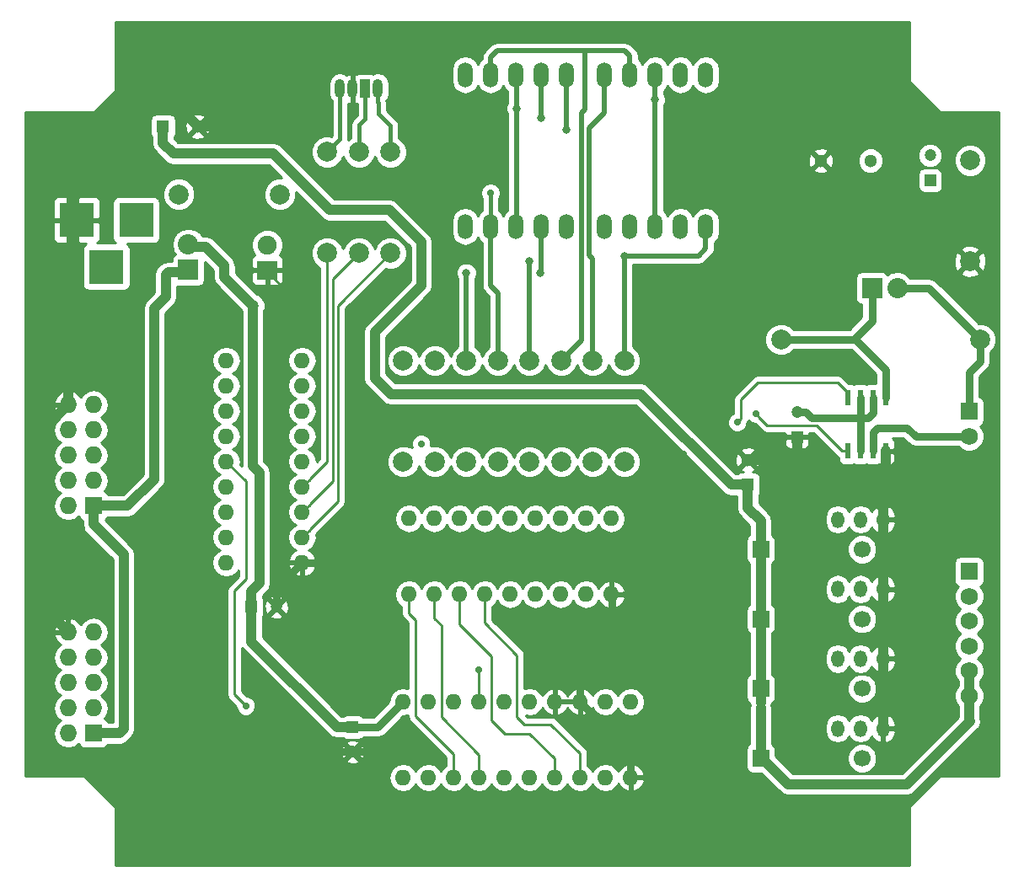
<source format=gtl>
G04 #@! TF.FileFunction,Copper,L1,Top,Signal*
%FSLAX46Y46*%
G04 Gerber Fmt 4.6, Leading zero omitted, Abs format (unit mm)*
G04 Created by KiCad (PCBNEW 4.0.5) date 03/29/17 16:27:12*
%MOMM*%
%LPD*%
G01*
G04 APERTURE LIST*
%ADD10C,0.100000*%
%ADD11O,1.524000X2.524000*%
%ADD12C,1.998980*%
%ADD13C,1.300000*%
%ADD14R,1.300000X1.300000*%
%ADD15R,1.200000X1.200000*%
%ADD16C,1.200000*%
%ADD17R,1.727200X1.727200*%
%ADD18O,1.727200X1.727200*%
%ADD19R,2.000000X1.900000*%
%ADD20C,1.900000*%
%ADD21O,1.600000X1.600000*%
%ADD22R,0.600000X1.550000*%
%ADD23R,3.500120X3.500120*%
%ADD24R,1.750000X1.750000*%
%ADD25C,1.750000*%
%ADD26O,1.000000X1.905000*%
%ADD27R,1.000000X1.905000*%
%ADD28C,1.699260*%
%ADD29R,1.699260X1.699260*%
%ADD30O,1.300000X1.700000*%
%ADD31R,2.032000X2.032000*%
%ADD32O,2.032000X2.032000*%
%ADD33C,0.700000*%
%ADD34C,0.800000*%
%ADD35C,0.800000*%
%ADD36C,0.250000*%
%ADD37C,1.000000*%
%ADD38C,0.400000*%
%ADD39C,0.500000*%
%ADD40C,0.254000*%
G04 APERTURE END LIST*
D10*
D11*
X145300000Y-71620000D03*
X147840000Y-71620000D03*
X150380000Y-71620000D03*
X152920000Y-71620000D03*
X155460000Y-71620000D03*
X155460000Y-56380000D03*
X152920000Y-56380000D03*
X150380000Y-56380000D03*
X147840000Y-56380000D03*
X145300000Y-56380000D03*
D12*
X139065000Y-95250000D03*
X139065000Y-85090000D03*
D13*
X186010000Y-65000000D03*
X181010000Y-65000000D03*
X118435000Y-61595000D03*
D14*
X114935000Y-61595000D03*
D13*
X173670000Y-95060000D03*
D14*
X173670000Y-97560000D03*
D15*
X178645000Y-92760000D03*
D16*
X178645000Y-90260000D03*
D15*
X133985000Y-121920000D03*
D16*
X133985000Y-124420000D03*
D15*
X123825000Y-109855000D03*
D16*
X126325000Y-109855000D03*
D17*
X107950000Y-99695000D03*
D18*
X105410000Y-99695000D03*
X107950000Y-97155000D03*
X105410000Y-97155000D03*
X107950000Y-94615000D03*
X105410000Y-94615000D03*
X107950000Y-92075000D03*
X105410000Y-92075000D03*
X107950000Y-89535000D03*
X105410000Y-89535000D03*
D17*
X107950000Y-122555000D03*
D18*
X105410000Y-122555000D03*
X107950000Y-120015000D03*
X105410000Y-120015000D03*
X107950000Y-117475000D03*
X105410000Y-117475000D03*
X107950000Y-114935000D03*
X105410000Y-114935000D03*
X107950000Y-112395000D03*
X105410000Y-112395000D03*
D19*
X125410000Y-76010000D03*
D20*
X125410000Y-73470000D03*
D11*
X159300000Y-71620000D03*
X161840000Y-71620000D03*
X164380000Y-71620000D03*
X166920000Y-71620000D03*
X169460000Y-71620000D03*
X169460000Y-56380000D03*
X166920000Y-56380000D03*
X164380000Y-56380000D03*
X161840000Y-56380000D03*
X159300000Y-56380000D03*
D21*
X121285000Y-85090000D03*
X121285000Y-87630000D03*
X121285000Y-90170000D03*
X121285000Y-92710000D03*
X121285000Y-95250000D03*
X121285000Y-97790000D03*
X121285000Y-100330000D03*
X121285000Y-102870000D03*
X121285000Y-105410000D03*
X128905000Y-105410000D03*
X128905000Y-102870000D03*
X128905000Y-100330000D03*
X128905000Y-97790000D03*
X128905000Y-95250000D03*
X128905000Y-92710000D03*
X128905000Y-90170000D03*
X128905000Y-87630000D03*
X128905000Y-85090000D03*
X139065000Y-127000000D03*
X141605000Y-127000000D03*
X144145000Y-127000000D03*
X146685000Y-127000000D03*
X149225000Y-127000000D03*
X151765000Y-127000000D03*
X154305000Y-127000000D03*
X156845000Y-127000000D03*
X159385000Y-127000000D03*
X161925000Y-127000000D03*
X161925000Y-119380000D03*
X159385000Y-119380000D03*
X156845000Y-119380000D03*
X154305000Y-119380000D03*
X151765000Y-119380000D03*
X149225000Y-119380000D03*
X146685000Y-119380000D03*
X144145000Y-119380000D03*
X141605000Y-119380000D03*
X139065000Y-119380000D03*
D22*
X187535000Y-88790000D03*
X186265000Y-88790000D03*
X184995000Y-88790000D03*
X183725000Y-88790000D03*
X183725000Y-94190000D03*
X184995000Y-94190000D03*
X186265000Y-94190000D03*
X187535000Y-94190000D03*
D23*
X112245140Y-70970000D03*
X106245660Y-70970000D03*
X109245400Y-75669000D03*
D12*
X116520000Y-68390000D03*
X126680000Y-68390000D03*
X131445000Y-64135000D03*
X131445000Y-74295000D03*
X134620000Y-64135000D03*
X134620000Y-74295000D03*
X137795000Y-64135000D03*
X137795000Y-74295000D03*
X142240000Y-95250000D03*
X142240000Y-85090000D03*
X145415000Y-95250000D03*
X145415000Y-85090000D03*
X148590000Y-95250000D03*
X148590000Y-85090000D03*
X151765000Y-95250000D03*
X151765000Y-85090000D03*
X154940000Y-95250000D03*
X154940000Y-85090000D03*
X158115000Y-95250000D03*
X158115000Y-85090000D03*
X161290000Y-95250000D03*
X161290000Y-85090000D03*
X196010000Y-64970000D03*
X196010000Y-75130000D03*
D24*
X195920000Y-90190000D03*
D25*
X195920000Y-92690000D03*
D24*
X195920000Y-106280000D03*
D25*
X195920000Y-108780000D03*
X195920000Y-111280000D03*
X195920000Y-113780000D03*
X195920000Y-116280000D03*
X195920000Y-118780000D03*
D26*
X136525000Y-57785000D03*
D27*
X135255000Y-57785000D03*
D26*
X133985000Y-57785000D03*
X132715000Y-57785000D03*
D28*
X185150520Y-125057460D03*
D29*
X174990520Y-125057460D03*
D28*
X185150520Y-118057460D03*
D29*
X174990520Y-118057460D03*
D28*
X185150520Y-111057460D03*
D29*
X174990520Y-111057460D03*
D28*
X185150520Y-104057460D03*
D29*
X174990520Y-104057460D03*
D30*
X184990000Y-122060000D03*
X182698920Y-122060000D03*
X187281080Y-122060000D03*
X184990000Y-115060000D03*
X182698920Y-115060000D03*
X187281080Y-115060000D03*
X184990000Y-108060000D03*
X182698920Y-108060000D03*
X187281080Y-108060000D03*
X184990000Y-101060000D03*
X182698920Y-101060000D03*
X187281080Y-101060000D03*
D15*
X192010000Y-66970000D03*
D16*
X192010000Y-64470000D03*
D31*
X117475000Y-75970000D03*
D32*
X117475000Y-73430000D03*
D31*
X186154100Y-77800700D03*
D32*
X188694100Y-77800700D03*
D12*
X197010000Y-82970000D03*
X177010000Y-82970000D03*
D21*
X139634000Y-108585000D03*
X142174000Y-108585000D03*
X144714000Y-108585000D03*
X147254000Y-108585000D03*
X149794000Y-108585000D03*
X152334000Y-108585000D03*
X154874000Y-108585000D03*
X157414000Y-108585000D03*
X159954000Y-108585000D03*
X159954000Y-100965000D03*
X157414000Y-100965000D03*
X154874000Y-100965000D03*
X152334000Y-100965000D03*
X149794000Y-100965000D03*
X147254000Y-100965000D03*
X144714000Y-100965000D03*
X142174000Y-100965000D03*
X139634000Y-100965000D03*
D33*
X140865020Y-93439010D03*
X167217123Y-94482377D03*
X104250084Y-61408077D03*
X128915200Y-70625200D03*
X126629200Y-93993200D03*
X137665500Y-102997500D03*
X143202700Y-105867700D03*
X162557500Y-98565200D03*
X162557500Y-105766100D03*
X125892600Y-86932000D03*
X129740700Y-78169000D03*
X136522500Y-77978500D03*
X133931700Y-84874600D03*
X137589300Y-83122000D03*
X143799600Y-83007700D03*
X143799600Y-80797900D03*
X146961900Y-80759800D03*
X146961900Y-82588600D03*
X162773400Y-82588600D03*
X133933795Y-87799101D03*
X129349305Y-65254194D03*
X144870160Y-67944693D03*
X171490135Y-127192941D03*
X167942300Y-126200400D03*
X165300700Y-121095000D03*
X156512300Y-114668800D03*
X176667200Y-102197400D03*
X171968200Y-102070400D03*
X172768300Y-109131600D03*
X176870400Y-70434700D03*
X176870400Y-78829400D03*
X173225500Y-78829400D03*
X173225500Y-70536300D03*
X169098000Y-92507300D03*
X169098000Y-87668600D03*
X129347000Y-81826600D03*
X177441900Y-114656100D03*
X177530800Y-109055400D03*
X135608100Y-98362000D03*
X136979700Y-108458500D03*
X133931200Y-105410000D03*
X139970000Y-123440000D03*
X179010000Y-84970000D03*
X180010000Y-124970000D03*
X180010000Y-129970000D03*
X133010000Y-117970000D03*
X124010000Y-117970000D03*
X116010000Y-117970000D03*
X114010000Y-110970000D03*
X120010000Y-81970000D03*
X120010000Y-66970000D03*
X103010000Y-72970000D03*
X103010000Y-84970000D03*
X103010000Y-113970000D03*
X103010000Y-125970000D03*
X109010000Y-125970000D03*
X111010000Y-127970000D03*
X111010000Y-134970000D03*
X120010000Y-134970000D03*
X130010000Y-134970000D03*
X140010000Y-134970000D03*
X150010000Y-134970000D03*
X160010000Y-134970000D03*
X170010000Y-134970000D03*
X180010000Y-134970000D03*
X194010000Y-125970000D03*
X189010000Y-134970000D03*
X189010000Y-129970000D03*
X198010000Y-125970000D03*
X198010000Y-116970000D03*
X198010000Y-106970000D03*
X198010000Y-96970000D03*
X198010000Y-86970000D03*
X198010000Y-76970000D03*
X198010000Y-66970000D03*
X198010000Y-60970000D03*
X189010000Y-58970000D03*
X189010000Y-51970000D03*
X180010000Y-51970000D03*
X170010000Y-51970000D03*
X160010000Y-51970000D03*
X151010000Y-51970000D03*
X140010000Y-51970000D03*
X130010000Y-51970000D03*
D34*
X120010000Y-51970000D03*
X111010000Y-51970000D03*
D33*
X129010000Y-110970000D03*
X137010000Y-110970000D03*
D16*
X123960000Y-79570000D03*
D33*
X123251000Y-119799600D03*
X146657100Y-116174990D03*
D34*
X151765000Y-75123500D03*
D33*
X147840000Y-68240000D03*
D34*
X150429000Y-59754000D03*
X152829300Y-76274200D03*
X145415000Y-76274200D03*
X161287500Y-74574900D03*
X155460000Y-61889400D03*
X152920000Y-60721000D03*
X164380000Y-58865000D03*
D33*
X172624959Y-91304244D03*
X174492868Y-90463874D03*
D35*
X133088072Y-124371600D02*
X122411600Y-124371600D01*
X122411600Y-124371600D02*
X116010000Y-117970000D01*
X133985000Y-124420000D02*
X133136472Y-124420000D01*
X133136472Y-124420000D02*
X133088072Y-124371600D01*
D36*
X173670000Y-95060000D02*
X173445033Y-95060000D01*
X173445033Y-95060000D02*
X170571200Y-92186167D01*
X170571200Y-92186167D02*
X170571200Y-87274900D01*
X170571200Y-87274900D02*
X165884900Y-82588600D01*
X165884900Y-82588600D02*
X162773400Y-82588600D01*
X163134300Y-98565200D02*
X167217123Y-94482377D01*
X162557500Y-98565200D02*
X163134300Y-98565200D01*
X170010000Y-51970000D02*
X173010000Y-51970000D01*
X173010000Y-51970000D02*
X180010000Y-51970000D01*
X173924000Y-55690000D02*
X173924000Y-52884000D01*
X173924000Y-52884000D02*
X173010000Y-51970000D01*
D37*
X105410000Y-89535000D02*
X105410000Y-75364340D01*
X105796196Y-74978144D02*
X105796196Y-66400000D01*
X105410000Y-75364340D02*
X105796196Y-74978144D01*
X105796196Y-66400000D02*
X106440000Y-66400000D01*
X106885690Y-63433391D02*
X111321366Y-58997715D01*
X106440000Y-66400000D02*
X106630000Y-66210000D01*
X106630000Y-64331798D02*
X106885690Y-64076108D01*
X106630000Y-66210000D02*
X106630000Y-64331798D01*
X106885690Y-64076108D02*
X106885690Y-63433391D01*
X111321366Y-58997715D02*
X115837715Y-58997715D01*
X115837715Y-58997715D02*
X118435000Y-61595000D01*
D36*
X128915200Y-77140300D02*
X128915200Y-70625200D01*
X126979199Y-79076301D02*
X128915200Y-77140300D01*
X126629200Y-93993200D02*
X126979199Y-93643201D01*
X126979199Y-93643201D02*
X126979199Y-79076301D01*
X140535700Y-105867700D02*
X137665500Y-102997500D01*
X143202700Y-105867700D02*
X140535700Y-105867700D01*
X162557500Y-107112870D02*
X162557500Y-105766100D01*
X159954000Y-108585000D02*
X161085370Y-108585000D01*
X161085370Y-108585000D02*
X162557500Y-107112870D01*
X125892600Y-82017100D02*
X125892600Y-86932000D01*
X129740700Y-78169000D02*
X125892600Y-82017100D01*
X135722400Y-77978500D02*
X136522500Y-77978500D01*
X133931700Y-79769200D02*
X135722400Y-77978500D01*
X133931700Y-84874600D02*
X133931700Y-79769200D01*
X137703600Y-83007700D02*
X137589300Y-83122000D01*
X143799600Y-83007700D02*
X137703600Y-83007700D01*
X143799600Y-80797900D02*
X143799600Y-83007700D01*
X146961900Y-82588600D02*
X146961900Y-80759800D01*
X135608100Y-98362000D02*
X135608100Y-89473406D01*
X135608100Y-89473406D02*
X133933795Y-87799101D01*
X133933795Y-87304127D02*
X133933795Y-87799101D01*
X118435000Y-61595000D02*
X118713073Y-61316927D01*
X118713073Y-61316927D02*
X125358101Y-61316927D01*
X125358101Y-61316927D02*
X129295368Y-65254194D01*
X129295368Y-65254194D02*
X129349305Y-65254194D01*
X132039804Y-67944693D02*
X129349305Y-65254194D01*
X144870160Y-67944693D02*
X132039804Y-67944693D01*
X174267194Y-129970000D02*
X171490135Y-127192941D01*
X180010000Y-129970000D02*
X174267194Y-129970000D01*
X167942300Y-123736600D02*
X167942300Y-126200400D01*
X165300700Y-121095000D02*
X167942300Y-123736600D01*
X159954000Y-111227100D02*
X156512300Y-114668800D01*
X159954000Y-108585000D02*
X159954000Y-111227100D01*
X172768300Y-102870500D02*
X171968200Y-102070400D01*
X172768300Y-109131600D02*
X172768300Y-102870500D01*
X176870400Y-78829400D02*
X176870400Y-70434700D01*
X173225500Y-78829400D02*
X176870400Y-78829400D01*
X173225500Y-57801992D02*
X173225500Y-70536300D01*
X173924000Y-55690000D02*
X173924000Y-57103492D01*
X173924000Y-57103492D02*
X173225500Y-57801992D01*
X169098000Y-87668600D02*
X169098000Y-92507300D01*
X129347000Y-80124800D02*
X129347000Y-81826600D01*
X125410000Y-76187800D02*
X129347000Y-80124800D01*
X125410000Y-76010000D02*
X125410000Y-76187800D01*
X177441900Y-109639274D02*
X177441900Y-114656100D01*
X177530800Y-109055400D02*
X177530800Y-109550374D01*
X177530800Y-109550374D02*
X177441900Y-109639274D01*
X134281199Y-99688901D02*
X135608100Y-98362000D01*
X133931200Y-105410000D02*
X134281199Y-105060001D01*
X134281199Y-105060001D02*
X134281199Y-99688901D01*
X133931200Y-105410000D02*
X136979700Y-108458500D01*
X180010000Y-129970000D02*
X180010000Y-134970000D01*
D35*
X136281200Y-124473200D02*
X136228000Y-124420000D01*
X136228000Y-124420000D02*
X133985000Y-124420000D01*
X137314400Y-123440000D02*
X136281200Y-124473200D01*
X139970000Y-123440000D02*
X137314400Y-123440000D01*
X156845000Y-119380000D02*
X156845000Y-116635000D01*
X156845000Y-116635000D02*
X160023994Y-113456006D01*
X160023994Y-113456006D02*
X160023994Y-108667138D01*
D36*
X114010000Y-115970000D02*
X116010000Y-117970000D01*
X114010000Y-110970000D02*
X114010000Y-115970000D01*
X120010000Y-66970000D02*
X120010000Y-68970000D01*
X103200000Y-85160000D02*
X103010000Y-84970000D01*
X103200000Y-92970000D02*
X103200000Y-85160000D01*
D37*
X103200000Y-91745000D02*
X103200000Y-92970000D01*
X103200000Y-92970000D02*
X103200000Y-110185000D01*
D36*
X103010000Y-113970000D02*
X103010000Y-93160000D01*
X103010000Y-93160000D02*
X103200000Y-92970000D01*
X103010000Y-125970000D02*
X103010000Y-113970000D01*
X109010000Y-125970000D02*
X103010000Y-125970000D01*
X111010000Y-127970000D02*
X109010000Y-125970000D01*
X111010000Y-134970000D02*
X111010000Y-127970000D01*
X120010000Y-134970000D02*
X111010000Y-134970000D01*
X130010000Y-134970000D02*
X120010000Y-134970000D01*
X140010000Y-134970000D02*
X130010000Y-134970000D01*
X150010000Y-134970000D02*
X140010000Y-134970000D01*
X160010000Y-134970000D02*
X150010000Y-134970000D01*
X170010000Y-134970000D02*
X160010000Y-134970000D01*
X180010000Y-134970000D02*
X170010000Y-134970000D01*
X189010000Y-134970000D02*
X180010000Y-134970000D01*
X198010000Y-125970000D02*
X194010000Y-125970000D01*
X189010000Y-129970000D02*
X189010000Y-134970000D01*
X198010000Y-116970000D02*
X198010000Y-125970000D01*
X198010000Y-106970000D02*
X198010000Y-116970000D01*
X198010000Y-96970000D02*
X198010000Y-106970000D01*
X198010000Y-86970000D02*
X198010000Y-96970000D01*
X198010000Y-66970000D02*
X198010000Y-76970000D01*
X198010000Y-60970000D02*
X198010000Y-66970000D01*
X191010000Y-60970000D02*
X198010000Y-60970000D01*
X189010000Y-58970000D02*
X191010000Y-60970000D01*
X189010000Y-51970000D02*
X189010000Y-58970000D01*
X180010000Y-51970000D02*
X189010000Y-51970000D01*
X160010000Y-51970000D02*
X170010000Y-51970000D01*
X151010000Y-51970000D02*
X160010000Y-51970000D01*
X140010000Y-51970000D02*
X151010000Y-51970000D01*
X130010000Y-51970000D02*
X140010000Y-51970000D01*
X120010000Y-51970000D02*
X130010000Y-51970000D01*
X115010000Y-51970000D02*
X120010000Y-51970000D01*
X111010000Y-51970000D02*
X115010000Y-51970000D01*
D37*
X187281080Y-101060000D02*
X187281080Y-102261558D01*
X187281080Y-102261558D02*
X187281080Y-122060000D01*
D35*
X128905000Y-105410000D02*
X133310000Y-105410000D01*
X126325000Y-109855000D02*
X126325000Y-107990000D01*
X126325000Y-107990000D02*
X128905000Y-105410000D01*
X161925000Y-127000000D02*
X161925000Y-124460000D01*
X161925000Y-124460000D02*
X156845000Y-119380000D01*
D37*
X119539238Y-61410000D02*
X123230000Y-61410000D01*
X118435000Y-61595000D02*
X119354238Y-61595000D01*
X119354238Y-61595000D02*
X119539238Y-61410000D01*
X103200000Y-110185000D02*
X105410000Y-112395000D01*
X105410000Y-89535000D02*
X103200000Y-91745000D01*
X177480000Y-95060000D02*
X177945000Y-95060000D01*
X177945000Y-95060000D02*
X178645000Y-94360000D01*
X178645000Y-94360000D02*
X178645000Y-92760000D01*
X187281080Y-101060000D02*
X187281080Y-99858442D01*
X187281080Y-99858442D02*
X186990000Y-99567362D01*
X186990000Y-99567362D02*
X186990000Y-97070000D01*
X186990000Y-97070000D02*
X187535000Y-96525000D01*
X187535000Y-96525000D02*
X187535000Y-94190000D01*
X179490000Y-97070000D02*
X186990000Y-97070000D01*
X177480000Y-95060000D02*
X179490000Y-97070000D01*
X173670000Y-95060000D02*
X177480000Y-95060000D01*
D36*
X137795000Y-110185000D02*
X137010000Y-110970000D01*
D35*
X133985000Y-121920000D02*
X136525000Y-121920000D01*
X136525000Y-121920000D02*
X139065000Y-119380000D01*
D37*
X126006900Y-64287900D02*
X115977900Y-64287900D01*
X115977900Y-64287900D02*
X114935000Y-63245000D01*
X114935000Y-63245000D02*
X114935000Y-61595000D01*
X131671100Y-69952100D02*
X126006900Y-64287900D01*
X137665500Y-69952100D02*
X131671100Y-69952100D01*
X140891300Y-73177900D02*
X137665500Y-69952100D01*
X140891300Y-77546700D02*
X140891300Y-73177900D01*
X136205000Y-82233000D02*
X140891300Y-77546700D01*
X136205000Y-86843100D02*
X136205000Y-82233000D01*
X137805200Y-88443300D02*
X136205000Y-86843100D01*
X162903300Y-88443300D02*
X137805200Y-88443300D01*
X173670000Y-97560000D02*
X172020000Y-97560000D01*
X172020000Y-97560000D02*
X162903300Y-88443300D01*
X174990000Y-120015500D02*
X174990000Y-125057460D01*
D35*
X174990000Y-119444000D02*
X174990000Y-120015500D01*
X174990000Y-120015500D02*
X174990520Y-120014980D01*
X174990520Y-120014980D02*
X174990520Y-118057460D01*
D37*
X174990000Y-104057460D02*
X174990000Y-119444000D01*
D36*
X174990520Y-119444520D02*
X174990000Y-119444000D01*
D35*
X174990520Y-104057460D02*
X174990520Y-111057460D01*
D37*
X195920000Y-116280000D02*
X195920000Y-118780000D01*
X117475000Y-73660000D02*
X119202757Y-73660000D01*
X119202757Y-73660000D02*
X121089920Y-75547163D01*
X121089920Y-75547163D02*
X121089920Y-76699920D01*
X121089920Y-76699920D02*
X123960000Y-79570000D01*
X195970000Y-121330000D02*
X195920000Y-121280000D01*
X195920000Y-121280000D02*
X195920000Y-116280000D01*
X189620000Y-127680000D02*
X195970000Y-121330000D01*
X177740000Y-127680000D02*
X189620000Y-127680000D01*
X175117460Y-125057460D02*
X177740000Y-127680000D01*
X174990000Y-125057460D02*
X175117460Y-125057460D01*
D35*
X184995000Y-90840000D02*
X185790000Y-90840000D01*
X185790000Y-90840000D02*
X186265000Y-90365000D01*
X186265000Y-90365000D02*
X186265000Y-88790000D01*
D37*
X173670000Y-99880000D02*
X174990000Y-101200000D01*
X174990000Y-101200000D02*
X174990000Y-104057460D01*
X173670000Y-97560000D02*
X173670000Y-99880000D01*
X123825000Y-109855000D02*
X123825000Y-113360000D01*
X123825000Y-113360000D02*
X132385000Y-121920000D01*
X132385000Y-121920000D02*
X133985000Y-121920000D01*
X123960000Y-79570000D02*
X123960000Y-95710000D01*
X124600000Y-96350000D02*
X124600000Y-107480000D01*
X124600000Y-107480000D02*
X123825000Y-108255000D01*
X123825000Y-108255000D02*
X123825000Y-109855000D01*
X123960000Y-95710000D02*
X124600000Y-96350000D01*
D35*
X184995000Y-94190000D02*
X184995000Y-90840000D01*
X184995000Y-90840000D02*
X184995000Y-88790000D01*
X179493528Y-90260000D02*
X180073528Y-90840000D01*
X178645000Y-90260000D02*
X179493528Y-90260000D01*
X180073528Y-90840000D02*
X184995000Y-90840000D01*
D37*
X115459000Y-76200000D02*
X117475000Y-76200000D01*
X115220000Y-78680000D02*
X115220000Y-76439000D01*
X115220000Y-76439000D02*
X115459000Y-76200000D01*
X107950000Y-99695000D02*
X111365000Y-99695000D01*
X111365000Y-99695000D02*
X114050000Y-97010000D01*
X114050000Y-97010000D02*
X114050000Y-79850000D01*
X114050000Y-79850000D02*
X115220000Y-78680000D01*
X111000000Y-122100000D02*
X111000000Y-104608600D01*
X111000000Y-104608600D02*
X107950000Y-101558600D01*
X107950000Y-101558600D02*
X107950000Y-99695000D01*
X110545000Y-122555000D02*
X111000000Y-122100000D01*
X107950000Y-122555000D02*
X110545000Y-122555000D01*
D36*
X122090000Y-118638600D02*
X123251000Y-119799600D01*
X122120000Y-108210000D02*
X122090000Y-108240000D01*
X122090000Y-108240000D02*
X122090000Y-118638600D01*
X123270000Y-107060000D02*
X123270000Y-97235000D01*
X123270000Y-97235000D02*
X121285000Y-95250000D01*
X122120000Y-108210000D02*
X123270000Y-107060000D01*
X122120000Y-116535026D02*
X122120000Y-108210000D01*
X122090000Y-117060000D02*
X122090000Y-116565026D01*
X122090000Y-116565026D02*
X122120000Y-116535026D01*
X146685000Y-119380000D02*
X146685000Y-116202890D01*
X146685000Y-116202890D02*
X146657100Y-116174990D01*
X150492500Y-114694200D02*
X147254000Y-111455700D01*
X147254000Y-111455700D02*
X147254000Y-108585000D01*
X150492500Y-120942600D02*
X150492500Y-114694200D01*
X151191000Y-121641100D02*
X150492500Y-120942600D01*
X153883400Y-121641100D02*
X151191000Y-121641100D01*
X156829800Y-124587500D02*
X153883400Y-121641100D01*
X156829800Y-125853430D02*
X156829800Y-124587500D01*
X156845000Y-127000000D02*
X156845000Y-125868630D01*
X156845000Y-125868630D02*
X156829800Y-125853430D01*
X147952500Y-114808500D02*
X144714000Y-111570000D01*
X144714000Y-111570000D02*
X144714000Y-108585000D01*
X147952500Y-121234700D02*
X147952500Y-114808500D01*
X149311400Y-122593600D02*
X147952500Y-121234700D01*
X151762500Y-122593600D02*
X149311400Y-122593600D01*
X154264400Y-125095500D02*
X151762500Y-122593600D01*
X154264400Y-125828030D02*
X154264400Y-125095500D01*
X154305000Y-127000000D02*
X154305000Y-125868630D01*
X154305000Y-125868630D02*
X154264400Y-125828030D01*
X146685000Y-124742400D02*
X142885200Y-120942600D01*
X142885200Y-120942600D02*
X142885200Y-111709700D01*
X146685000Y-127000000D02*
X146685000Y-124742400D01*
X142885200Y-111709700D02*
X142174000Y-110998500D01*
X142174000Y-110998500D02*
X142174000Y-108585000D01*
X146685000Y-127000000D02*
X146685000Y-125868630D01*
X146685000Y-125868630D02*
X146680000Y-125863630D01*
X140319800Y-111150900D02*
X139634000Y-110465100D01*
X139634000Y-110465100D02*
X139634000Y-108585000D01*
X140319800Y-120841000D02*
X140319800Y-111150900D01*
X144145000Y-124666200D02*
X140319800Y-120841000D01*
X144145000Y-124828800D02*
X144145000Y-124666200D01*
X144145000Y-127000000D02*
X144145000Y-124828800D01*
D35*
X196010511Y-81967511D02*
X191843700Y-77800700D01*
X191843700Y-77800700D02*
X188694100Y-77800700D01*
X197010000Y-82970000D02*
X196010511Y-81970511D01*
X196010511Y-81970511D02*
X196010511Y-81967511D01*
X195920000Y-90190000D02*
X195920000Y-88515000D01*
X195920000Y-88515000D02*
X195945800Y-88489200D01*
X195945800Y-88489200D02*
X195945800Y-86246200D01*
X195945800Y-86246200D02*
X197010000Y-85182000D01*
X197010000Y-85182000D02*
X197010000Y-82970000D01*
X186710000Y-91840000D02*
X186265000Y-92285000D01*
X186265000Y-92285000D02*
X186265000Y-94190000D01*
X189700000Y-91840000D02*
X186710000Y-91840000D01*
X190550000Y-92690000D02*
X189700000Y-91840000D01*
X195920000Y-92690000D02*
X190550000Y-92690000D01*
D38*
X136525000Y-57785000D02*
X136525000Y-59137500D01*
X136525000Y-59137500D02*
X136580000Y-59192500D01*
X136580000Y-59192500D02*
X136580000Y-60270000D01*
X136580000Y-60270000D02*
X137795000Y-61485000D01*
X137795000Y-61485000D02*
X137795000Y-64135000D01*
X135255000Y-60785000D02*
X134620000Y-61420000D01*
X134620000Y-61420000D02*
X134620000Y-64135000D01*
X135255000Y-57785000D02*
X135255000Y-60785000D01*
X132715000Y-57785000D02*
X132715000Y-62865000D01*
X132715000Y-62865000D02*
X131445000Y-64135000D01*
D39*
X151765000Y-85090000D02*
X151765000Y-75123500D01*
X148587500Y-78283300D02*
X147840000Y-77535800D01*
X147840000Y-77535800D02*
X147840000Y-71620000D01*
X148587500Y-83674008D02*
X148587500Y-78283300D01*
X148590000Y-85090000D02*
X148590000Y-83676508D01*
X148590000Y-83676508D02*
X148587500Y-83674008D01*
D38*
X147840000Y-71620000D02*
X147840000Y-68240000D01*
D39*
X150429000Y-59754000D02*
X150429000Y-56429000D01*
X150429000Y-64326000D02*
X150429000Y-59754000D01*
X150429000Y-64326000D02*
X150429000Y-71571000D01*
X150429000Y-71571000D02*
X150380000Y-71620000D01*
X152880100Y-73421900D02*
X152880100Y-76223400D01*
X152880100Y-76223400D02*
X152829300Y-76274200D01*
X152920000Y-71620000D02*
X152920000Y-73382000D01*
X152920000Y-73382000D02*
X152880100Y-73421900D01*
X145415000Y-85090000D02*
X145415000Y-76274200D01*
X168717000Y-74574900D02*
X169460000Y-73831900D01*
X169460000Y-73831900D02*
X169460000Y-71620000D01*
X161287500Y-74574900D02*
X168717000Y-74574900D01*
X161287500Y-83674008D02*
X161287500Y-74574900D01*
X161290000Y-85090000D02*
X161290000Y-83676508D01*
X161290000Y-83676508D02*
X161287500Y-83674008D01*
X155460000Y-56380000D02*
X155460000Y-61889400D01*
X152920000Y-56380000D02*
X152920000Y-60721000D01*
X157325100Y-59855600D02*
X157325100Y-53970000D01*
X157002889Y-60177811D02*
X157325100Y-59855600D01*
X157002889Y-83027111D02*
X157002889Y-60177811D01*
X154940000Y-85090000D02*
X157002889Y-83027111D01*
X161332800Y-53970000D02*
X161840000Y-54477200D01*
X161840000Y-54477200D02*
X161840000Y-56380000D01*
X156994900Y-53970000D02*
X148488000Y-53970000D01*
X157325100Y-53970000D02*
X156994900Y-53970000D01*
X156994900Y-53970000D02*
X161332800Y-53970000D01*
X148488000Y-53970000D02*
X147840000Y-54618000D01*
X147840000Y-54618000D02*
X147840000Y-56380000D01*
D38*
X152290000Y-53970000D02*
X157325100Y-53970000D01*
X157325100Y-53970000D02*
X159930000Y-53970000D01*
D39*
X157756900Y-61760600D02*
X159300000Y-60217500D01*
X159300000Y-60217500D02*
X159300000Y-56380000D01*
X157756900Y-74486000D02*
X157756900Y-61760600D01*
X158115000Y-74844100D02*
X157756900Y-74486000D01*
X158115000Y-85090000D02*
X158115000Y-74844100D01*
X164380000Y-63310000D02*
X164380000Y-58865000D01*
X164380000Y-58865000D02*
X164380000Y-56380000D01*
X164380000Y-71620000D02*
X164380000Y-63310000D01*
D36*
X129704999Y-96988001D02*
X131445000Y-95248000D01*
X131445000Y-95248000D02*
X131445000Y-74295000D01*
X128905000Y-97790000D02*
X129704999Y-96990001D01*
X129704999Y-96990001D02*
X129704999Y-96988001D01*
X132014000Y-97219000D02*
X132014000Y-76901000D01*
X132014000Y-76901000D02*
X134620000Y-74295000D01*
X129704999Y-99528001D02*
X132014000Y-97219000D01*
X128905000Y-100330000D02*
X129704999Y-99530001D01*
X129704999Y-99530001D02*
X129704999Y-99528001D01*
X132522000Y-99251000D02*
X132522000Y-79568000D01*
X132522000Y-79568000D02*
X137795000Y-74295000D01*
X129704999Y-102068001D02*
X132522000Y-99251000D01*
X128905000Y-102870000D02*
X129704999Y-102070001D01*
X129704999Y-102070001D02*
X129704999Y-102068001D01*
D35*
X184465400Y-82842200D02*
X186154100Y-81153500D01*
X186154100Y-81153500D02*
X186154100Y-77800700D01*
X184465400Y-82970000D02*
X184465400Y-82842200D01*
X184465400Y-82970000D02*
X184465400Y-82969200D01*
X184465400Y-82970000D02*
X187535000Y-86039600D01*
X187535000Y-86039600D02*
X187535000Y-88790000D01*
X177010000Y-82970000D02*
X184465400Y-82970000D01*
D36*
X180046800Y-87289000D02*
X180350200Y-87289000D01*
X180350200Y-87289000D02*
X182699000Y-87289000D01*
X172974958Y-89024042D02*
X174710000Y-87289000D01*
X174710000Y-87289000D02*
X180350200Y-87289000D01*
X172624959Y-91304244D02*
X172974958Y-90954245D01*
X172974958Y-90954245D02*
X172974958Y-89024042D01*
X182699000Y-87289000D02*
X183725000Y-88315000D01*
X183725000Y-88315000D02*
X183725000Y-88790000D01*
X175648004Y-91619010D02*
X174842867Y-90813873D01*
X174842867Y-90813873D02*
X174492868Y-90463874D01*
X180604010Y-91619010D02*
X175648004Y-91619010D01*
X183175000Y-94190000D02*
X180604010Y-91619010D01*
X183725000Y-94190000D02*
X183175000Y-94190000D01*
X183725000Y-94665000D02*
X183725000Y-94190000D01*
D40*
G36*
X189883000Y-56970000D02*
X189893006Y-57019410D01*
X189920197Y-57059803D01*
X192920197Y-60059803D01*
X192962211Y-60087666D01*
X193010000Y-60097000D01*
X198883000Y-60097000D01*
X198883000Y-126843000D01*
X193010000Y-126843000D01*
X192960590Y-126853006D01*
X192920197Y-126880197D01*
X189920197Y-129880197D01*
X189892334Y-129922211D01*
X189883000Y-129970000D01*
X189883000Y-135843000D01*
X110137000Y-135843000D01*
X110137000Y-129970000D01*
X110126994Y-129920590D01*
X110099803Y-129880197D01*
X107099803Y-126880197D01*
X107057789Y-126852334D01*
X107010000Y-126843000D01*
X101137000Y-126843000D01*
X101137000Y-125282735D01*
X133301870Y-125282735D01*
X133351383Y-125508164D01*
X133816036Y-125667807D01*
X134306413Y-125637482D01*
X134618617Y-125508164D01*
X134668130Y-125282735D01*
X133985000Y-124599605D01*
X133301870Y-125282735D01*
X101137000Y-125282735D01*
X101137000Y-124251036D01*
X132737193Y-124251036D01*
X132767518Y-124741413D01*
X132896836Y-125053617D01*
X133122265Y-125103130D01*
X133805395Y-124420000D01*
X134164605Y-124420000D01*
X134847735Y-125103130D01*
X135073164Y-125053617D01*
X135232807Y-124588964D01*
X135202482Y-124098587D01*
X135073164Y-123786383D01*
X134847735Y-123736870D01*
X134164605Y-124420000D01*
X133805395Y-124420000D01*
X133122265Y-123736870D01*
X132896836Y-123786383D01*
X132737193Y-124251036D01*
X101137000Y-124251036D01*
X101137000Y-112035973D01*
X103955032Y-112035973D01*
X104075531Y-112268000D01*
X105283000Y-112268000D01*
X105283000Y-111061183D01*
X105050974Y-110940042D01*
X104635053Y-111112312D01*
X104203179Y-111506510D01*
X103955032Y-112035973D01*
X101137000Y-112035973D01*
X101137000Y-92045641D01*
X103911400Y-92045641D01*
X103911400Y-92104359D01*
X104025474Y-92677848D01*
X104350330Y-93164029D01*
X104621172Y-93345000D01*
X104350330Y-93525971D01*
X104025474Y-94012152D01*
X103911400Y-94585641D01*
X103911400Y-94644359D01*
X104025474Y-95217848D01*
X104350330Y-95704029D01*
X104621172Y-95885000D01*
X104350330Y-96065971D01*
X104025474Y-96552152D01*
X103911400Y-97125641D01*
X103911400Y-97184359D01*
X104025474Y-97757848D01*
X104350330Y-98244029D01*
X104621172Y-98425000D01*
X104350330Y-98605971D01*
X104025474Y-99092152D01*
X103911400Y-99665641D01*
X103911400Y-99724359D01*
X104025474Y-100297848D01*
X104350330Y-100784029D01*
X104836511Y-101108885D01*
X105410000Y-101222959D01*
X105983489Y-101108885D01*
X106469670Y-100784029D01*
X106478805Y-100770358D01*
X106483238Y-100793917D01*
X106622310Y-101010041D01*
X106815000Y-101141700D01*
X106815000Y-101558600D01*
X106901397Y-101992946D01*
X106952884Y-102070001D01*
X107147434Y-102361166D01*
X109865000Y-105078732D01*
X109865000Y-121420000D01*
X109393543Y-121420000D01*
X109277690Y-121239959D01*
X109065490Y-121094969D01*
X109021655Y-121086092D01*
X109334526Y-120617848D01*
X109448600Y-120044359D01*
X109448600Y-119985641D01*
X109334526Y-119412152D01*
X109009670Y-118925971D01*
X108738828Y-118745000D01*
X109009670Y-118564029D01*
X109334526Y-118077848D01*
X109448600Y-117504359D01*
X109448600Y-117445641D01*
X109334526Y-116872152D01*
X109009670Y-116385971D01*
X108738828Y-116205000D01*
X109009670Y-116024029D01*
X109334526Y-115537848D01*
X109448600Y-114964359D01*
X109448600Y-114905641D01*
X109334526Y-114332152D01*
X109009670Y-113845971D01*
X108738828Y-113665000D01*
X109009670Y-113484029D01*
X109334526Y-112997848D01*
X109448600Y-112424359D01*
X109448600Y-112365641D01*
X109334526Y-111792152D01*
X109009670Y-111305971D01*
X108523489Y-110981115D01*
X107950000Y-110867041D01*
X107376511Y-110981115D01*
X106890330Y-111305971D01*
X106674336Y-111629228D01*
X106616821Y-111506510D01*
X106184947Y-111112312D01*
X105769026Y-110940042D01*
X105537000Y-111061183D01*
X105537000Y-112268000D01*
X105557000Y-112268000D01*
X105557000Y-112522000D01*
X105537000Y-112522000D01*
X105537000Y-112542000D01*
X105283000Y-112542000D01*
X105283000Y-112522000D01*
X104075531Y-112522000D01*
X103955032Y-112754027D01*
X104203179Y-113283490D01*
X104621161Y-113665008D01*
X104350330Y-113845971D01*
X104025474Y-114332152D01*
X103911400Y-114905641D01*
X103911400Y-114964359D01*
X104025474Y-115537848D01*
X104350330Y-116024029D01*
X104621172Y-116205000D01*
X104350330Y-116385971D01*
X104025474Y-116872152D01*
X103911400Y-117445641D01*
X103911400Y-117504359D01*
X104025474Y-118077848D01*
X104350330Y-118564029D01*
X104621172Y-118745000D01*
X104350330Y-118925971D01*
X104025474Y-119412152D01*
X103911400Y-119985641D01*
X103911400Y-120044359D01*
X104025474Y-120617848D01*
X104350330Y-121104029D01*
X104621172Y-121285000D01*
X104350330Y-121465971D01*
X104025474Y-121952152D01*
X103911400Y-122525641D01*
X103911400Y-122584359D01*
X104025474Y-123157848D01*
X104350330Y-123644029D01*
X104836511Y-123968885D01*
X105410000Y-124082959D01*
X105983489Y-123968885D01*
X106469670Y-123644029D01*
X106478805Y-123630358D01*
X106483238Y-123653917D01*
X106622310Y-123870041D01*
X106834510Y-124015031D01*
X107086400Y-124066040D01*
X108813600Y-124066040D01*
X109048917Y-124021762D01*
X109265041Y-123882690D01*
X109396700Y-123690000D01*
X110545000Y-123690000D01*
X110979346Y-123603603D01*
X111048695Y-123557265D01*
X133301870Y-123557265D01*
X133985000Y-124240395D01*
X134668130Y-123557265D01*
X134618617Y-123331836D01*
X134153964Y-123172193D01*
X133663587Y-123202518D01*
X133351383Y-123331836D01*
X133301870Y-123557265D01*
X111048695Y-123557265D01*
X111347566Y-123357566D01*
X111802566Y-122902566D01*
X111889881Y-122771890D01*
X112048603Y-122534346D01*
X112135000Y-122100000D01*
X112135000Y-104608600D01*
X112048603Y-104174254D01*
X111802566Y-103806034D01*
X109115469Y-101118937D01*
X109265041Y-101022690D01*
X109396700Y-100830000D01*
X111365000Y-100830000D01*
X111799346Y-100743603D01*
X112167566Y-100497566D01*
X114852566Y-97812566D01*
X115098603Y-97444346D01*
X115139081Y-97240849D01*
X115185000Y-97010000D01*
X115185000Y-80320132D01*
X116022566Y-79482566D01*
X116034878Y-79464140D01*
X116268603Y-79114346D01*
X116355000Y-78680000D01*
X116355000Y-77612379D01*
X116459000Y-77633440D01*
X118491000Y-77633440D01*
X118726317Y-77589162D01*
X118942441Y-77450090D01*
X119087431Y-77237890D01*
X119138440Y-76986000D01*
X119138440Y-75200815D01*
X119954920Y-76017296D01*
X119954920Y-76699920D01*
X120041317Y-77134266D01*
X120284575Y-77498327D01*
X120287354Y-77502486D01*
X122813042Y-80028174D01*
X122825000Y-80057114D01*
X122825000Y-95710000D01*
X122826291Y-95716489D01*
X122683688Y-95573886D01*
X122748113Y-95250000D01*
X122638880Y-94700849D01*
X122327811Y-94235302D01*
X121945725Y-93980000D01*
X122327811Y-93724698D01*
X122638880Y-93259151D01*
X122748113Y-92710000D01*
X122638880Y-92160849D01*
X122327811Y-91695302D01*
X121945725Y-91440000D01*
X122327811Y-91184698D01*
X122638880Y-90719151D01*
X122748113Y-90170000D01*
X122638880Y-89620849D01*
X122327811Y-89155302D01*
X121945725Y-88900000D01*
X122327811Y-88644698D01*
X122638880Y-88179151D01*
X122748113Y-87630000D01*
X122638880Y-87080849D01*
X122327811Y-86615302D01*
X121945725Y-86360000D01*
X122327811Y-86104698D01*
X122638880Y-85639151D01*
X122748113Y-85090000D01*
X122638880Y-84540849D01*
X122327811Y-84075302D01*
X121862264Y-83764233D01*
X121313113Y-83655000D01*
X121256887Y-83655000D01*
X120707736Y-83764233D01*
X120242189Y-84075302D01*
X119931120Y-84540849D01*
X119821887Y-85090000D01*
X119931120Y-85639151D01*
X120242189Y-86104698D01*
X120624275Y-86360000D01*
X120242189Y-86615302D01*
X119931120Y-87080849D01*
X119821887Y-87630000D01*
X119931120Y-88179151D01*
X120242189Y-88644698D01*
X120624275Y-88900000D01*
X120242189Y-89155302D01*
X119931120Y-89620849D01*
X119821887Y-90170000D01*
X119931120Y-90719151D01*
X120242189Y-91184698D01*
X120624275Y-91440000D01*
X120242189Y-91695302D01*
X119931120Y-92160849D01*
X119821887Y-92710000D01*
X119931120Y-93259151D01*
X120242189Y-93724698D01*
X120624275Y-93980000D01*
X120242189Y-94235302D01*
X119931120Y-94700849D01*
X119821887Y-95250000D01*
X119931120Y-95799151D01*
X120242189Y-96264698D01*
X120624275Y-96520000D01*
X120242189Y-96775302D01*
X119931120Y-97240849D01*
X119821887Y-97790000D01*
X119931120Y-98339151D01*
X120242189Y-98804698D01*
X120624275Y-99060000D01*
X120242189Y-99315302D01*
X119931120Y-99780849D01*
X119821887Y-100330000D01*
X119931120Y-100879151D01*
X120242189Y-101344698D01*
X120624275Y-101600000D01*
X120242189Y-101855302D01*
X119931120Y-102320849D01*
X119821887Y-102870000D01*
X119931120Y-103419151D01*
X120242189Y-103884698D01*
X120624275Y-104140000D01*
X120242189Y-104395302D01*
X119931120Y-104860849D01*
X119821887Y-105410000D01*
X119931120Y-105959151D01*
X120242189Y-106424698D01*
X120707736Y-106735767D01*
X121256887Y-106845000D01*
X121313113Y-106845000D01*
X121862264Y-106735767D01*
X122327811Y-106424698D01*
X122510000Y-106152033D01*
X122510000Y-106745198D01*
X121552599Y-107702599D01*
X121387852Y-107949161D01*
X121330000Y-108240000D01*
X121330000Y-118638600D01*
X121387852Y-118929439D01*
X121552599Y-119176001D01*
X122265922Y-119889324D01*
X122265830Y-119994669D01*
X122415471Y-120356829D01*
X122692314Y-120634155D01*
X123054212Y-120784428D01*
X123446069Y-120784770D01*
X123808229Y-120635129D01*
X124085555Y-120358286D01*
X124235828Y-119996388D01*
X124236170Y-119604531D01*
X124086529Y-119242371D01*
X123809686Y-118965045D01*
X123447788Y-118814772D01*
X123340881Y-118814679D01*
X122850000Y-118323798D01*
X122850000Y-116685845D01*
X122880000Y-116535026D01*
X122880000Y-113949399D01*
X122966624Y-114079040D01*
X123022434Y-114162566D01*
X131582434Y-122722566D01*
X131950654Y-122968603D01*
X132385000Y-123055000D01*
X133043203Y-123055000D01*
X133133110Y-123116431D01*
X133385000Y-123167440D01*
X134585000Y-123167440D01*
X134820317Y-123123162D01*
X135036441Y-122984090D01*
X135056317Y-122955000D01*
X136524995Y-122955000D01*
X136525000Y-122955001D01*
X136921077Y-122876215D01*
X137256856Y-122651856D01*
X139065747Y-120842964D01*
X139559800Y-120744691D01*
X139559800Y-120841000D01*
X139617652Y-121131839D01*
X139782399Y-121378401D01*
X143385000Y-124981002D01*
X143385000Y-125787005D01*
X143130302Y-125957189D01*
X142875000Y-126339275D01*
X142619698Y-125957189D01*
X142154151Y-125646120D01*
X141605000Y-125536887D01*
X141055849Y-125646120D01*
X140590302Y-125957189D01*
X140335000Y-126339275D01*
X140079698Y-125957189D01*
X139614151Y-125646120D01*
X139065000Y-125536887D01*
X138515849Y-125646120D01*
X138050302Y-125957189D01*
X137739233Y-126422736D01*
X137630000Y-126971887D01*
X137630000Y-127028113D01*
X137739233Y-127577264D01*
X138050302Y-128042811D01*
X138515849Y-128353880D01*
X139065000Y-128463113D01*
X139614151Y-128353880D01*
X140079698Y-128042811D01*
X140335000Y-127660725D01*
X140590302Y-128042811D01*
X141055849Y-128353880D01*
X141605000Y-128463113D01*
X142154151Y-128353880D01*
X142619698Y-128042811D01*
X142875000Y-127660725D01*
X143130302Y-128042811D01*
X143595849Y-128353880D01*
X144145000Y-128463113D01*
X144694151Y-128353880D01*
X145159698Y-128042811D01*
X145415000Y-127660725D01*
X145670302Y-128042811D01*
X146135849Y-128353880D01*
X146685000Y-128463113D01*
X147234151Y-128353880D01*
X147699698Y-128042811D01*
X147955000Y-127660725D01*
X148210302Y-128042811D01*
X148675849Y-128353880D01*
X149225000Y-128463113D01*
X149774151Y-128353880D01*
X150239698Y-128042811D01*
X150495000Y-127660725D01*
X150750302Y-128042811D01*
X151215849Y-128353880D01*
X151765000Y-128463113D01*
X152314151Y-128353880D01*
X152779698Y-128042811D01*
X153035000Y-127660725D01*
X153290302Y-128042811D01*
X153755849Y-128353880D01*
X154305000Y-128463113D01*
X154854151Y-128353880D01*
X155319698Y-128042811D01*
X155575000Y-127660725D01*
X155830302Y-128042811D01*
X156295849Y-128353880D01*
X156845000Y-128463113D01*
X157394151Y-128353880D01*
X157859698Y-128042811D01*
X158115000Y-127660725D01*
X158370302Y-128042811D01*
X158835849Y-128353880D01*
X159385000Y-128463113D01*
X159934151Y-128353880D01*
X160399698Y-128042811D01*
X160669986Y-127638297D01*
X160772611Y-127855134D01*
X161187577Y-128231041D01*
X161575961Y-128391904D01*
X161798000Y-128269915D01*
X161798000Y-127127000D01*
X162052000Y-127127000D01*
X162052000Y-128269915D01*
X162274039Y-128391904D01*
X162662423Y-128231041D01*
X163077389Y-127855134D01*
X163316914Y-127349041D01*
X163195629Y-127127000D01*
X162052000Y-127127000D01*
X161798000Y-127127000D01*
X161778000Y-127127000D01*
X161778000Y-126873000D01*
X161798000Y-126873000D01*
X161798000Y-125730085D01*
X162052000Y-125730085D01*
X162052000Y-126873000D01*
X163195629Y-126873000D01*
X163316914Y-126650959D01*
X163077389Y-126144866D01*
X162662423Y-125768959D01*
X162274039Y-125608096D01*
X162052000Y-125730085D01*
X161798000Y-125730085D01*
X161575961Y-125608096D01*
X161187577Y-125768959D01*
X160772611Y-126144866D01*
X160669986Y-126361703D01*
X160399698Y-125957189D01*
X159934151Y-125646120D01*
X159385000Y-125536887D01*
X158835849Y-125646120D01*
X158370302Y-125957189D01*
X158115000Y-126339275D01*
X157859698Y-125957189D01*
X157589800Y-125776849D01*
X157589800Y-124587500D01*
X157531948Y-124296661D01*
X157367201Y-124050099D01*
X154420801Y-121103699D01*
X154174239Y-120938952D01*
X153883400Y-120881100D01*
X151505802Y-120881100D01*
X151394023Y-120769321D01*
X151765000Y-120843113D01*
X152314151Y-120733880D01*
X152779698Y-120422811D01*
X153049986Y-120018297D01*
X153152611Y-120235134D01*
X153567577Y-120611041D01*
X153955961Y-120771904D01*
X154178000Y-120649915D01*
X154178000Y-119507000D01*
X154432000Y-119507000D01*
X154432000Y-120649915D01*
X154654039Y-120771904D01*
X155042423Y-120611041D01*
X155457389Y-120235134D01*
X155575000Y-119986633D01*
X155692611Y-120235134D01*
X156107577Y-120611041D01*
X156495961Y-120771904D01*
X156718000Y-120649915D01*
X156718000Y-119507000D01*
X154432000Y-119507000D01*
X154178000Y-119507000D01*
X154158000Y-119507000D01*
X154158000Y-119253000D01*
X154178000Y-119253000D01*
X154178000Y-118110085D01*
X154432000Y-118110085D01*
X154432000Y-119253000D01*
X156718000Y-119253000D01*
X156718000Y-118110085D01*
X156972000Y-118110085D01*
X156972000Y-119253000D01*
X156992000Y-119253000D01*
X156992000Y-119507000D01*
X156972000Y-119507000D01*
X156972000Y-120649915D01*
X157194039Y-120771904D01*
X157582423Y-120611041D01*
X157997389Y-120235134D01*
X158100014Y-120018297D01*
X158370302Y-120422811D01*
X158835849Y-120733880D01*
X159385000Y-120843113D01*
X159934151Y-120733880D01*
X160399698Y-120422811D01*
X160655000Y-120040725D01*
X160910302Y-120422811D01*
X161375849Y-120733880D01*
X161925000Y-120843113D01*
X162474151Y-120733880D01*
X162939698Y-120422811D01*
X163250767Y-119957264D01*
X163360000Y-119408113D01*
X163360000Y-119351887D01*
X163250767Y-118802736D01*
X162939698Y-118337189D01*
X162474151Y-118026120D01*
X161925000Y-117916887D01*
X161375849Y-118026120D01*
X160910302Y-118337189D01*
X160655000Y-118719275D01*
X160399698Y-118337189D01*
X159934151Y-118026120D01*
X159385000Y-117916887D01*
X158835849Y-118026120D01*
X158370302Y-118337189D01*
X158100014Y-118741703D01*
X157997389Y-118524866D01*
X157582423Y-118148959D01*
X157194039Y-117988096D01*
X156972000Y-118110085D01*
X156718000Y-118110085D01*
X156495961Y-117988096D01*
X156107577Y-118148959D01*
X155692611Y-118524866D01*
X155575000Y-118773367D01*
X155457389Y-118524866D01*
X155042423Y-118148959D01*
X154654039Y-117988096D01*
X154432000Y-118110085D01*
X154178000Y-118110085D01*
X153955961Y-117988096D01*
X153567577Y-118148959D01*
X153152611Y-118524866D01*
X153049986Y-118741703D01*
X152779698Y-118337189D01*
X152314151Y-118026120D01*
X151765000Y-117916887D01*
X151252500Y-118018830D01*
X151252500Y-114694200D01*
X151194648Y-114403361D01*
X151029901Y-114156799D01*
X148014000Y-111140898D01*
X148014000Y-109797995D01*
X148268698Y-109627811D01*
X148524000Y-109245725D01*
X148779302Y-109627811D01*
X149244849Y-109938880D01*
X149794000Y-110048113D01*
X150343151Y-109938880D01*
X150808698Y-109627811D01*
X151064000Y-109245725D01*
X151319302Y-109627811D01*
X151784849Y-109938880D01*
X152334000Y-110048113D01*
X152883151Y-109938880D01*
X153348698Y-109627811D01*
X153604000Y-109245725D01*
X153859302Y-109627811D01*
X154324849Y-109938880D01*
X154874000Y-110048113D01*
X155423151Y-109938880D01*
X155888698Y-109627811D01*
X156144000Y-109245725D01*
X156399302Y-109627811D01*
X156864849Y-109938880D01*
X157414000Y-110048113D01*
X157963151Y-109938880D01*
X158428698Y-109627811D01*
X158698986Y-109223297D01*
X158801611Y-109440134D01*
X159216577Y-109816041D01*
X159604961Y-109976904D01*
X159827000Y-109854915D01*
X159827000Y-108712000D01*
X160081000Y-108712000D01*
X160081000Y-109854915D01*
X160303039Y-109976904D01*
X160691423Y-109816041D01*
X161106389Y-109440134D01*
X161345914Y-108934041D01*
X161224629Y-108712000D01*
X160081000Y-108712000D01*
X159827000Y-108712000D01*
X159807000Y-108712000D01*
X159807000Y-108458000D01*
X159827000Y-108458000D01*
X159827000Y-107315085D01*
X160081000Y-107315085D01*
X160081000Y-108458000D01*
X161224629Y-108458000D01*
X161345914Y-108235959D01*
X161106389Y-107729866D01*
X160691423Y-107353959D01*
X160303039Y-107193096D01*
X160081000Y-107315085D01*
X159827000Y-107315085D01*
X159604961Y-107193096D01*
X159216577Y-107353959D01*
X158801611Y-107729866D01*
X158698986Y-107946703D01*
X158428698Y-107542189D01*
X157963151Y-107231120D01*
X157414000Y-107121887D01*
X156864849Y-107231120D01*
X156399302Y-107542189D01*
X156144000Y-107924275D01*
X155888698Y-107542189D01*
X155423151Y-107231120D01*
X154874000Y-107121887D01*
X154324849Y-107231120D01*
X153859302Y-107542189D01*
X153604000Y-107924275D01*
X153348698Y-107542189D01*
X152883151Y-107231120D01*
X152334000Y-107121887D01*
X151784849Y-107231120D01*
X151319302Y-107542189D01*
X151064000Y-107924275D01*
X150808698Y-107542189D01*
X150343151Y-107231120D01*
X149794000Y-107121887D01*
X149244849Y-107231120D01*
X148779302Y-107542189D01*
X148524000Y-107924275D01*
X148268698Y-107542189D01*
X147803151Y-107231120D01*
X147254000Y-107121887D01*
X146704849Y-107231120D01*
X146239302Y-107542189D01*
X145984000Y-107924275D01*
X145728698Y-107542189D01*
X145263151Y-107231120D01*
X144714000Y-107121887D01*
X144164849Y-107231120D01*
X143699302Y-107542189D01*
X143444000Y-107924275D01*
X143188698Y-107542189D01*
X142723151Y-107231120D01*
X142174000Y-107121887D01*
X141624849Y-107231120D01*
X141159302Y-107542189D01*
X140904000Y-107924275D01*
X140648698Y-107542189D01*
X140183151Y-107231120D01*
X139634000Y-107121887D01*
X139084849Y-107231120D01*
X138619302Y-107542189D01*
X138308233Y-108007736D01*
X138199000Y-108556887D01*
X138199000Y-108613113D01*
X138308233Y-109162264D01*
X138619302Y-109627811D01*
X138874000Y-109797995D01*
X138874000Y-110465100D01*
X138931852Y-110755939D01*
X139096599Y-111002501D01*
X139559800Y-111465702D01*
X139559800Y-118015309D01*
X139065000Y-117916887D01*
X138515849Y-118026120D01*
X138050302Y-118337189D01*
X137739233Y-118802736D01*
X137630149Y-119351140D01*
X136096288Y-120885000D01*
X135059669Y-120885000D01*
X135049090Y-120868559D01*
X134836890Y-120723569D01*
X134585000Y-120672560D01*
X133385000Y-120672560D01*
X133149683Y-120716838D01*
X133043756Y-120785000D01*
X132855132Y-120785000D01*
X124960000Y-112889868D01*
X124960000Y-110796797D01*
X125014020Y-110717735D01*
X125641870Y-110717735D01*
X125691383Y-110943164D01*
X126156036Y-111102807D01*
X126646413Y-111072482D01*
X126958617Y-110943164D01*
X127008130Y-110717735D01*
X126325000Y-110034605D01*
X125641870Y-110717735D01*
X125014020Y-110717735D01*
X125021431Y-110706890D01*
X125072440Y-110455000D01*
X125072440Y-109686036D01*
X125077193Y-109686036D01*
X125107518Y-110176413D01*
X125236836Y-110488617D01*
X125462265Y-110538130D01*
X126145395Y-109855000D01*
X126504605Y-109855000D01*
X127187735Y-110538130D01*
X127413164Y-110488617D01*
X127572807Y-110023964D01*
X127542482Y-109533587D01*
X127413164Y-109221383D01*
X127187735Y-109171870D01*
X126504605Y-109855000D01*
X126145395Y-109855000D01*
X125462265Y-109171870D01*
X125236836Y-109221383D01*
X125077193Y-109686036D01*
X125072440Y-109686036D01*
X125072440Y-109255000D01*
X125028162Y-109019683D01*
X125010520Y-108992265D01*
X125641870Y-108992265D01*
X126325000Y-109675395D01*
X127008130Y-108992265D01*
X126958617Y-108766836D01*
X126493964Y-108607193D01*
X126003587Y-108637518D01*
X125691383Y-108766836D01*
X125641870Y-108992265D01*
X125010520Y-108992265D01*
X124960000Y-108913756D01*
X124960000Y-108725132D01*
X125402567Y-108282566D01*
X125648604Y-107914345D01*
X125735000Y-107480000D01*
X125735000Y-105759039D01*
X127513096Y-105759039D01*
X127673959Y-106147423D01*
X128049866Y-106562389D01*
X128555959Y-106801914D01*
X128778000Y-106680629D01*
X128778000Y-105537000D01*
X129032000Y-105537000D01*
X129032000Y-106680629D01*
X129254041Y-106801914D01*
X129760134Y-106562389D01*
X130136041Y-106147423D01*
X130296904Y-105759039D01*
X130174915Y-105537000D01*
X129032000Y-105537000D01*
X128778000Y-105537000D01*
X127635085Y-105537000D01*
X127513096Y-105759039D01*
X125735000Y-105759039D01*
X125735000Y-96350000D01*
X125693817Y-96142959D01*
X125648604Y-95915655D01*
X125402566Y-95547434D01*
X125095000Y-95239868D01*
X125095000Y-85090000D01*
X127441887Y-85090000D01*
X127551120Y-85639151D01*
X127862189Y-86104698D01*
X128244275Y-86360000D01*
X127862189Y-86615302D01*
X127551120Y-87080849D01*
X127441887Y-87630000D01*
X127551120Y-88179151D01*
X127862189Y-88644698D01*
X128244275Y-88900000D01*
X127862189Y-89155302D01*
X127551120Y-89620849D01*
X127441887Y-90170000D01*
X127551120Y-90719151D01*
X127862189Y-91184698D01*
X128244275Y-91440000D01*
X127862189Y-91695302D01*
X127551120Y-92160849D01*
X127441887Y-92710000D01*
X127551120Y-93259151D01*
X127862189Y-93724698D01*
X128244275Y-93980000D01*
X127862189Y-94235302D01*
X127551120Y-94700849D01*
X127441887Y-95250000D01*
X127551120Y-95799151D01*
X127862189Y-96264698D01*
X128244275Y-96520000D01*
X127862189Y-96775302D01*
X127551120Y-97240849D01*
X127441887Y-97790000D01*
X127551120Y-98339151D01*
X127862189Y-98804698D01*
X128244275Y-99060000D01*
X127862189Y-99315302D01*
X127551120Y-99780849D01*
X127441887Y-100330000D01*
X127551120Y-100879151D01*
X127862189Y-101344698D01*
X128244275Y-101600000D01*
X127862189Y-101855302D01*
X127551120Y-102320849D01*
X127441887Y-102870000D01*
X127551120Y-103419151D01*
X127862189Y-103884698D01*
X128266703Y-104154986D01*
X128049866Y-104257611D01*
X127673959Y-104672577D01*
X127513096Y-105060961D01*
X127635085Y-105283000D01*
X128778000Y-105283000D01*
X128778000Y-105263000D01*
X129032000Y-105263000D01*
X129032000Y-105283000D01*
X130174915Y-105283000D01*
X130296904Y-105060961D01*
X130136041Y-104672577D01*
X129760134Y-104257611D01*
X129543297Y-104154986D01*
X129947811Y-103884698D01*
X130258880Y-103419151D01*
X130368113Y-102870000D01*
X130303356Y-102544446D01*
X131910915Y-100936887D01*
X138199000Y-100936887D01*
X138199000Y-100993113D01*
X138308233Y-101542264D01*
X138619302Y-102007811D01*
X139084849Y-102318880D01*
X139634000Y-102428113D01*
X140183151Y-102318880D01*
X140648698Y-102007811D01*
X140904000Y-101625725D01*
X141159302Y-102007811D01*
X141624849Y-102318880D01*
X142174000Y-102428113D01*
X142723151Y-102318880D01*
X143188698Y-102007811D01*
X143444000Y-101625725D01*
X143699302Y-102007811D01*
X144164849Y-102318880D01*
X144714000Y-102428113D01*
X145263151Y-102318880D01*
X145728698Y-102007811D01*
X145984000Y-101625725D01*
X146239302Y-102007811D01*
X146704849Y-102318880D01*
X147254000Y-102428113D01*
X147803151Y-102318880D01*
X148268698Y-102007811D01*
X148524000Y-101625725D01*
X148779302Y-102007811D01*
X149244849Y-102318880D01*
X149794000Y-102428113D01*
X150343151Y-102318880D01*
X150808698Y-102007811D01*
X151064000Y-101625725D01*
X151319302Y-102007811D01*
X151784849Y-102318880D01*
X152334000Y-102428113D01*
X152883151Y-102318880D01*
X153348698Y-102007811D01*
X153604000Y-101625725D01*
X153859302Y-102007811D01*
X154324849Y-102318880D01*
X154874000Y-102428113D01*
X155423151Y-102318880D01*
X155888698Y-102007811D01*
X156144000Y-101625725D01*
X156399302Y-102007811D01*
X156864849Y-102318880D01*
X157414000Y-102428113D01*
X157963151Y-102318880D01*
X158428698Y-102007811D01*
X158684000Y-101625725D01*
X158939302Y-102007811D01*
X159404849Y-102318880D01*
X159954000Y-102428113D01*
X160503151Y-102318880D01*
X160968698Y-102007811D01*
X161279767Y-101542264D01*
X161389000Y-100993113D01*
X161389000Y-100936887D01*
X161279767Y-100387736D01*
X160968698Y-99922189D01*
X160503151Y-99611120D01*
X159954000Y-99501887D01*
X159404849Y-99611120D01*
X158939302Y-99922189D01*
X158684000Y-100304275D01*
X158428698Y-99922189D01*
X157963151Y-99611120D01*
X157414000Y-99501887D01*
X156864849Y-99611120D01*
X156399302Y-99922189D01*
X156144000Y-100304275D01*
X155888698Y-99922189D01*
X155423151Y-99611120D01*
X154874000Y-99501887D01*
X154324849Y-99611120D01*
X153859302Y-99922189D01*
X153604000Y-100304275D01*
X153348698Y-99922189D01*
X152883151Y-99611120D01*
X152334000Y-99501887D01*
X151784849Y-99611120D01*
X151319302Y-99922189D01*
X151064000Y-100304275D01*
X150808698Y-99922189D01*
X150343151Y-99611120D01*
X149794000Y-99501887D01*
X149244849Y-99611120D01*
X148779302Y-99922189D01*
X148524000Y-100304275D01*
X148268698Y-99922189D01*
X147803151Y-99611120D01*
X147254000Y-99501887D01*
X146704849Y-99611120D01*
X146239302Y-99922189D01*
X145984000Y-100304275D01*
X145728698Y-99922189D01*
X145263151Y-99611120D01*
X144714000Y-99501887D01*
X144164849Y-99611120D01*
X143699302Y-99922189D01*
X143444000Y-100304275D01*
X143188698Y-99922189D01*
X142723151Y-99611120D01*
X142174000Y-99501887D01*
X141624849Y-99611120D01*
X141159302Y-99922189D01*
X140904000Y-100304275D01*
X140648698Y-99922189D01*
X140183151Y-99611120D01*
X139634000Y-99501887D01*
X139084849Y-99611120D01*
X138619302Y-99922189D01*
X138308233Y-100387736D01*
X138199000Y-100936887D01*
X131910915Y-100936887D01*
X133059401Y-99788401D01*
X133224148Y-99541839D01*
X133282000Y-99251000D01*
X133282000Y-95573694D01*
X137430226Y-95573694D01*
X137678538Y-96174655D01*
X138137927Y-96634846D01*
X138738453Y-96884206D01*
X139388694Y-96884774D01*
X139989655Y-96636462D01*
X140449846Y-96177073D01*
X140652691Y-95688568D01*
X140853538Y-96174655D01*
X141312927Y-96634846D01*
X141913453Y-96884206D01*
X142563694Y-96884774D01*
X143164655Y-96636462D01*
X143624846Y-96177073D01*
X143827691Y-95688568D01*
X144028538Y-96174655D01*
X144487927Y-96634846D01*
X145088453Y-96884206D01*
X145738694Y-96884774D01*
X146339655Y-96636462D01*
X146799846Y-96177073D01*
X147002691Y-95688568D01*
X147203538Y-96174655D01*
X147662927Y-96634846D01*
X148263453Y-96884206D01*
X148913694Y-96884774D01*
X149514655Y-96636462D01*
X149974846Y-96177073D01*
X150177691Y-95688568D01*
X150378538Y-96174655D01*
X150837927Y-96634846D01*
X151438453Y-96884206D01*
X152088694Y-96884774D01*
X152689655Y-96636462D01*
X153149846Y-96177073D01*
X153352691Y-95688568D01*
X153553538Y-96174655D01*
X154012927Y-96634846D01*
X154613453Y-96884206D01*
X155263694Y-96884774D01*
X155864655Y-96636462D01*
X156324846Y-96177073D01*
X156527691Y-95688568D01*
X156728538Y-96174655D01*
X157187927Y-96634846D01*
X157788453Y-96884206D01*
X158438694Y-96884774D01*
X159039655Y-96636462D01*
X159499846Y-96177073D01*
X159702691Y-95688568D01*
X159903538Y-96174655D01*
X160362927Y-96634846D01*
X160963453Y-96884206D01*
X161613694Y-96884774D01*
X162214655Y-96636462D01*
X162674846Y-96177073D01*
X162924206Y-95576547D01*
X162924774Y-94926306D01*
X162676462Y-94325345D01*
X162217073Y-93865154D01*
X161616547Y-93615794D01*
X160966306Y-93615226D01*
X160365345Y-93863538D01*
X159905154Y-94322927D01*
X159702309Y-94811432D01*
X159501462Y-94325345D01*
X159042073Y-93865154D01*
X158441547Y-93615794D01*
X157791306Y-93615226D01*
X157190345Y-93863538D01*
X156730154Y-94322927D01*
X156527309Y-94811432D01*
X156326462Y-94325345D01*
X155867073Y-93865154D01*
X155266547Y-93615794D01*
X154616306Y-93615226D01*
X154015345Y-93863538D01*
X153555154Y-94322927D01*
X153352309Y-94811432D01*
X153151462Y-94325345D01*
X152692073Y-93865154D01*
X152091547Y-93615794D01*
X151441306Y-93615226D01*
X150840345Y-93863538D01*
X150380154Y-94322927D01*
X150177309Y-94811432D01*
X149976462Y-94325345D01*
X149517073Y-93865154D01*
X148916547Y-93615794D01*
X148266306Y-93615226D01*
X147665345Y-93863538D01*
X147205154Y-94322927D01*
X147002309Y-94811432D01*
X146801462Y-94325345D01*
X146342073Y-93865154D01*
X145741547Y-93615794D01*
X145091306Y-93615226D01*
X144490345Y-93863538D01*
X144030154Y-94322927D01*
X143827309Y-94811432D01*
X143626462Y-94325345D01*
X143167073Y-93865154D01*
X142566547Y-93615794D01*
X141916306Y-93615226D01*
X141846396Y-93644112D01*
X141849848Y-93635798D01*
X141850190Y-93243941D01*
X141700549Y-92881781D01*
X141423706Y-92604455D01*
X141061808Y-92454182D01*
X140669951Y-92453840D01*
X140307791Y-92603481D01*
X140030465Y-92880324D01*
X139880192Y-93242222D01*
X139879850Y-93634079D01*
X139971860Y-93856761D01*
X139391547Y-93615794D01*
X138741306Y-93615226D01*
X138140345Y-93863538D01*
X137680154Y-94322927D01*
X137430794Y-94923453D01*
X137430226Y-95573694D01*
X133282000Y-95573694D01*
X133282000Y-79882802D01*
X137303917Y-75860885D01*
X137468453Y-75929206D01*
X138118694Y-75929774D01*
X138719655Y-75681462D01*
X139179846Y-75222073D01*
X139429206Y-74621547D01*
X139429774Y-73971306D01*
X139181462Y-73370345D01*
X138722073Y-72910154D01*
X138121547Y-72660794D01*
X137471306Y-72660226D01*
X136870345Y-72908538D01*
X136410154Y-73367927D01*
X136207309Y-73856432D01*
X136006462Y-73370345D01*
X135547073Y-72910154D01*
X134946547Y-72660794D01*
X134296306Y-72660226D01*
X133695345Y-72908538D01*
X133235154Y-73367927D01*
X133032309Y-73856432D01*
X132831462Y-73370345D01*
X132372073Y-72910154D01*
X131771547Y-72660794D01*
X131121306Y-72660226D01*
X130520345Y-72908538D01*
X130060154Y-73367927D01*
X129810794Y-73968453D01*
X129810226Y-74618694D01*
X130058538Y-75219655D01*
X130517927Y-75679846D01*
X130685000Y-75749221D01*
X130685000Y-94933198D01*
X130368092Y-95250106D01*
X130368113Y-95250000D01*
X130258880Y-94700849D01*
X129947811Y-94235302D01*
X129565725Y-93980000D01*
X129947811Y-93724698D01*
X130258880Y-93259151D01*
X130368113Y-92710000D01*
X130258880Y-92160849D01*
X129947811Y-91695302D01*
X129565725Y-91440000D01*
X129947811Y-91184698D01*
X130258880Y-90719151D01*
X130368113Y-90170000D01*
X130258880Y-89620849D01*
X129947811Y-89155302D01*
X129565725Y-88900000D01*
X129947811Y-88644698D01*
X130258880Y-88179151D01*
X130368113Y-87630000D01*
X130258880Y-87080849D01*
X129947811Y-86615302D01*
X129565725Y-86360000D01*
X129947811Y-86104698D01*
X130258880Y-85639151D01*
X130368113Y-85090000D01*
X130258880Y-84540849D01*
X129947811Y-84075302D01*
X129482264Y-83764233D01*
X128933113Y-83655000D01*
X128876887Y-83655000D01*
X128327736Y-83764233D01*
X127862189Y-84075302D01*
X127551120Y-84540849D01*
X127441887Y-85090000D01*
X125095000Y-85090000D01*
X125095000Y-80057043D01*
X125194785Y-79816734D01*
X125195214Y-79325421D01*
X125007592Y-78871343D01*
X124660485Y-78523629D01*
X124418124Y-78422992D01*
X122290882Y-76295750D01*
X123775000Y-76295750D01*
X123775000Y-77086310D01*
X123871673Y-77319699D01*
X124050302Y-77498327D01*
X124283691Y-77595000D01*
X125124250Y-77595000D01*
X125283000Y-77436250D01*
X125283000Y-76137000D01*
X125537000Y-76137000D01*
X125537000Y-77436250D01*
X125695750Y-77595000D01*
X126536309Y-77595000D01*
X126769698Y-77498327D01*
X126948327Y-77319699D01*
X127045000Y-77086310D01*
X127045000Y-76295750D01*
X126886250Y-76137000D01*
X125537000Y-76137000D01*
X125283000Y-76137000D01*
X123933750Y-76137000D01*
X123775000Y-76295750D01*
X122290882Y-76295750D01*
X122224920Y-76229788D01*
X122224920Y-75547163D01*
X122218597Y-75515377D01*
X122138524Y-75112818D01*
X122018835Y-74933690D01*
X123775000Y-74933690D01*
X123775000Y-75724250D01*
X123933750Y-75883000D01*
X125283000Y-75883000D01*
X125283000Y-75863000D01*
X125537000Y-75863000D01*
X125537000Y-75883000D01*
X126886250Y-75883000D01*
X127045000Y-75724250D01*
X127045000Y-74933690D01*
X126948327Y-74700301D01*
X126769698Y-74521673D01*
X126649749Y-74471988D01*
X126752914Y-74369003D01*
X126994724Y-73786659D01*
X126995275Y-73156107D01*
X126754481Y-72573343D01*
X126309003Y-72127086D01*
X125726659Y-71885276D01*
X125096107Y-71884725D01*
X124513343Y-72125519D01*
X124067086Y-72570997D01*
X123825276Y-73153341D01*
X123824725Y-73783893D01*
X124065519Y-74366657D01*
X124170545Y-74471867D01*
X124050302Y-74521673D01*
X123871673Y-74700301D01*
X123775000Y-74933690D01*
X122018835Y-74933690D01*
X121892487Y-74744597D01*
X120005323Y-72857434D01*
X119834891Y-72743555D01*
X119637103Y-72611397D01*
X119202757Y-72525000D01*
X118850130Y-72525000D01*
X118674778Y-72262567D01*
X118139155Y-71904675D01*
X117507345Y-71779000D01*
X117442655Y-71779000D01*
X116810845Y-71904675D01*
X116275222Y-72262567D01*
X115917330Y-72798190D01*
X115791655Y-73430000D01*
X115917330Y-74061810D01*
X116144499Y-74401792D01*
X116007559Y-74489910D01*
X115862569Y-74702110D01*
X115811560Y-74954000D01*
X115811560Y-75065000D01*
X115459000Y-75065000D01*
X115024654Y-75151397D01*
X114744786Y-75338399D01*
X114656434Y-75397434D01*
X114417434Y-75636434D01*
X114171397Y-76004654D01*
X114085000Y-76439000D01*
X114085000Y-78209868D01*
X113247434Y-79047434D01*
X113001397Y-79415654D01*
X112915000Y-79850000D01*
X112915000Y-96539868D01*
X110894868Y-98560000D01*
X109393543Y-98560000D01*
X109277690Y-98379959D01*
X109065490Y-98234969D01*
X109021655Y-98226092D01*
X109334526Y-97757848D01*
X109448600Y-97184359D01*
X109448600Y-97125641D01*
X109334526Y-96552152D01*
X109009670Y-96065971D01*
X108738828Y-95885000D01*
X109009670Y-95704029D01*
X109334526Y-95217848D01*
X109448600Y-94644359D01*
X109448600Y-94585641D01*
X109334526Y-94012152D01*
X109009670Y-93525971D01*
X108738828Y-93345000D01*
X109009670Y-93164029D01*
X109334526Y-92677848D01*
X109448600Y-92104359D01*
X109448600Y-92045641D01*
X109334526Y-91472152D01*
X109009670Y-90985971D01*
X108738828Y-90805000D01*
X109009670Y-90624029D01*
X109334526Y-90137848D01*
X109448600Y-89564359D01*
X109448600Y-89505641D01*
X109334526Y-88932152D01*
X109009670Y-88445971D01*
X108523489Y-88121115D01*
X107950000Y-88007041D01*
X107376511Y-88121115D01*
X106890330Y-88445971D01*
X106674336Y-88769228D01*
X106616821Y-88646510D01*
X106184947Y-88252312D01*
X105769026Y-88080042D01*
X105537000Y-88201183D01*
X105537000Y-89408000D01*
X105557000Y-89408000D01*
X105557000Y-89662000D01*
X105537000Y-89662000D01*
X105537000Y-89682000D01*
X105283000Y-89682000D01*
X105283000Y-89662000D01*
X104075531Y-89662000D01*
X103955032Y-89894027D01*
X104203179Y-90423490D01*
X104621161Y-90805008D01*
X104350330Y-90985971D01*
X104025474Y-91472152D01*
X103911400Y-92045641D01*
X101137000Y-92045641D01*
X101137000Y-89175973D01*
X103955032Y-89175973D01*
X104075531Y-89408000D01*
X105283000Y-89408000D01*
X105283000Y-88201183D01*
X105050974Y-88080042D01*
X104635053Y-88252312D01*
X104203179Y-88646510D01*
X103955032Y-89175973D01*
X101137000Y-89175973D01*
X101137000Y-71255750D01*
X103860600Y-71255750D01*
X103860600Y-72846370D01*
X103957273Y-73079759D01*
X104135902Y-73258387D01*
X104369291Y-73355060D01*
X105959910Y-73355060D01*
X106118660Y-73196310D01*
X106118660Y-71097000D01*
X106372660Y-71097000D01*
X106372660Y-73196310D01*
X106531410Y-73355060D01*
X107198977Y-73355060D01*
X107043899Y-73454850D01*
X106898909Y-73667050D01*
X106847900Y-73918940D01*
X106847900Y-77419060D01*
X106892178Y-77654377D01*
X107031250Y-77870501D01*
X107243450Y-78015491D01*
X107495340Y-78066500D01*
X110995460Y-78066500D01*
X111230777Y-78022222D01*
X111446901Y-77883150D01*
X111591891Y-77670950D01*
X111642900Y-77419060D01*
X111642900Y-73918940D01*
X111598622Y-73683623D01*
X111459550Y-73467499D01*
X111313197Y-73367500D01*
X113995200Y-73367500D01*
X114230517Y-73323222D01*
X114446641Y-73184150D01*
X114591631Y-72971950D01*
X114642640Y-72720060D01*
X114642640Y-69219940D01*
X114598362Y-68984623D01*
X114459290Y-68768499D01*
X114379081Y-68713694D01*
X114885226Y-68713694D01*
X115133538Y-69314655D01*
X115592927Y-69774846D01*
X116193453Y-70024206D01*
X116843694Y-70024774D01*
X117444655Y-69776462D01*
X117904846Y-69317073D01*
X118154206Y-68716547D01*
X118154774Y-68066306D01*
X117906462Y-67465345D01*
X117447073Y-67005154D01*
X116846547Y-66755794D01*
X116196306Y-66755226D01*
X115595345Y-67003538D01*
X115135154Y-67462927D01*
X114885794Y-68063453D01*
X114885226Y-68713694D01*
X114379081Y-68713694D01*
X114247090Y-68623509D01*
X113995200Y-68572500D01*
X110495080Y-68572500D01*
X110259763Y-68616778D01*
X110043639Y-68755850D01*
X109898649Y-68968050D01*
X109847640Y-69219940D01*
X109847640Y-72720060D01*
X109891918Y-72955377D01*
X110030990Y-73171501D01*
X110177343Y-73271500D01*
X108323760Y-73271500D01*
X108355418Y-73258387D01*
X108534047Y-73079759D01*
X108630720Y-72846370D01*
X108630720Y-71255750D01*
X108471970Y-71097000D01*
X106372660Y-71097000D01*
X106118660Y-71097000D01*
X104019350Y-71097000D01*
X103860600Y-71255750D01*
X101137000Y-71255750D01*
X101137000Y-69093630D01*
X103860600Y-69093630D01*
X103860600Y-70684250D01*
X104019350Y-70843000D01*
X106118660Y-70843000D01*
X106118660Y-68743690D01*
X106372660Y-68743690D01*
X106372660Y-70843000D01*
X108471970Y-70843000D01*
X108630720Y-70684250D01*
X108630720Y-69093630D01*
X108534047Y-68860241D01*
X108355418Y-68681613D01*
X108122029Y-68584940D01*
X106531410Y-68584940D01*
X106372660Y-68743690D01*
X106118660Y-68743690D01*
X105959910Y-68584940D01*
X104369291Y-68584940D01*
X104135902Y-68681613D01*
X103957273Y-68860241D01*
X103860600Y-69093630D01*
X101137000Y-69093630D01*
X101137000Y-60945000D01*
X113637560Y-60945000D01*
X113637560Y-62245000D01*
X113681838Y-62480317D01*
X113800000Y-62663946D01*
X113800000Y-63245000D01*
X113886397Y-63679346D01*
X114057748Y-63935790D01*
X114132434Y-64047566D01*
X115175334Y-65090466D01*
X115543554Y-65336503D01*
X115977900Y-65422900D01*
X125536768Y-65422900D01*
X126869542Y-66755674D01*
X126356306Y-66755226D01*
X125755345Y-67003538D01*
X125295154Y-67462927D01*
X125045794Y-68063453D01*
X125045226Y-68713694D01*
X125293538Y-69314655D01*
X125752927Y-69774846D01*
X126353453Y-70024206D01*
X127003694Y-70024774D01*
X127604655Y-69776462D01*
X128064846Y-69317073D01*
X128314206Y-68716547D01*
X128314657Y-68200789D01*
X130868533Y-70754666D01*
X131153704Y-70945211D01*
X131236754Y-71000703D01*
X131671100Y-71087100D01*
X137195368Y-71087100D01*
X139756300Y-73648032D01*
X139756300Y-77076568D01*
X135402434Y-81430434D01*
X135156397Y-81798654D01*
X135070000Y-82233000D01*
X135070000Y-86843100D01*
X135156397Y-87277446D01*
X135327143Y-87532985D01*
X135402434Y-87645666D01*
X137002634Y-89245867D01*
X137370855Y-89491904D01*
X137805200Y-89578300D01*
X162433168Y-89578300D01*
X171217434Y-98362566D01*
X171585654Y-98608603D01*
X172020000Y-98695000D01*
X172535000Y-98695000D01*
X172535000Y-99880000D01*
X172621397Y-100314346D01*
X172826189Y-100620839D01*
X172867434Y-100682566D01*
X173855000Y-101670132D01*
X173855000Y-102637211D01*
X173689449Y-102743740D01*
X173544459Y-102955940D01*
X173493450Y-103207830D01*
X173493450Y-104907090D01*
X173537728Y-105142407D01*
X173676800Y-105358531D01*
X173855000Y-105480290D01*
X173855000Y-109637211D01*
X173689449Y-109743740D01*
X173544459Y-109955940D01*
X173493450Y-110207830D01*
X173493450Y-111907090D01*
X173537728Y-112142407D01*
X173676800Y-112358531D01*
X173855000Y-112480290D01*
X173855000Y-116637211D01*
X173689449Y-116743740D01*
X173544459Y-116955940D01*
X173493450Y-117207830D01*
X173493450Y-118907090D01*
X173537728Y-119142407D01*
X173676800Y-119358531D01*
X173863354Y-119485998D01*
X173911839Y-119729750D01*
X173855000Y-120015500D01*
X173855000Y-123637211D01*
X173689449Y-123743740D01*
X173544459Y-123955940D01*
X173493450Y-124207830D01*
X173493450Y-125907090D01*
X173537728Y-126142407D01*
X173676800Y-126358531D01*
X173889000Y-126503521D01*
X174140890Y-126554530D01*
X175009398Y-126554530D01*
X176937434Y-128482566D01*
X177305655Y-128728604D01*
X177740000Y-128815000D01*
X189620000Y-128815000D01*
X190054346Y-128728603D01*
X190422566Y-128482566D01*
X196772566Y-122132566D01*
X196823593Y-122056199D01*
X197018604Y-121764346D01*
X197105000Y-121330000D01*
X197055000Y-121078631D01*
X197055000Y-119780581D01*
X197199370Y-119636463D01*
X197429738Y-119081675D01*
X197430262Y-118480960D01*
X197200862Y-117925771D01*
X197055000Y-117779654D01*
X197055000Y-117280581D01*
X197199370Y-117136463D01*
X197429738Y-116581675D01*
X197430262Y-115980960D01*
X197200862Y-115425771D01*
X196805464Y-115029682D01*
X197199370Y-114636463D01*
X197429738Y-114081675D01*
X197430262Y-113480960D01*
X197200862Y-112925771D01*
X196805464Y-112529682D01*
X197199370Y-112136463D01*
X197429738Y-111581675D01*
X197430262Y-110980960D01*
X197200862Y-110425771D01*
X196805464Y-110029682D01*
X197199370Y-109636463D01*
X197429738Y-109081675D01*
X197430262Y-108480960D01*
X197200862Y-107925771D01*
X197032283Y-107756897D01*
X197246441Y-107619090D01*
X197391431Y-107406890D01*
X197442440Y-107155000D01*
X197442440Y-105405000D01*
X197398162Y-105169683D01*
X197259090Y-104953559D01*
X197046890Y-104808569D01*
X196795000Y-104757560D01*
X195045000Y-104757560D01*
X194809683Y-104801838D01*
X194593559Y-104940910D01*
X194448569Y-105153110D01*
X194397560Y-105405000D01*
X194397560Y-107155000D01*
X194441838Y-107390317D01*
X194580910Y-107606441D01*
X194793110Y-107751431D01*
X194809676Y-107754786D01*
X194640630Y-107923537D01*
X194410262Y-108478325D01*
X194409738Y-109079040D01*
X194639138Y-109634229D01*
X195034536Y-110030318D01*
X194640630Y-110423537D01*
X194410262Y-110978325D01*
X194409738Y-111579040D01*
X194639138Y-112134229D01*
X195034536Y-112530318D01*
X194640630Y-112923537D01*
X194410262Y-113478325D01*
X194409738Y-114079040D01*
X194639138Y-114634229D01*
X195034536Y-115030318D01*
X194640630Y-115423537D01*
X194410262Y-115978325D01*
X194409738Y-116579040D01*
X194639138Y-117134229D01*
X194785000Y-117280346D01*
X194785000Y-117779419D01*
X194640630Y-117923537D01*
X194410262Y-118478325D01*
X194409738Y-119079040D01*
X194639138Y-119634229D01*
X194785000Y-119780346D01*
X194785000Y-120909868D01*
X189149868Y-126545000D01*
X178210132Y-126545000D01*
X176487590Y-124822458D01*
X176487590Y-124207830D01*
X176443312Y-123972513D01*
X176304240Y-123756389D01*
X176125000Y-123633920D01*
X176125000Y-121830907D01*
X181413920Y-121830907D01*
X181413920Y-122289093D01*
X181511735Y-122780841D01*
X181790288Y-123197725D01*
X182207172Y-123476278D01*
X182698920Y-123574093D01*
X183190668Y-123476278D01*
X183607552Y-123197725D01*
X183844460Y-122843167D01*
X184081368Y-123197725D01*
X184498252Y-123476278D01*
X184982909Y-123572682D01*
X184856504Y-123572572D01*
X184310643Y-123798118D01*
X183892646Y-124215386D01*
X183666148Y-124760853D01*
X183665632Y-125351476D01*
X183891178Y-125897337D01*
X184308446Y-126315334D01*
X184853913Y-126541832D01*
X185444536Y-126542348D01*
X185990397Y-126316802D01*
X186408394Y-125899534D01*
X186634892Y-125354067D01*
X186635408Y-124763444D01*
X186409862Y-124217583D01*
X185992594Y-123799586D01*
X185447127Y-123573088D01*
X184997029Y-123572695D01*
X185481748Y-123476278D01*
X185898632Y-123197725D01*
X186135651Y-122843002D01*
X186144229Y-122871047D01*
X186464604Y-123259588D01*
X186909280Y-123495951D01*
X186955609Y-123503099D01*
X187154080Y-123379067D01*
X187154080Y-122187000D01*
X187408080Y-122187000D01*
X187408080Y-123379067D01*
X187606551Y-123503099D01*
X187652880Y-123495951D01*
X188097556Y-123259588D01*
X188417931Y-122871047D01*
X188565231Y-122389480D01*
X188410926Y-122187000D01*
X187408080Y-122187000D01*
X187154080Y-122187000D01*
X187134080Y-122187000D01*
X187134080Y-121933000D01*
X187154080Y-121933000D01*
X187154080Y-120740933D01*
X187408080Y-120740933D01*
X187408080Y-121933000D01*
X188410926Y-121933000D01*
X188565231Y-121730520D01*
X188417931Y-121248953D01*
X188097556Y-120860412D01*
X187652880Y-120624049D01*
X187606551Y-120616901D01*
X187408080Y-120740933D01*
X187154080Y-120740933D01*
X186955609Y-120616901D01*
X186909280Y-120624049D01*
X186464604Y-120860412D01*
X186144229Y-121248953D01*
X186135651Y-121276998D01*
X185898632Y-120922275D01*
X185481748Y-120643722D01*
X184990000Y-120545907D01*
X184498252Y-120643722D01*
X184081368Y-120922275D01*
X183844460Y-121276833D01*
X183607552Y-120922275D01*
X183190668Y-120643722D01*
X182698920Y-120545907D01*
X182207172Y-120643722D01*
X181790288Y-120922275D01*
X181511735Y-121339159D01*
X181413920Y-121830907D01*
X176125000Y-121830907D01*
X176125000Y-120015500D01*
X176068161Y-119729750D01*
X176117158Y-119483425D01*
X176291591Y-119371180D01*
X176436581Y-119158980D01*
X176487590Y-118907090D01*
X176487590Y-117207830D01*
X176443312Y-116972513D01*
X176304240Y-116756389D01*
X176125000Y-116633920D01*
X176125000Y-114830907D01*
X181413920Y-114830907D01*
X181413920Y-115289093D01*
X181511735Y-115780841D01*
X181790288Y-116197725D01*
X182207172Y-116476278D01*
X182698920Y-116574093D01*
X183190668Y-116476278D01*
X183607552Y-116197725D01*
X183844460Y-115843167D01*
X184081368Y-116197725D01*
X184498252Y-116476278D01*
X184982909Y-116572682D01*
X184856504Y-116572572D01*
X184310643Y-116798118D01*
X183892646Y-117215386D01*
X183666148Y-117760853D01*
X183665632Y-118351476D01*
X183891178Y-118897337D01*
X184308446Y-119315334D01*
X184853913Y-119541832D01*
X185444536Y-119542348D01*
X185990397Y-119316802D01*
X186408394Y-118899534D01*
X186634892Y-118354067D01*
X186635408Y-117763444D01*
X186409862Y-117217583D01*
X185992594Y-116799586D01*
X185447127Y-116573088D01*
X184997029Y-116572695D01*
X185481748Y-116476278D01*
X185898632Y-116197725D01*
X186135651Y-115843002D01*
X186144229Y-115871047D01*
X186464604Y-116259588D01*
X186909280Y-116495951D01*
X186955609Y-116503099D01*
X187154080Y-116379067D01*
X187154080Y-115187000D01*
X187408080Y-115187000D01*
X187408080Y-116379067D01*
X187606551Y-116503099D01*
X187652880Y-116495951D01*
X188097556Y-116259588D01*
X188417931Y-115871047D01*
X188565231Y-115389480D01*
X188410926Y-115187000D01*
X187408080Y-115187000D01*
X187154080Y-115187000D01*
X187134080Y-115187000D01*
X187134080Y-114933000D01*
X187154080Y-114933000D01*
X187154080Y-113740933D01*
X187408080Y-113740933D01*
X187408080Y-114933000D01*
X188410926Y-114933000D01*
X188565231Y-114730520D01*
X188417931Y-114248953D01*
X188097556Y-113860412D01*
X187652880Y-113624049D01*
X187606551Y-113616901D01*
X187408080Y-113740933D01*
X187154080Y-113740933D01*
X186955609Y-113616901D01*
X186909280Y-113624049D01*
X186464604Y-113860412D01*
X186144229Y-114248953D01*
X186135651Y-114276998D01*
X185898632Y-113922275D01*
X185481748Y-113643722D01*
X184990000Y-113545907D01*
X184498252Y-113643722D01*
X184081368Y-113922275D01*
X183844460Y-114276833D01*
X183607552Y-113922275D01*
X183190668Y-113643722D01*
X182698920Y-113545907D01*
X182207172Y-113643722D01*
X181790288Y-113922275D01*
X181511735Y-114339159D01*
X181413920Y-114830907D01*
X176125000Y-114830907D01*
X176125000Y-112478378D01*
X176291591Y-112371180D01*
X176436581Y-112158980D01*
X176487590Y-111907090D01*
X176487590Y-110207830D01*
X176443312Y-109972513D01*
X176304240Y-109756389D01*
X176125000Y-109633920D01*
X176125000Y-107830907D01*
X181413920Y-107830907D01*
X181413920Y-108289093D01*
X181511735Y-108780841D01*
X181790288Y-109197725D01*
X182207172Y-109476278D01*
X182698920Y-109574093D01*
X183190668Y-109476278D01*
X183607552Y-109197725D01*
X183844460Y-108843167D01*
X184081368Y-109197725D01*
X184498252Y-109476278D01*
X184982909Y-109572682D01*
X184856504Y-109572572D01*
X184310643Y-109798118D01*
X183892646Y-110215386D01*
X183666148Y-110760853D01*
X183665632Y-111351476D01*
X183891178Y-111897337D01*
X184308446Y-112315334D01*
X184853913Y-112541832D01*
X185444536Y-112542348D01*
X185990397Y-112316802D01*
X186408394Y-111899534D01*
X186634892Y-111354067D01*
X186635408Y-110763444D01*
X186409862Y-110217583D01*
X185992594Y-109799586D01*
X185447127Y-109573088D01*
X184997029Y-109572695D01*
X185481748Y-109476278D01*
X185898632Y-109197725D01*
X186135651Y-108843002D01*
X186144229Y-108871047D01*
X186464604Y-109259588D01*
X186909280Y-109495951D01*
X186955609Y-109503099D01*
X187154080Y-109379067D01*
X187154080Y-108187000D01*
X187408080Y-108187000D01*
X187408080Y-109379067D01*
X187606551Y-109503099D01*
X187652880Y-109495951D01*
X188097556Y-109259588D01*
X188417931Y-108871047D01*
X188565231Y-108389480D01*
X188410926Y-108187000D01*
X187408080Y-108187000D01*
X187154080Y-108187000D01*
X187134080Y-108187000D01*
X187134080Y-107933000D01*
X187154080Y-107933000D01*
X187154080Y-106740933D01*
X187408080Y-106740933D01*
X187408080Y-107933000D01*
X188410926Y-107933000D01*
X188565231Y-107730520D01*
X188417931Y-107248953D01*
X188097556Y-106860412D01*
X187652880Y-106624049D01*
X187606551Y-106616901D01*
X187408080Y-106740933D01*
X187154080Y-106740933D01*
X186955609Y-106616901D01*
X186909280Y-106624049D01*
X186464604Y-106860412D01*
X186144229Y-107248953D01*
X186135651Y-107276998D01*
X185898632Y-106922275D01*
X185481748Y-106643722D01*
X184990000Y-106545907D01*
X184498252Y-106643722D01*
X184081368Y-106922275D01*
X183844460Y-107276833D01*
X183607552Y-106922275D01*
X183190668Y-106643722D01*
X182698920Y-106545907D01*
X182207172Y-106643722D01*
X181790288Y-106922275D01*
X181511735Y-107339159D01*
X181413920Y-107830907D01*
X176125000Y-107830907D01*
X176125000Y-105478378D01*
X176291591Y-105371180D01*
X176436581Y-105158980D01*
X176487590Y-104907090D01*
X176487590Y-103207830D01*
X176443312Y-102972513D01*
X176304240Y-102756389D01*
X176125000Y-102633920D01*
X176125000Y-101200000D01*
X176051583Y-100830907D01*
X181413920Y-100830907D01*
X181413920Y-101289093D01*
X181511735Y-101780841D01*
X181790288Y-102197725D01*
X182207172Y-102476278D01*
X182698920Y-102574093D01*
X183190668Y-102476278D01*
X183607552Y-102197725D01*
X183844460Y-101843167D01*
X184081368Y-102197725D01*
X184498252Y-102476278D01*
X184982909Y-102572682D01*
X184856504Y-102572572D01*
X184310643Y-102798118D01*
X183892646Y-103215386D01*
X183666148Y-103760853D01*
X183665632Y-104351476D01*
X183891178Y-104897337D01*
X184308446Y-105315334D01*
X184853913Y-105541832D01*
X185444536Y-105542348D01*
X185990397Y-105316802D01*
X186408394Y-104899534D01*
X186634892Y-104354067D01*
X186635408Y-103763444D01*
X186409862Y-103217583D01*
X185992594Y-102799586D01*
X185447127Y-102573088D01*
X184997029Y-102572695D01*
X185481748Y-102476278D01*
X185898632Y-102197725D01*
X186135651Y-101843002D01*
X186144229Y-101871047D01*
X186464604Y-102259588D01*
X186909280Y-102495951D01*
X186955609Y-102503099D01*
X187154080Y-102379067D01*
X187154080Y-101187000D01*
X187408080Y-101187000D01*
X187408080Y-102379067D01*
X187606551Y-102503099D01*
X187652880Y-102495951D01*
X188097556Y-102259588D01*
X188417931Y-101871047D01*
X188565231Y-101389480D01*
X188410926Y-101187000D01*
X187408080Y-101187000D01*
X187154080Y-101187000D01*
X187134080Y-101187000D01*
X187134080Y-100933000D01*
X187154080Y-100933000D01*
X187154080Y-99740933D01*
X187408080Y-99740933D01*
X187408080Y-100933000D01*
X188410926Y-100933000D01*
X188565231Y-100730520D01*
X188417931Y-100248953D01*
X188097556Y-99860412D01*
X187652880Y-99624049D01*
X187606551Y-99616901D01*
X187408080Y-99740933D01*
X187154080Y-99740933D01*
X186955609Y-99616901D01*
X186909280Y-99624049D01*
X186464604Y-99860412D01*
X186144229Y-100248953D01*
X186135651Y-100276998D01*
X185898632Y-99922275D01*
X185481748Y-99643722D01*
X184990000Y-99545907D01*
X184498252Y-99643722D01*
X184081368Y-99922275D01*
X183844460Y-100276833D01*
X183607552Y-99922275D01*
X183190668Y-99643722D01*
X182698920Y-99545907D01*
X182207172Y-99643722D01*
X181790288Y-99922275D01*
X181511735Y-100339159D01*
X181413920Y-100830907D01*
X176051583Y-100830907D01*
X176038603Y-100765654D01*
X175792566Y-100397434D01*
X174805000Y-99409868D01*
X174805000Y-98624975D01*
X174916431Y-98461890D01*
X174967440Y-98210000D01*
X174967440Y-96910000D01*
X174923162Y-96674683D01*
X174784090Y-96458559D01*
X174571890Y-96313569D01*
X174320000Y-96262560D01*
X174157615Y-96262560D01*
X174333729Y-96189611D01*
X174389410Y-95959016D01*
X173670000Y-95239605D01*
X172950590Y-95959016D01*
X173006271Y-96189611D01*
X173215902Y-96262560D01*
X173020000Y-96262560D01*
X172784683Y-96306838D01*
X172601054Y-96425000D01*
X172490132Y-96425000D01*
X170944210Y-94879078D01*
X172372378Y-94879078D01*
X172401917Y-95389428D01*
X172540389Y-95723729D01*
X172770984Y-95779410D01*
X173490395Y-95060000D01*
X173849605Y-95060000D01*
X174569016Y-95779410D01*
X174799611Y-95723729D01*
X174967622Y-95240922D01*
X174938083Y-94730572D01*
X174799611Y-94396271D01*
X174569016Y-94340590D01*
X173849605Y-95060000D01*
X173490395Y-95060000D01*
X172770984Y-94340590D01*
X172540389Y-94396271D01*
X172372378Y-94879078D01*
X170944210Y-94879078D01*
X170226116Y-94160984D01*
X172950590Y-94160984D01*
X173670000Y-94880395D01*
X174389410Y-94160984D01*
X174333729Y-93930389D01*
X173850922Y-93762378D01*
X173340572Y-93791917D01*
X173006271Y-93930389D01*
X172950590Y-94160984D01*
X170226116Y-94160984D01*
X169110882Y-93045750D01*
X177410000Y-93045750D01*
X177410000Y-93486309D01*
X177506673Y-93719698D01*
X177685301Y-93898327D01*
X177918690Y-93995000D01*
X178359250Y-93995000D01*
X178518000Y-93836250D01*
X178518000Y-92887000D01*
X178772000Y-92887000D01*
X178772000Y-93836250D01*
X178930750Y-93995000D01*
X179371310Y-93995000D01*
X179604699Y-93898327D01*
X179783327Y-93719698D01*
X179880000Y-93486309D01*
X179880000Y-93045750D01*
X179721250Y-92887000D01*
X178772000Y-92887000D01*
X178518000Y-92887000D01*
X177568750Y-92887000D01*
X177410000Y-93045750D01*
X169110882Y-93045750D01*
X167564445Y-91499313D01*
X171639789Y-91499313D01*
X171789430Y-91861473D01*
X172066273Y-92138799D01*
X172428171Y-92289072D01*
X172820028Y-92289414D01*
X173182188Y-92139773D01*
X173459514Y-91862930D01*
X173609787Y-91501032D01*
X173609923Y-91345632D01*
X173677106Y-91245085D01*
X173710972Y-91074830D01*
X173934182Y-91298429D01*
X174296080Y-91448702D01*
X174402987Y-91448795D01*
X175110603Y-92156411D01*
X175357165Y-92321158D01*
X175648004Y-92379010D01*
X177410000Y-92379010D01*
X177410000Y-92474250D01*
X177568750Y-92633000D01*
X178518000Y-92633000D01*
X178518000Y-92613000D01*
X178772000Y-92613000D01*
X178772000Y-92633000D01*
X179721250Y-92633000D01*
X179880000Y-92474250D01*
X179880000Y-92379010D01*
X180289208Y-92379010D01*
X182637599Y-94727401D01*
X182777560Y-94820920D01*
X182777560Y-94965000D01*
X182821838Y-95200317D01*
X182960910Y-95416441D01*
X183173110Y-95561431D01*
X183425000Y-95612440D01*
X184025000Y-95612440D01*
X184260317Y-95568162D01*
X184359528Y-95504322D01*
X184443110Y-95561431D01*
X184695000Y-95612440D01*
X185295000Y-95612440D01*
X185530317Y-95568162D01*
X185629528Y-95504322D01*
X185713110Y-95561431D01*
X185965000Y-95612440D01*
X186565000Y-95612440D01*
X186800317Y-95568162D01*
X186890980Y-95509822D01*
X187108690Y-95600000D01*
X187249250Y-95600000D01*
X187408000Y-95441250D01*
X187408000Y-94317000D01*
X187662000Y-94317000D01*
X187662000Y-95441250D01*
X187820750Y-95600000D01*
X187961310Y-95600000D01*
X188194699Y-95503327D01*
X188373327Y-95324698D01*
X188470000Y-95091309D01*
X188470000Y-94475750D01*
X188311250Y-94317000D01*
X187662000Y-94317000D01*
X187408000Y-94317000D01*
X187388000Y-94317000D01*
X187388000Y-94063000D01*
X187408000Y-94063000D01*
X187408000Y-94043000D01*
X187662000Y-94043000D01*
X187662000Y-94063000D01*
X188311250Y-94063000D01*
X188470000Y-93904250D01*
X188470000Y-93288691D01*
X188373327Y-93055302D01*
X188194699Y-92876673D01*
X188190660Y-92875000D01*
X189271288Y-92875000D01*
X189818142Y-93421853D01*
X189818144Y-93421856D01*
X190135760Y-93634079D01*
X190153923Y-93646215D01*
X190550000Y-93725001D01*
X190550005Y-93725000D01*
X194819593Y-93725000D01*
X195063537Y-93969370D01*
X195618325Y-94199738D01*
X196219040Y-94200262D01*
X196774229Y-93970862D01*
X197199370Y-93546463D01*
X197429738Y-92991675D01*
X197430262Y-92390960D01*
X197200862Y-91835771D01*
X197032283Y-91666897D01*
X197246441Y-91529090D01*
X197391431Y-91316890D01*
X197442440Y-91065000D01*
X197442440Y-89315000D01*
X197398162Y-89079683D01*
X197259090Y-88863559D01*
X197046890Y-88718569D01*
X196955000Y-88699961D01*
X196955000Y-88618908D01*
X196980801Y-88489200D01*
X196980800Y-88489195D01*
X196980800Y-86674912D01*
X197741853Y-85913858D01*
X197741856Y-85913856D01*
X197966215Y-85578077D01*
X198045001Y-85182000D01*
X198045000Y-85181995D01*
X198045000Y-84246309D01*
X198394846Y-83897073D01*
X198644206Y-83296547D01*
X198644774Y-82646306D01*
X198396462Y-82045345D01*
X197937073Y-81585154D01*
X197336547Y-81335794D01*
X196839071Y-81335359D01*
X196748408Y-81244696D01*
X196742367Y-81235655D01*
X196742364Y-81235653D01*
X192575556Y-77068844D01*
X192239777Y-76844485D01*
X191843700Y-76765699D01*
X191843695Y-76765700D01*
X189971634Y-76765700D01*
X189861533Y-76600922D01*
X189384477Y-76282163D01*
X195037443Y-76282163D01*
X195136042Y-76548965D01*
X195745582Y-76775401D01*
X196395377Y-76751341D01*
X196883958Y-76548965D01*
X196982557Y-76282163D01*
X196010000Y-75309605D01*
X195037443Y-76282163D01*
X189384477Y-76282163D01*
X189325910Y-76243030D01*
X188694100Y-76117355D01*
X188062290Y-76243030D01*
X187722308Y-76470199D01*
X187634190Y-76333259D01*
X187421990Y-76188269D01*
X187170100Y-76137260D01*
X185138100Y-76137260D01*
X184902783Y-76181538D01*
X184686659Y-76320610D01*
X184541669Y-76532810D01*
X184490660Y-76784700D01*
X184490660Y-78816700D01*
X184534938Y-79052017D01*
X184674010Y-79268141D01*
X184886210Y-79413131D01*
X185119100Y-79460292D01*
X185119100Y-80724789D01*
X183908888Y-81935000D01*
X178286309Y-81935000D01*
X177937073Y-81585154D01*
X177336547Y-81335794D01*
X176686306Y-81335226D01*
X176085345Y-81583538D01*
X175625154Y-82042927D01*
X175375794Y-82643453D01*
X175375226Y-83293694D01*
X175623538Y-83894655D01*
X176082927Y-84354846D01*
X176683453Y-84604206D01*
X177333694Y-84604774D01*
X177934655Y-84356462D01*
X178286731Y-84005000D01*
X184036688Y-84005000D01*
X186500000Y-86468311D01*
X186500000Y-87367560D01*
X185965000Y-87367560D01*
X185729683Y-87411838D01*
X185630472Y-87475678D01*
X185546890Y-87418569D01*
X185295000Y-87367560D01*
X184695000Y-87367560D01*
X184459683Y-87411838D01*
X184360472Y-87475678D01*
X184276890Y-87418569D01*
X184025000Y-87367560D01*
X183852362Y-87367560D01*
X183236401Y-86751599D01*
X182989839Y-86586852D01*
X182699000Y-86529000D01*
X174710000Y-86529000D01*
X174419161Y-86586852D01*
X174172599Y-86751599D01*
X172437557Y-88486641D01*
X172272810Y-88733203D01*
X172214958Y-89024042D01*
X172214958Y-90407882D01*
X172067730Y-90468715D01*
X171790404Y-90745558D01*
X171640131Y-91107456D01*
X171639789Y-91499313D01*
X167564445Y-91499313D01*
X163705866Y-87640734D01*
X163614730Y-87579839D01*
X163337646Y-87394697D01*
X162903300Y-87308300D01*
X138275333Y-87308300D01*
X137340000Y-86372968D01*
X137340000Y-85413694D01*
X137430226Y-85413694D01*
X137678538Y-86014655D01*
X138137927Y-86474846D01*
X138738453Y-86724206D01*
X139388694Y-86724774D01*
X139989655Y-86476462D01*
X140449846Y-86017073D01*
X140652691Y-85528568D01*
X140853538Y-86014655D01*
X141312927Y-86474846D01*
X141913453Y-86724206D01*
X142563694Y-86724774D01*
X143164655Y-86476462D01*
X143624846Y-86017073D01*
X143827691Y-85528568D01*
X144028538Y-86014655D01*
X144487927Y-86474846D01*
X145088453Y-86724206D01*
X145738694Y-86724774D01*
X146339655Y-86476462D01*
X146799846Y-86017073D01*
X147002691Y-85528568D01*
X147203538Y-86014655D01*
X147662927Y-86474846D01*
X148263453Y-86724206D01*
X148913694Y-86724774D01*
X149514655Y-86476462D01*
X149974846Y-86017073D01*
X150177691Y-85528568D01*
X150378538Y-86014655D01*
X150837927Y-86474846D01*
X151438453Y-86724206D01*
X152088694Y-86724774D01*
X152689655Y-86476462D01*
X153149846Y-86017073D01*
X153352691Y-85528568D01*
X153553538Y-86014655D01*
X154012927Y-86474846D01*
X154613453Y-86724206D01*
X155263694Y-86724774D01*
X155864655Y-86476462D01*
X156324846Y-86017073D01*
X156527691Y-85528568D01*
X156728538Y-86014655D01*
X157187927Y-86474846D01*
X157788453Y-86724206D01*
X158438694Y-86724774D01*
X159039655Y-86476462D01*
X159499846Y-86017073D01*
X159702691Y-85528568D01*
X159903538Y-86014655D01*
X160362927Y-86474846D01*
X160963453Y-86724206D01*
X161613694Y-86724774D01*
X162214655Y-86476462D01*
X162674846Y-86017073D01*
X162924206Y-85416547D01*
X162924774Y-84766306D01*
X162676462Y-84165345D01*
X162217073Y-83705154D01*
X162175000Y-83687684D01*
X162175000Y-83676513D01*
X162175001Y-83676508D01*
X162172500Y-83663935D01*
X162172500Y-75459900D01*
X168716995Y-75459900D01*
X168717000Y-75459901D01*
X169036948Y-75396258D01*
X169055675Y-75392533D01*
X169342790Y-75200690D01*
X169677897Y-74865582D01*
X194364599Y-74865582D01*
X194388659Y-75515377D01*
X194591035Y-76003958D01*
X194857837Y-76102557D01*
X195830395Y-75130000D01*
X196189605Y-75130000D01*
X197162163Y-76102557D01*
X197428965Y-76003958D01*
X197655401Y-75394418D01*
X197631341Y-74744623D01*
X197428965Y-74256042D01*
X197162163Y-74157443D01*
X196189605Y-75130000D01*
X195830395Y-75130000D01*
X194857837Y-74157443D01*
X194591035Y-74256042D01*
X194364599Y-74865582D01*
X169677897Y-74865582D01*
X170085787Y-74457692D01*
X170085790Y-74457690D01*
X170277633Y-74170575D01*
X170293923Y-74088680D01*
X170315971Y-73977837D01*
X195037443Y-73977837D01*
X196010000Y-74950395D01*
X196982557Y-73977837D01*
X196883958Y-73711035D01*
X196274418Y-73484599D01*
X195624623Y-73508659D01*
X195136042Y-73711035D01*
X195037443Y-73977837D01*
X170315971Y-73977837D01*
X170345001Y-73831900D01*
X170345000Y-73831895D01*
X170345000Y-73213700D01*
X170447828Y-73144992D01*
X170750660Y-72691773D01*
X170857000Y-72157164D01*
X170857000Y-71082836D01*
X170750660Y-70548227D01*
X170447828Y-70095008D01*
X169994609Y-69792176D01*
X169460000Y-69685836D01*
X168925391Y-69792176D01*
X168472172Y-70095008D01*
X168190000Y-70517307D01*
X167907828Y-70095008D01*
X167454609Y-69792176D01*
X166920000Y-69685836D01*
X166385391Y-69792176D01*
X165932172Y-70095008D01*
X165650000Y-70517307D01*
X165367828Y-70095008D01*
X165265000Y-70026300D01*
X165265000Y-66370000D01*
X190762560Y-66370000D01*
X190762560Y-67570000D01*
X190806838Y-67805317D01*
X190945910Y-68021441D01*
X191158110Y-68166431D01*
X191410000Y-68217440D01*
X192610000Y-68217440D01*
X192845317Y-68173162D01*
X193061441Y-68034090D01*
X193206431Y-67821890D01*
X193257440Y-67570000D01*
X193257440Y-66370000D01*
X193213162Y-66134683D01*
X193074090Y-65918559D01*
X192861890Y-65773569D01*
X192610000Y-65722560D01*
X191410000Y-65722560D01*
X191174683Y-65766838D01*
X190958559Y-65905910D01*
X190813569Y-66118110D01*
X190762560Y-66370000D01*
X165265000Y-66370000D01*
X165265000Y-65899016D01*
X180290590Y-65899016D01*
X180346271Y-66129611D01*
X180829078Y-66297622D01*
X181339428Y-66268083D01*
X181673729Y-66129611D01*
X181729410Y-65899016D01*
X181010000Y-65179605D01*
X180290590Y-65899016D01*
X165265000Y-65899016D01*
X165265000Y-64819078D01*
X179712378Y-64819078D01*
X179741917Y-65329428D01*
X179880389Y-65663729D01*
X180110984Y-65719410D01*
X180830395Y-65000000D01*
X181189605Y-65000000D01*
X181909016Y-65719410D01*
X182139611Y-65663729D01*
X182282024Y-65254481D01*
X184724777Y-65254481D01*
X184919995Y-65726943D01*
X185281155Y-66088735D01*
X185753276Y-66284777D01*
X186264481Y-66285223D01*
X186736943Y-66090005D01*
X187098735Y-65728845D01*
X187294777Y-65256724D01*
X187295223Y-64745519D01*
X187282439Y-64714579D01*
X190774786Y-64714579D01*
X190962408Y-65168657D01*
X191309515Y-65516371D01*
X191763266Y-65704785D01*
X192254579Y-65705214D01*
X192708657Y-65517592D01*
X192932946Y-65293694D01*
X194375226Y-65293694D01*
X194623538Y-65894655D01*
X195082927Y-66354846D01*
X195683453Y-66604206D01*
X196333694Y-66604774D01*
X196934655Y-66356462D01*
X197394846Y-65897073D01*
X197644206Y-65296547D01*
X197644774Y-64646306D01*
X197396462Y-64045345D01*
X196937073Y-63585154D01*
X196336547Y-63335794D01*
X195686306Y-63335226D01*
X195085345Y-63583538D01*
X194625154Y-64042927D01*
X194375794Y-64643453D01*
X194375226Y-65293694D01*
X192932946Y-65293694D01*
X193056371Y-65170485D01*
X193244785Y-64716734D01*
X193245214Y-64225421D01*
X193057592Y-63771343D01*
X192710485Y-63423629D01*
X192256734Y-63235215D01*
X191765421Y-63234786D01*
X191311343Y-63422408D01*
X190963629Y-63769515D01*
X190775215Y-64223266D01*
X190774786Y-64714579D01*
X187282439Y-64714579D01*
X187100005Y-64273057D01*
X186738845Y-63911265D01*
X186266724Y-63715223D01*
X185755519Y-63714777D01*
X185283057Y-63909995D01*
X184921265Y-64271155D01*
X184725223Y-64743276D01*
X184724777Y-65254481D01*
X182282024Y-65254481D01*
X182307622Y-65180922D01*
X182278083Y-64670572D01*
X182139611Y-64336271D01*
X181909016Y-64280590D01*
X181189605Y-65000000D01*
X180830395Y-65000000D01*
X180110984Y-64280590D01*
X179880389Y-64336271D01*
X179712378Y-64819078D01*
X165265000Y-64819078D01*
X165265000Y-64100984D01*
X180290590Y-64100984D01*
X181010000Y-64820395D01*
X181729410Y-64100984D01*
X181673729Y-63870389D01*
X181190922Y-63702378D01*
X180680572Y-63731917D01*
X180346271Y-63870389D01*
X180290590Y-64100984D01*
X165265000Y-64100984D01*
X165265000Y-59432585D01*
X165414820Y-59071777D01*
X165415179Y-58660029D01*
X165265000Y-58296567D01*
X165265000Y-57973700D01*
X165367828Y-57904992D01*
X165650000Y-57482693D01*
X165932172Y-57904992D01*
X166385391Y-58207824D01*
X166920000Y-58314164D01*
X167454609Y-58207824D01*
X167907828Y-57904992D01*
X168190000Y-57482693D01*
X168472172Y-57904992D01*
X168925391Y-58207824D01*
X169460000Y-58314164D01*
X169994609Y-58207824D01*
X170447828Y-57904992D01*
X170750660Y-57451773D01*
X170857000Y-56917164D01*
X170857000Y-55842836D01*
X170750660Y-55308227D01*
X170447828Y-54855008D01*
X169994609Y-54552176D01*
X169460000Y-54445836D01*
X168925391Y-54552176D01*
X168472172Y-54855008D01*
X168190000Y-55277307D01*
X167907828Y-54855008D01*
X167454609Y-54552176D01*
X166920000Y-54445836D01*
X166385391Y-54552176D01*
X165932172Y-54855008D01*
X165650000Y-55277307D01*
X165367828Y-54855008D01*
X164914609Y-54552176D01*
X164380000Y-54445836D01*
X163845391Y-54552176D01*
X163392172Y-54855008D01*
X163110000Y-55277307D01*
X162827828Y-54855008D01*
X162725000Y-54786300D01*
X162725000Y-54477205D01*
X162725001Y-54477200D01*
X162657633Y-54138525D01*
X162465790Y-53851410D01*
X162465787Y-53851408D01*
X161958590Y-53344210D01*
X161671475Y-53152367D01*
X161584166Y-53135000D01*
X161332800Y-53084999D01*
X161332795Y-53085000D01*
X148488000Y-53085000D01*
X148149325Y-53152367D01*
X147862210Y-53344210D01*
X147862208Y-53344213D01*
X147214210Y-53992210D01*
X147022367Y-54279325D01*
X147022367Y-54279326D01*
X146954999Y-54618000D01*
X146955000Y-54618005D01*
X146955000Y-54786300D01*
X146852172Y-54855008D01*
X146570000Y-55277307D01*
X146287828Y-54855008D01*
X145834609Y-54552176D01*
X145300000Y-54445836D01*
X144765391Y-54552176D01*
X144312172Y-54855008D01*
X144009340Y-55308227D01*
X143903000Y-55842836D01*
X143903000Y-56917164D01*
X144009340Y-57451773D01*
X144312172Y-57904992D01*
X144765391Y-58207824D01*
X145300000Y-58314164D01*
X145834609Y-58207824D01*
X146287828Y-57904992D01*
X146570000Y-57482693D01*
X146852172Y-57904992D01*
X147305391Y-58207824D01*
X147840000Y-58314164D01*
X148374609Y-58207824D01*
X148827828Y-57904992D01*
X149110000Y-57482693D01*
X149392172Y-57904992D01*
X149544000Y-58006440D01*
X149544000Y-59186415D01*
X149394180Y-59547223D01*
X149393821Y-59958971D01*
X149544000Y-60322433D01*
X149544000Y-69993560D01*
X149392172Y-70095008D01*
X149110000Y-70517307D01*
X148827828Y-70095008D01*
X148675000Y-69992891D01*
X148675000Y-68797614D01*
X148824828Y-68436788D01*
X148825170Y-68044931D01*
X148675529Y-67682771D01*
X148398686Y-67405445D01*
X148036788Y-67255172D01*
X147644931Y-67254830D01*
X147282771Y-67404471D01*
X147005445Y-67681314D01*
X146855172Y-68043212D01*
X146854830Y-68435069D01*
X147004471Y-68797229D01*
X147005000Y-68797759D01*
X147005000Y-69992891D01*
X146852172Y-70095008D01*
X146570000Y-70517307D01*
X146287828Y-70095008D01*
X145834609Y-69792176D01*
X145300000Y-69685836D01*
X144765391Y-69792176D01*
X144312172Y-70095008D01*
X144009340Y-70548227D01*
X143903000Y-71082836D01*
X143903000Y-72157164D01*
X144009340Y-72691773D01*
X144312172Y-73144992D01*
X144765391Y-73447824D01*
X145300000Y-73554164D01*
X145834609Y-73447824D01*
X146287828Y-73144992D01*
X146570000Y-72722693D01*
X146852172Y-73144992D01*
X146955000Y-73213700D01*
X146955000Y-77535795D01*
X146954999Y-77535800D01*
X146981883Y-77670950D01*
X147022367Y-77874475D01*
X147121088Y-78022222D01*
X147214210Y-78161590D01*
X147702500Y-78649879D01*
X147702500Y-83674003D01*
X147702499Y-83674008D01*
X147705000Y-83686581D01*
X147705000Y-83687153D01*
X147665345Y-83703538D01*
X147205154Y-84162927D01*
X147002309Y-84651432D01*
X146801462Y-84165345D01*
X146342073Y-83705154D01*
X146300000Y-83687684D01*
X146300000Y-76841785D01*
X146449820Y-76480977D01*
X146450179Y-76069229D01*
X146292942Y-75688685D01*
X146002046Y-75397281D01*
X145621777Y-75239380D01*
X145210029Y-75239021D01*
X144829485Y-75396258D01*
X144538081Y-75687154D01*
X144380180Y-76067423D01*
X144379821Y-76479171D01*
X144530000Y-76842633D01*
X144530000Y-83687153D01*
X144490345Y-83703538D01*
X144030154Y-84162927D01*
X143827309Y-84651432D01*
X143626462Y-84165345D01*
X143167073Y-83705154D01*
X142566547Y-83455794D01*
X141916306Y-83455226D01*
X141315345Y-83703538D01*
X140855154Y-84162927D01*
X140652309Y-84651432D01*
X140451462Y-84165345D01*
X139992073Y-83705154D01*
X139391547Y-83455794D01*
X138741306Y-83455226D01*
X138140345Y-83703538D01*
X137680154Y-84162927D01*
X137430794Y-84763453D01*
X137430226Y-85413694D01*
X137340000Y-85413694D01*
X137340000Y-82703132D01*
X141693866Y-78349266D01*
X141882804Y-78066500D01*
X141939903Y-77981046D01*
X142026300Y-77546700D01*
X142026300Y-73177900D01*
X141939903Y-72743554D01*
X141693866Y-72375334D01*
X138468066Y-69149534D01*
X138355852Y-69074555D01*
X138099846Y-68903497D01*
X137665500Y-68817100D01*
X132141233Y-68817100D01*
X127782827Y-64458694D01*
X129810226Y-64458694D01*
X130058538Y-65059655D01*
X130517927Y-65519846D01*
X131118453Y-65769206D01*
X131768694Y-65769774D01*
X132369655Y-65521462D01*
X132829846Y-65062073D01*
X133032691Y-64573568D01*
X133233538Y-65059655D01*
X133692927Y-65519846D01*
X134293453Y-65769206D01*
X134943694Y-65769774D01*
X135544655Y-65521462D01*
X136004846Y-65062073D01*
X136207691Y-64573568D01*
X136408538Y-65059655D01*
X136867927Y-65519846D01*
X137468453Y-65769206D01*
X138118694Y-65769774D01*
X138719655Y-65521462D01*
X139179846Y-65062073D01*
X139429206Y-64461547D01*
X139429774Y-63811306D01*
X139181462Y-63210345D01*
X138722073Y-62750154D01*
X138630000Y-62711922D01*
X138630000Y-61485000D01*
X138566439Y-61165459D01*
X138407625Y-60927777D01*
X138385434Y-60894565D01*
X137415000Y-59924132D01*
X137415000Y-59192500D01*
X137390987Y-59071777D01*
X137376345Y-58998165D01*
X137573603Y-58702947D01*
X137660000Y-58268601D01*
X137660000Y-57301399D01*
X137573603Y-56867053D01*
X137327566Y-56498833D01*
X136959346Y-56252796D01*
X136525000Y-56166399D01*
X136090654Y-56252796D01*
X136060681Y-56272823D01*
X136006890Y-56236069D01*
X135755000Y-56185060D01*
X134755000Y-56185060D01*
X134519683Y-56229338D01*
X134410952Y-56299305D01*
X134286874Y-56238381D01*
X134112000Y-56364546D01*
X134112000Y-56810575D01*
X134107560Y-56832500D01*
X134107560Y-58737500D01*
X134112000Y-58761097D01*
X134112000Y-59205454D01*
X134286874Y-59331619D01*
X134410725Y-59270807D01*
X134420000Y-59277144D01*
X134420000Y-60439132D01*
X134029566Y-60829566D01*
X133848561Y-61100459D01*
X133785000Y-61420000D01*
X133785000Y-62711493D01*
X133695345Y-62748538D01*
X133542894Y-62900723D01*
X133550000Y-62865000D01*
X133550000Y-59266253D01*
X133683126Y-59331619D01*
X133858000Y-59205454D01*
X133858000Y-57912000D01*
X133850000Y-57912000D01*
X133850000Y-57658000D01*
X133858000Y-57658000D01*
X133858000Y-56364546D01*
X133683126Y-56238381D01*
X133363010Y-56395562D01*
X133149346Y-56252796D01*
X132715000Y-56166399D01*
X132280654Y-56252796D01*
X131912434Y-56498833D01*
X131666397Y-56867053D01*
X131580000Y-57301399D01*
X131580000Y-58268601D01*
X131666397Y-58702947D01*
X131880000Y-59022626D01*
X131880000Y-62519132D01*
X131861137Y-62537995D01*
X131771547Y-62500794D01*
X131121306Y-62500226D01*
X130520345Y-62748538D01*
X130060154Y-63207927D01*
X129810794Y-63808453D01*
X129810226Y-64458694D01*
X127782827Y-64458694D01*
X126809466Y-63485334D01*
X126441246Y-63239297D01*
X126006900Y-63152900D01*
X116448032Y-63152900D01*
X116070000Y-62774868D01*
X116070000Y-62659975D01*
X116181431Y-62496890D01*
X116182012Y-62494016D01*
X117715590Y-62494016D01*
X117771271Y-62724611D01*
X118254078Y-62892622D01*
X118764428Y-62863083D01*
X119098729Y-62724611D01*
X119154410Y-62494016D01*
X118435000Y-61774605D01*
X117715590Y-62494016D01*
X116182012Y-62494016D01*
X116232440Y-62245000D01*
X116232440Y-61414078D01*
X117137378Y-61414078D01*
X117166917Y-61924428D01*
X117305389Y-62258729D01*
X117535984Y-62314410D01*
X118255395Y-61595000D01*
X118614605Y-61595000D01*
X119334016Y-62314410D01*
X119564611Y-62258729D01*
X119732622Y-61775922D01*
X119703083Y-61265572D01*
X119564611Y-60931271D01*
X119334016Y-60875590D01*
X118614605Y-61595000D01*
X118255395Y-61595000D01*
X117535984Y-60875590D01*
X117305389Y-60931271D01*
X117137378Y-61414078D01*
X116232440Y-61414078D01*
X116232440Y-60945000D01*
X116188162Y-60709683D01*
X116179347Y-60695984D01*
X117715590Y-60695984D01*
X118435000Y-61415395D01*
X119154410Y-60695984D01*
X119098729Y-60465389D01*
X118615922Y-60297378D01*
X118105572Y-60326917D01*
X117771271Y-60465389D01*
X117715590Y-60695984D01*
X116179347Y-60695984D01*
X116049090Y-60493559D01*
X115836890Y-60348569D01*
X115585000Y-60297560D01*
X114285000Y-60297560D01*
X114049683Y-60341838D01*
X113833559Y-60480910D01*
X113688569Y-60693110D01*
X113637560Y-60945000D01*
X101137000Y-60945000D01*
X101137000Y-60097000D01*
X108010000Y-60097000D01*
X108059410Y-60086994D01*
X108099803Y-60059803D01*
X110099803Y-58059803D01*
X110127666Y-58017789D01*
X110137000Y-57970000D01*
X110137000Y-51097000D01*
X189883000Y-51097000D01*
X189883000Y-56970000D01*
X189883000Y-56970000D01*
G37*
X189883000Y-56970000D02*
X189893006Y-57019410D01*
X189920197Y-57059803D01*
X192920197Y-60059803D01*
X192962211Y-60087666D01*
X193010000Y-60097000D01*
X198883000Y-60097000D01*
X198883000Y-126843000D01*
X193010000Y-126843000D01*
X192960590Y-126853006D01*
X192920197Y-126880197D01*
X189920197Y-129880197D01*
X189892334Y-129922211D01*
X189883000Y-129970000D01*
X189883000Y-135843000D01*
X110137000Y-135843000D01*
X110137000Y-129970000D01*
X110126994Y-129920590D01*
X110099803Y-129880197D01*
X107099803Y-126880197D01*
X107057789Y-126852334D01*
X107010000Y-126843000D01*
X101137000Y-126843000D01*
X101137000Y-125282735D01*
X133301870Y-125282735D01*
X133351383Y-125508164D01*
X133816036Y-125667807D01*
X134306413Y-125637482D01*
X134618617Y-125508164D01*
X134668130Y-125282735D01*
X133985000Y-124599605D01*
X133301870Y-125282735D01*
X101137000Y-125282735D01*
X101137000Y-124251036D01*
X132737193Y-124251036D01*
X132767518Y-124741413D01*
X132896836Y-125053617D01*
X133122265Y-125103130D01*
X133805395Y-124420000D01*
X134164605Y-124420000D01*
X134847735Y-125103130D01*
X135073164Y-125053617D01*
X135232807Y-124588964D01*
X135202482Y-124098587D01*
X135073164Y-123786383D01*
X134847735Y-123736870D01*
X134164605Y-124420000D01*
X133805395Y-124420000D01*
X133122265Y-123736870D01*
X132896836Y-123786383D01*
X132737193Y-124251036D01*
X101137000Y-124251036D01*
X101137000Y-112035973D01*
X103955032Y-112035973D01*
X104075531Y-112268000D01*
X105283000Y-112268000D01*
X105283000Y-111061183D01*
X105050974Y-110940042D01*
X104635053Y-111112312D01*
X104203179Y-111506510D01*
X103955032Y-112035973D01*
X101137000Y-112035973D01*
X101137000Y-92045641D01*
X103911400Y-92045641D01*
X103911400Y-92104359D01*
X104025474Y-92677848D01*
X104350330Y-93164029D01*
X104621172Y-93345000D01*
X104350330Y-93525971D01*
X104025474Y-94012152D01*
X103911400Y-94585641D01*
X103911400Y-94644359D01*
X104025474Y-95217848D01*
X104350330Y-95704029D01*
X104621172Y-95885000D01*
X104350330Y-96065971D01*
X104025474Y-96552152D01*
X103911400Y-97125641D01*
X103911400Y-97184359D01*
X104025474Y-97757848D01*
X104350330Y-98244029D01*
X104621172Y-98425000D01*
X104350330Y-98605971D01*
X104025474Y-99092152D01*
X103911400Y-99665641D01*
X103911400Y-99724359D01*
X104025474Y-100297848D01*
X104350330Y-100784029D01*
X104836511Y-101108885D01*
X105410000Y-101222959D01*
X105983489Y-101108885D01*
X106469670Y-100784029D01*
X106478805Y-100770358D01*
X106483238Y-100793917D01*
X106622310Y-101010041D01*
X106815000Y-101141700D01*
X106815000Y-101558600D01*
X106901397Y-101992946D01*
X106952884Y-102070001D01*
X107147434Y-102361166D01*
X109865000Y-105078732D01*
X109865000Y-121420000D01*
X109393543Y-121420000D01*
X109277690Y-121239959D01*
X109065490Y-121094969D01*
X109021655Y-121086092D01*
X109334526Y-120617848D01*
X109448600Y-120044359D01*
X109448600Y-119985641D01*
X109334526Y-119412152D01*
X109009670Y-118925971D01*
X108738828Y-118745000D01*
X109009670Y-118564029D01*
X109334526Y-118077848D01*
X109448600Y-117504359D01*
X109448600Y-117445641D01*
X109334526Y-116872152D01*
X109009670Y-116385971D01*
X108738828Y-116205000D01*
X109009670Y-116024029D01*
X109334526Y-115537848D01*
X109448600Y-114964359D01*
X109448600Y-114905641D01*
X109334526Y-114332152D01*
X109009670Y-113845971D01*
X108738828Y-113665000D01*
X109009670Y-113484029D01*
X109334526Y-112997848D01*
X109448600Y-112424359D01*
X109448600Y-112365641D01*
X109334526Y-111792152D01*
X109009670Y-111305971D01*
X108523489Y-110981115D01*
X107950000Y-110867041D01*
X107376511Y-110981115D01*
X106890330Y-111305971D01*
X106674336Y-111629228D01*
X106616821Y-111506510D01*
X106184947Y-111112312D01*
X105769026Y-110940042D01*
X105537000Y-111061183D01*
X105537000Y-112268000D01*
X105557000Y-112268000D01*
X105557000Y-112522000D01*
X105537000Y-112522000D01*
X105537000Y-112542000D01*
X105283000Y-112542000D01*
X105283000Y-112522000D01*
X104075531Y-112522000D01*
X103955032Y-112754027D01*
X104203179Y-113283490D01*
X104621161Y-113665008D01*
X104350330Y-113845971D01*
X104025474Y-114332152D01*
X103911400Y-114905641D01*
X103911400Y-114964359D01*
X104025474Y-115537848D01*
X104350330Y-116024029D01*
X104621172Y-116205000D01*
X104350330Y-116385971D01*
X104025474Y-116872152D01*
X103911400Y-117445641D01*
X103911400Y-117504359D01*
X104025474Y-118077848D01*
X104350330Y-118564029D01*
X104621172Y-118745000D01*
X104350330Y-118925971D01*
X104025474Y-119412152D01*
X103911400Y-119985641D01*
X103911400Y-120044359D01*
X104025474Y-120617848D01*
X104350330Y-121104029D01*
X104621172Y-121285000D01*
X104350330Y-121465971D01*
X104025474Y-121952152D01*
X103911400Y-122525641D01*
X103911400Y-122584359D01*
X104025474Y-123157848D01*
X104350330Y-123644029D01*
X104836511Y-123968885D01*
X105410000Y-124082959D01*
X105983489Y-123968885D01*
X106469670Y-123644029D01*
X106478805Y-123630358D01*
X106483238Y-123653917D01*
X106622310Y-123870041D01*
X106834510Y-124015031D01*
X107086400Y-124066040D01*
X108813600Y-124066040D01*
X109048917Y-124021762D01*
X109265041Y-123882690D01*
X109396700Y-123690000D01*
X110545000Y-123690000D01*
X110979346Y-123603603D01*
X111048695Y-123557265D01*
X133301870Y-123557265D01*
X133985000Y-124240395D01*
X134668130Y-123557265D01*
X134618617Y-123331836D01*
X134153964Y-123172193D01*
X133663587Y-123202518D01*
X133351383Y-123331836D01*
X133301870Y-123557265D01*
X111048695Y-123557265D01*
X111347566Y-123357566D01*
X111802566Y-122902566D01*
X111889881Y-122771890D01*
X112048603Y-122534346D01*
X112135000Y-122100000D01*
X112135000Y-104608600D01*
X112048603Y-104174254D01*
X111802566Y-103806034D01*
X109115469Y-101118937D01*
X109265041Y-101022690D01*
X109396700Y-100830000D01*
X111365000Y-100830000D01*
X111799346Y-100743603D01*
X112167566Y-100497566D01*
X114852566Y-97812566D01*
X115098603Y-97444346D01*
X115139081Y-97240849D01*
X115185000Y-97010000D01*
X115185000Y-80320132D01*
X116022566Y-79482566D01*
X116034878Y-79464140D01*
X116268603Y-79114346D01*
X116355000Y-78680000D01*
X116355000Y-77612379D01*
X116459000Y-77633440D01*
X118491000Y-77633440D01*
X118726317Y-77589162D01*
X118942441Y-77450090D01*
X119087431Y-77237890D01*
X119138440Y-76986000D01*
X119138440Y-75200815D01*
X119954920Y-76017296D01*
X119954920Y-76699920D01*
X120041317Y-77134266D01*
X120284575Y-77498327D01*
X120287354Y-77502486D01*
X122813042Y-80028174D01*
X122825000Y-80057114D01*
X122825000Y-95710000D01*
X122826291Y-95716489D01*
X122683688Y-95573886D01*
X122748113Y-95250000D01*
X122638880Y-94700849D01*
X122327811Y-94235302D01*
X121945725Y-93980000D01*
X122327811Y-93724698D01*
X122638880Y-93259151D01*
X122748113Y-92710000D01*
X122638880Y-92160849D01*
X122327811Y-91695302D01*
X121945725Y-91440000D01*
X122327811Y-91184698D01*
X122638880Y-90719151D01*
X122748113Y-90170000D01*
X122638880Y-89620849D01*
X122327811Y-89155302D01*
X121945725Y-88900000D01*
X122327811Y-88644698D01*
X122638880Y-88179151D01*
X122748113Y-87630000D01*
X122638880Y-87080849D01*
X122327811Y-86615302D01*
X121945725Y-86360000D01*
X122327811Y-86104698D01*
X122638880Y-85639151D01*
X122748113Y-85090000D01*
X122638880Y-84540849D01*
X122327811Y-84075302D01*
X121862264Y-83764233D01*
X121313113Y-83655000D01*
X121256887Y-83655000D01*
X120707736Y-83764233D01*
X120242189Y-84075302D01*
X119931120Y-84540849D01*
X119821887Y-85090000D01*
X119931120Y-85639151D01*
X120242189Y-86104698D01*
X120624275Y-86360000D01*
X120242189Y-86615302D01*
X119931120Y-87080849D01*
X119821887Y-87630000D01*
X119931120Y-88179151D01*
X120242189Y-88644698D01*
X120624275Y-88900000D01*
X120242189Y-89155302D01*
X119931120Y-89620849D01*
X119821887Y-90170000D01*
X119931120Y-90719151D01*
X120242189Y-91184698D01*
X120624275Y-91440000D01*
X120242189Y-91695302D01*
X119931120Y-92160849D01*
X119821887Y-92710000D01*
X119931120Y-93259151D01*
X120242189Y-93724698D01*
X120624275Y-93980000D01*
X120242189Y-94235302D01*
X119931120Y-94700849D01*
X119821887Y-95250000D01*
X119931120Y-95799151D01*
X120242189Y-96264698D01*
X120624275Y-96520000D01*
X120242189Y-96775302D01*
X119931120Y-97240849D01*
X119821887Y-97790000D01*
X119931120Y-98339151D01*
X120242189Y-98804698D01*
X120624275Y-99060000D01*
X120242189Y-99315302D01*
X119931120Y-99780849D01*
X119821887Y-100330000D01*
X119931120Y-100879151D01*
X120242189Y-101344698D01*
X120624275Y-101600000D01*
X120242189Y-101855302D01*
X119931120Y-102320849D01*
X119821887Y-102870000D01*
X119931120Y-103419151D01*
X120242189Y-103884698D01*
X120624275Y-104140000D01*
X120242189Y-104395302D01*
X119931120Y-104860849D01*
X119821887Y-105410000D01*
X119931120Y-105959151D01*
X120242189Y-106424698D01*
X120707736Y-106735767D01*
X121256887Y-106845000D01*
X121313113Y-106845000D01*
X121862264Y-106735767D01*
X122327811Y-106424698D01*
X122510000Y-106152033D01*
X122510000Y-106745198D01*
X121552599Y-107702599D01*
X121387852Y-107949161D01*
X121330000Y-108240000D01*
X121330000Y-118638600D01*
X121387852Y-118929439D01*
X121552599Y-119176001D01*
X122265922Y-119889324D01*
X122265830Y-119994669D01*
X122415471Y-120356829D01*
X122692314Y-120634155D01*
X123054212Y-120784428D01*
X123446069Y-120784770D01*
X123808229Y-120635129D01*
X124085555Y-120358286D01*
X124235828Y-119996388D01*
X124236170Y-119604531D01*
X124086529Y-119242371D01*
X123809686Y-118965045D01*
X123447788Y-118814772D01*
X123340881Y-118814679D01*
X122850000Y-118323798D01*
X122850000Y-116685845D01*
X122880000Y-116535026D01*
X122880000Y-113949399D01*
X122966624Y-114079040D01*
X123022434Y-114162566D01*
X131582434Y-122722566D01*
X131950654Y-122968603D01*
X132385000Y-123055000D01*
X133043203Y-123055000D01*
X133133110Y-123116431D01*
X133385000Y-123167440D01*
X134585000Y-123167440D01*
X134820317Y-123123162D01*
X135036441Y-122984090D01*
X135056317Y-122955000D01*
X136524995Y-122955000D01*
X136525000Y-122955001D01*
X136921077Y-122876215D01*
X137256856Y-122651856D01*
X139065747Y-120842964D01*
X139559800Y-120744691D01*
X139559800Y-120841000D01*
X139617652Y-121131839D01*
X139782399Y-121378401D01*
X143385000Y-124981002D01*
X143385000Y-125787005D01*
X143130302Y-125957189D01*
X142875000Y-126339275D01*
X142619698Y-125957189D01*
X142154151Y-125646120D01*
X141605000Y-125536887D01*
X141055849Y-125646120D01*
X140590302Y-125957189D01*
X140335000Y-126339275D01*
X140079698Y-125957189D01*
X139614151Y-125646120D01*
X139065000Y-125536887D01*
X138515849Y-125646120D01*
X138050302Y-125957189D01*
X137739233Y-126422736D01*
X137630000Y-126971887D01*
X137630000Y-127028113D01*
X137739233Y-127577264D01*
X138050302Y-128042811D01*
X138515849Y-128353880D01*
X139065000Y-128463113D01*
X139614151Y-128353880D01*
X140079698Y-128042811D01*
X140335000Y-127660725D01*
X140590302Y-128042811D01*
X141055849Y-128353880D01*
X141605000Y-128463113D01*
X142154151Y-128353880D01*
X142619698Y-128042811D01*
X142875000Y-127660725D01*
X143130302Y-128042811D01*
X143595849Y-128353880D01*
X144145000Y-128463113D01*
X144694151Y-128353880D01*
X145159698Y-128042811D01*
X145415000Y-127660725D01*
X145670302Y-128042811D01*
X146135849Y-128353880D01*
X146685000Y-128463113D01*
X147234151Y-128353880D01*
X147699698Y-128042811D01*
X147955000Y-127660725D01*
X148210302Y-128042811D01*
X148675849Y-128353880D01*
X149225000Y-128463113D01*
X149774151Y-128353880D01*
X150239698Y-128042811D01*
X150495000Y-127660725D01*
X150750302Y-128042811D01*
X151215849Y-128353880D01*
X151765000Y-128463113D01*
X152314151Y-128353880D01*
X152779698Y-128042811D01*
X153035000Y-127660725D01*
X153290302Y-128042811D01*
X153755849Y-128353880D01*
X154305000Y-128463113D01*
X154854151Y-128353880D01*
X155319698Y-128042811D01*
X155575000Y-127660725D01*
X155830302Y-128042811D01*
X156295849Y-128353880D01*
X156845000Y-128463113D01*
X157394151Y-128353880D01*
X157859698Y-128042811D01*
X158115000Y-127660725D01*
X158370302Y-128042811D01*
X158835849Y-128353880D01*
X159385000Y-128463113D01*
X159934151Y-128353880D01*
X160399698Y-128042811D01*
X160669986Y-127638297D01*
X160772611Y-127855134D01*
X161187577Y-128231041D01*
X161575961Y-128391904D01*
X161798000Y-128269915D01*
X161798000Y-127127000D01*
X162052000Y-127127000D01*
X162052000Y-128269915D01*
X162274039Y-128391904D01*
X162662423Y-128231041D01*
X163077389Y-127855134D01*
X163316914Y-127349041D01*
X163195629Y-127127000D01*
X162052000Y-127127000D01*
X161798000Y-127127000D01*
X161778000Y-127127000D01*
X161778000Y-126873000D01*
X161798000Y-126873000D01*
X161798000Y-125730085D01*
X162052000Y-125730085D01*
X162052000Y-126873000D01*
X163195629Y-126873000D01*
X163316914Y-126650959D01*
X163077389Y-126144866D01*
X162662423Y-125768959D01*
X162274039Y-125608096D01*
X162052000Y-125730085D01*
X161798000Y-125730085D01*
X161575961Y-125608096D01*
X161187577Y-125768959D01*
X160772611Y-126144866D01*
X160669986Y-126361703D01*
X160399698Y-125957189D01*
X159934151Y-125646120D01*
X159385000Y-125536887D01*
X158835849Y-125646120D01*
X158370302Y-125957189D01*
X158115000Y-126339275D01*
X157859698Y-125957189D01*
X157589800Y-125776849D01*
X157589800Y-124587500D01*
X157531948Y-124296661D01*
X157367201Y-124050099D01*
X154420801Y-121103699D01*
X154174239Y-120938952D01*
X153883400Y-120881100D01*
X151505802Y-120881100D01*
X151394023Y-120769321D01*
X151765000Y-120843113D01*
X152314151Y-120733880D01*
X152779698Y-120422811D01*
X153049986Y-120018297D01*
X153152611Y-120235134D01*
X153567577Y-120611041D01*
X153955961Y-120771904D01*
X154178000Y-120649915D01*
X154178000Y-119507000D01*
X154432000Y-119507000D01*
X154432000Y-120649915D01*
X154654039Y-120771904D01*
X155042423Y-120611041D01*
X155457389Y-120235134D01*
X155575000Y-119986633D01*
X155692611Y-120235134D01*
X156107577Y-120611041D01*
X156495961Y-120771904D01*
X156718000Y-120649915D01*
X156718000Y-119507000D01*
X154432000Y-119507000D01*
X154178000Y-119507000D01*
X154158000Y-119507000D01*
X154158000Y-119253000D01*
X154178000Y-119253000D01*
X154178000Y-118110085D01*
X154432000Y-118110085D01*
X154432000Y-119253000D01*
X156718000Y-119253000D01*
X156718000Y-118110085D01*
X156972000Y-118110085D01*
X156972000Y-119253000D01*
X156992000Y-119253000D01*
X156992000Y-119507000D01*
X156972000Y-119507000D01*
X156972000Y-120649915D01*
X157194039Y-120771904D01*
X157582423Y-120611041D01*
X157997389Y-120235134D01*
X158100014Y-120018297D01*
X158370302Y-120422811D01*
X158835849Y-120733880D01*
X159385000Y-120843113D01*
X159934151Y-120733880D01*
X160399698Y-120422811D01*
X160655000Y-120040725D01*
X160910302Y-120422811D01*
X161375849Y-120733880D01*
X161925000Y-120843113D01*
X162474151Y-120733880D01*
X162939698Y-120422811D01*
X163250767Y-119957264D01*
X163360000Y-119408113D01*
X163360000Y-119351887D01*
X163250767Y-118802736D01*
X162939698Y-118337189D01*
X162474151Y-118026120D01*
X161925000Y-117916887D01*
X161375849Y-118026120D01*
X160910302Y-118337189D01*
X160655000Y-118719275D01*
X160399698Y-118337189D01*
X159934151Y-118026120D01*
X159385000Y-117916887D01*
X158835849Y-118026120D01*
X158370302Y-118337189D01*
X158100014Y-118741703D01*
X157997389Y-118524866D01*
X157582423Y-118148959D01*
X157194039Y-117988096D01*
X156972000Y-118110085D01*
X156718000Y-118110085D01*
X156495961Y-117988096D01*
X156107577Y-118148959D01*
X155692611Y-118524866D01*
X155575000Y-118773367D01*
X155457389Y-118524866D01*
X155042423Y-118148959D01*
X154654039Y-117988096D01*
X154432000Y-118110085D01*
X154178000Y-118110085D01*
X153955961Y-117988096D01*
X153567577Y-118148959D01*
X153152611Y-118524866D01*
X153049986Y-118741703D01*
X152779698Y-118337189D01*
X152314151Y-118026120D01*
X151765000Y-117916887D01*
X151252500Y-118018830D01*
X151252500Y-114694200D01*
X151194648Y-114403361D01*
X151029901Y-114156799D01*
X148014000Y-111140898D01*
X148014000Y-109797995D01*
X148268698Y-109627811D01*
X148524000Y-109245725D01*
X148779302Y-109627811D01*
X149244849Y-109938880D01*
X149794000Y-110048113D01*
X150343151Y-109938880D01*
X150808698Y-109627811D01*
X151064000Y-109245725D01*
X151319302Y-109627811D01*
X151784849Y-109938880D01*
X152334000Y-110048113D01*
X152883151Y-109938880D01*
X153348698Y-109627811D01*
X153604000Y-109245725D01*
X153859302Y-109627811D01*
X154324849Y-109938880D01*
X154874000Y-110048113D01*
X155423151Y-109938880D01*
X155888698Y-109627811D01*
X156144000Y-109245725D01*
X156399302Y-109627811D01*
X156864849Y-109938880D01*
X157414000Y-110048113D01*
X157963151Y-109938880D01*
X158428698Y-109627811D01*
X158698986Y-109223297D01*
X158801611Y-109440134D01*
X159216577Y-109816041D01*
X159604961Y-109976904D01*
X159827000Y-109854915D01*
X159827000Y-108712000D01*
X160081000Y-108712000D01*
X160081000Y-109854915D01*
X160303039Y-109976904D01*
X160691423Y-109816041D01*
X161106389Y-109440134D01*
X161345914Y-108934041D01*
X161224629Y-108712000D01*
X160081000Y-108712000D01*
X159827000Y-108712000D01*
X159807000Y-108712000D01*
X159807000Y-108458000D01*
X159827000Y-108458000D01*
X159827000Y-107315085D01*
X160081000Y-107315085D01*
X160081000Y-108458000D01*
X161224629Y-108458000D01*
X161345914Y-108235959D01*
X161106389Y-107729866D01*
X160691423Y-107353959D01*
X160303039Y-107193096D01*
X160081000Y-107315085D01*
X159827000Y-107315085D01*
X159604961Y-107193096D01*
X159216577Y-107353959D01*
X158801611Y-107729866D01*
X158698986Y-107946703D01*
X158428698Y-107542189D01*
X157963151Y-107231120D01*
X157414000Y-107121887D01*
X156864849Y-107231120D01*
X156399302Y-107542189D01*
X156144000Y-107924275D01*
X155888698Y-107542189D01*
X155423151Y-107231120D01*
X154874000Y-107121887D01*
X154324849Y-107231120D01*
X153859302Y-107542189D01*
X153604000Y-107924275D01*
X153348698Y-107542189D01*
X152883151Y-107231120D01*
X152334000Y-107121887D01*
X151784849Y-107231120D01*
X151319302Y-107542189D01*
X151064000Y-107924275D01*
X150808698Y-107542189D01*
X150343151Y-107231120D01*
X149794000Y-107121887D01*
X149244849Y-107231120D01*
X148779302Y-107542189D01*
X148524000Y-107924275D01*
X148268698Y-107542189D01*
X147803151Y-107231120D01*
X147254000Y-107121887D01*
X146704849Y-107231120D01*
X146239302Y-107542189D01*
X145984000Y-107924275D01*
X145728698Y-107542189D01*
X145263151Y-107231120D01*
X144714000Y-107121887D01*
X144164849Y-107231120D01*
X143699302Y-107542189D01*
X143444000Y-107924275D01*
X143188698Y-107542189D01*
X142723151Y-107231120D01*
X142174000Y-107121887D01*
X141624849Y-107231120D01*
X141159302Y-107542189D01*
X140904000Y-107924275D01*
X140648698Y-107542189D01*
X140183151Y-107231120D01*
X139634000Y-107121887D01*
X139084849Y-107231120D01*
X138619302Y-107542189D01*
X138308233Y-108007736D01*
X138199000Y-108556887D01*
X138199000Y-108613113D01*
X138308233Y-109162264D01*
X138619302Y-109627811D01*
X138874000Y-109797995D01*
X138874000Y-110465100D01*
X138931852Y-110755939D01*
X139096599Y-111002501D01*
X139559800Y-111465702D01*
X139559800Y-118015309D01*
X139065000Y-117916887D01*
X138515849Y-118026120D01*
X138050302Y-118337189D01*
X137739233Y-118802736D01*
X137630149Y-119351140D01*
X136096288Y-120885000D01*
X135059669Y-120885000D01*
X135049090Y-120868559D01*
X134836890Y-120723569D01*
X134585000Y-120672560D01*
X133385000Y-120672560D01*
X133149683Y-120716838D01*
X133043756Y-120785000D01*
X132855132Y-120785000D01*
X124960000Y-112889868D01*
X124960000Y-110796797D01*
X125014020Y-110717735D01*
X125641870Y-110717735D01*
X125691383Y-110943164D01*
X126156036Y-111102807D01*
X126646413Y-111072482D01*
X126958617Y-110943164D01*
X127008130Y-110717735D01*
X126325000Y-110034605D01*
X125641870Y-110717735D01*
X125014020Y-110717735D01*
X125021431Y-110706890D01*
X125072440Y-110455000D01*
X125072440Y-109686036D01*
X125077193Y-109686036D01*
X125107518Y-110176413D01*
X125236836Y-110488617D01*
X125462265Y-110538130D01*
X126145395Y-109855000D01*
X126504605Y-109855000D01*
X127187735Y-110538130D01*
X127413164Y-110488617D01*
X127572807Y-110023964D01*
X127542482Y-109533587D01*
X127413164Y-109221383D01*
X127187735Y-109171870D01*
X126504605Y-109855000D01*
X126145395Y-109855000D01*
X125462265Y-109171870D01*
X125236836Y-109221383D01*
X125077193Y-109686036D01*
X125072440Y-109686036D01*
X125072440Y-109255000D01*
X125028162Y-109019683D01*
X125010520Y-108992265D01*
X125641870Y-108992265D01*
X126325000Y-109675395D01*
X127008130Y-108992265D01*
X126958617Y-108766836D01*
X126493964Y-108607193D01*
X126003587Y-108637518D01*
X125691383Y-108766836D01*
X125641870Y-108992265D01*
X125010520Y-108992265D01*
X124960000Y-108913756D01*
X124960000Y-108725132D01*
X125402567Y-108282566D01*
X125648604Y-107914345D01*
X125735000Y-107480000D01*
X125735000Y-105759039D01*
X127513096Y-105759039D01*
X127673959Y-106147423D01*
X128049866Y-106562389D01*
X128555959Y-106801914D01*
X128778000Y-106680629D01*
X128778000Y-105537000D01*
X129032000Y-105537000D01*
X129032000Y-106680629D01*
X129254041Y-106801914D01*
X129760134Y-106562389D01*
X130136041Y-106147423D01*
X130296904Y-105759039D01*
X130174915Y-105537000D01*
X129032000Y-105537000D01*
X128778000Y-105537000D01*
X127635085Y-105537000D01*
X127513096Y-105759039D01*
X125735000Y-105759039D01*
X125735000Y-96350000D01*
X125693817Y-96142959D01*
X125648604Y-95915655D01*
X125402566Y-95547434D01*
X125095000Y-95239868D01*
X125095000Y-85090000D01*
X127441887Y-85090000D01*
X127551120Y-85639151D01*
X127862189Y-86104698D01*
X128244275Y-86360000D01*
X127862189Y-86615302D01*
X127551120Y-87080849D01*
X127441887Y-87630000D01*
X127551120Y-88179151D01*
X127862189Y-88644698D01*
X128244275Y-88900000D01*
X127862189Y-89155302D01*
X127551120Y-89620849D01*
X127441887Y-90170000D01*
X127551120Y-90719151D01*
X127862189Y-91184698D01*
X128244275Y-91440000D01*
X127862189Y-91695302D01*
X127551120Y-92160849D01*
X127441887Y-92710000D01*
X127551120Y-93259151D01*
X127862189Y-93724698D01*
X128244275Y-93980000D01*
X127862189Y-94235302D01*
X127551120Y-94700849D01*
X127441887Y-95250000D01*
X127551120Y-95799151D01*
X127862189Y-96264698D01*
X128244275Y-96520000D01*
X127862189Y-96775302D01*
X127551120Y-97240849D01*
X127441887Y-97790000D01*
X127551120Y-98339151D01*
X127862189Y-98804698D01*
X128244275Y-99060000D01*
X127862189Y-99315302D01*
X127551120Y-99780849D01*
X127441887Y-100330000D01*
X127551120Y-100879151D01*
X127862189Y-101344698D01*
X128244275Y-101600000D01*
X127862189Y-101855302D01*
X127551120Y-102320849D01*
X127441887Y-102870000D01*
X127551120Y-103419151D01*
X127862189Y-103884698D01*
X128266703Y-104154986D01*
X128049866Y-104257611D01*
X127673959Y-104672577D01*
X127513096Y-105060961D01*
X127635085Y-105283000D01*
X128778000Y-105283000D01*
X128778000Y-105263000D01*
X129032000Y-105263000D01*
X129032000Y-105283000D01*
X130174915Y-105283000D01*
X130296904Y-105060961D01*
X130136041Y-104672577D01*
X129760134Y-104257611D01*
X129543297Y-104154986D01*
X129947811Y-103884698D01*
X130258880Y-103419151D01*
X130368113Y-102870000D01*
X130303356Y-102544446D01*
X131910915Y-100936887D01*
X138199000Y-100936887D01*
X138199000Y-100993113D01*
X138308233Y-101542264D01*
X138619302Y-102007811D01*
X139084849Y-102318880D01*
X139634000Y-102428113D01*
X140183151Y-102318880D01*
X140648698Y-102007811D01*
X140904000Y-101625725D01*
X141159302Y-102007811D01*
X141624849Y-102318880D01*
X142174000Y-102428113D01*
X142723151Y-102318880D01*
X143188698Y-102007811D01*
X143444000Y-101625725D01*
X143699302Y-102007811D01*
X144164849Y-102318880D01*
X144714000Y-102428113D01*
X145263151Y-102318880D01*
X145728698Y-102007811D01*
X145984000Y-101625725D01*
X146239302Y-102007811D01*
X146704849Y-102318880D01*
X147254000Y-102428113D01*
X147803151Y-102318880D01*
X148268698Y-102007811D01*
X148524000Y-101625725D01*
X148779302Y-102007811D01*
X149244849Y-102318880D01*
X149794000Y-102428113D01*
X150343151Y-102318880D01*
X150808698Y-102007811D01*
X151064000Y-101625725D01*
X151319302Y-102007811D01*
X151784849Y-102318880D01*
X152334000Y-102428113D01*
X152883151Y-102318880D01*
X153348698Y-102007811D01*
X153604000Y-101625725D01*
X153859302Y-102007811D01*
X154324849Y-102318880D01*
X154874000Y-102428113D01*
X155423151Y-102318880D01*
X155888698Y-102007811D01*
X156144000Y-101625725D01*
X156399302Y-102007811D01*
X156864849Y-102318880D01*
X157414000Y-102428113D01*
X157963151Y-102318880D01*
X158428698Y-102007811D01*
X158684000Y-101625725D01*
X158939302Y-102007811D01*
X159404849Y-102318880D01*
X159954000Y-102428113D01*
X160503151Y-102318880D01*
X160968698Y-102007811D01*
X161279767Y-101542264D01*
X161389000Y-100993113D01*
X161389000Y-100936887D01*
X161279767Y-100387736D01*
X160968698Y-99922189D01*
X160503151Y-99611120D01*
X159954000Y-99501887D01*
X159404849Y-99611120D01*
X158939302Y-99922189D01*
X158684000Y-100304275D01*
X158428698Y-99922189D01*
X157963151Y-99611120D01*
X157414000Y-99501887D01*
X156864849Y-99611120D01*
X156399302Y-99922189D01*
X156144000Y-100304275D01*
X155888698Y-99922189D01*
X155423151Y-99611120D01*
X154874000Y-99501887D01*
X154324849Y-99611120D01*
X153859302Y-99922189D01*
X153604000Y-100304275D01*
X153348698Y-99922189D01*
X152883151Y-99611120D01*
X152334000Y-99501887D01*
X151784849Y-99611120D01*
X151319302Y-99922189D01*
X151064000Y-100304275D01*
X150808698Y-99922189D01*
X150343151Y-99611120D01*
X149794000Y-99501887D01*
X149244849Y-99611120D01*
X148779302Y-99922189D01*
X148524000Y-100304275D01*
X148268698Y-99922189D01*
X147803151Y-99611120D01*
X147254000Y-99501887D01*
X146704849Y-99611120D01*
X146239302Y-99922189D01*
X145984000Y-100304275D01*
X145728698Y-99922189D01*
X145263151Y-99611120D01*
X144714000Y-99501887D01*
X144164849Y-99611120D01*
X143699302Y-99922189D01*
X143444000Y-100304275D01*
X143188698Y-99922189D01*
X142723151Y-99611120D01*
X142174000Y-99501887D01*
X141624849Y-99611120D01*
X141159302Y-99922189D01*
X140904000Y-100304275D01*
X140648698Y-99922189D01*
X140183151Y-99611120D01*
X139634000Y-99501887D01*
X139084849Y-99611120D01*
X138619302Y-99922189D01*
X138308233Y-100387736D01*
X138199000Y-100936887D01*
X131910915Y-100936887D01*
X133059401Y-99788401D01*
X133224148Y-99541839D01*
X133282000Y-99251000D01*
X133282000Y-95573694D01*
X137430226Y-95573694D01*
X137678538Y-96174655D01*
X138137927Y-96634846D01*
X138738453Y-96884206D01*
X139388694Y-96884774D01*
X139989655Y-96636462D01*
X140449846Y-96177073D01*
X140652691Y-95688568D01*
X140853538Y-96174655D01*
X141312927Y-96634846D01*
X141913453Y-96884206D01*
X142563694Y-96884774D01*
X143164655Y-96636462D01*
X143624846Y-96177073D01*
X143827691Y-95688568D01*
X144028538Y-96174655D01*
X144487927Y-96634846D01*
X145088453Y-96884206D01*
X145738694Y-96884774D01*
X146339655Y-96636462D01*
X146799846Y-96177073D01*
X147002691Y-95688568D01*
X147203538Y-96174655D01*
X147662927Y-96634846D01*
X148263453Y-96884206D01*
X148913694Y-96884774D01*
X149514655Y-96636462D01*
X149974846Y-96177073D01*
X150177691Y-95688568D01*
X150378538Y-96174655D01*
X150837927Y-96634846D01*
X151438453Y-96884206D01*
X152088694Y-96884774D01*
X152689655Y-96636462D01*
X153149846Y-96177073D01*
X153352691Y-95688568D01*
X153553538Y-96174655D01*
X154012927Y-96634846D01*
X154613453Y-96884206D01*
X155263694Y-96884774D01*
X155864655Y-96636462D01*
X156324846Y-96177073D01*
X156527691Y-95688568D01*
X156728538Y-96174655D01*
X157187927Y-96634846D01*
X157788453Y-96884206D01*
X158438694Y-96884774D01*
X159039655Y-96636462D01*
X159499846Y-96177073D01*
X159702691Y-95688568D01*
X159903538Y-96174655D01*
X160362927Y-96634846D01*
X160963453Y-96884206D01*
X161613694Y-96884774D01*
X162214655Y-96636462D01*
X162674846Y-96177073D01*
X162924206Y-95576547D01*
X162924774Y-94926306D01*
X162676462Y-94325345D01*
X162217073Y-93865154D01*
X161616547Y-93615794D01*
X160966306Y-93615226D01*
X160365345Y-93863538D01*
X159905154Y-94322927D01*
X159702309Y-94811432D01*
X159501462Y-94325345D01*
X159042073Y-93865154D01*
X158441547Y-93615794D01*
X157791306Y-93615226D01*
X157190345Y-93863538D01*
X156730154Y-94322927D01*
X156527309Y-94811432D01*
X156326462Y-94325345D01*
X155867073Y-93865154D01*
X155266547Y-93615794D01*
X154616306Y-93615226D01*
X154015345Y-93863538D01*
X153555154Y-94322927D01*
X153352309Y-94811432D01*
X153151462Y-94325345D01*
X152692073Y-93865154D01*
X152091547Y-93615794D01*
X151441306Y-93615226D01*
X150840345Y-93863538D01*
X150380154Y-94322927D01*
X150177309Y-94811432D01*
X149976462Y-94325345D01*
X149517073Y-93865154D01*
X148916547Y-93615794D01*
X148266306Y-93615226D01*
X147665345Y-93863538D01*
X147205154Y-94322927D01*
X147002309Y-94811432D01*
X146801462Y-94325345D01*
X146342073Y-93865154D01*
X145741547Y-93615794D01*
X145091306Y-93615226D01*
X144490345Y-93863538D01*
X144030154Y-94322927D01*
X143827309Y-94811432D01*
X143626462Y-94325345D01*
X143167073Y-93865154D01*
X142566547Y-93615794D01*
X141916306Y-93615226D01*
X141846396Y-93644112D01*
X141849848Y-93635798D01*
X141850190Y-93243941D01*
X141700549Y-92881781D01*
X141423706Y-92604455D01*
X141061808Y-92454182D01*
X140669951Y-92453840D01*
X140307791Y-92603481D01*
X140030465Y-92880324D01*
X139880192Y-93242222D01*
X139879850Y-93634079D01*
X139971860Y-93856761D01*
X139391547Y-93615794D01*
X138741306Y-93615226D01*
X138140345Y-93863538D01*
X137680154Y-94322927D01*
X137430794Y-94923453D01*
X137430226Y-95573694D01*
X133282000Y-95573694D01*
X133282000Y-79882802D01*
X137303917Y-75860885D01*
X137468453Y-75929206D01*
X138118694Y-75929774D01*
X138719655Y-75681462D01*
X139179846Y-75222073D01*
X139429206Y-74621547D01*
X139429774Y-73971306D01*
X139181462Y-73370345D01*
X138722073Y-72910154D01*
X138121547Y-72660794D01*
X137471306Y-72660226D01*
X136870345Y-72908538D01*
X136410154Y-73367927D01*
X136207309Y-73856432D01*
X136006462Y-73370345D01*
X135547073Y-72910154D01*
X134946547Y-72660794D01*
X134296306Y-72660226D01*
X133695345Y-72908538D01*
X133235154Y-73367927D01*
X133032309Y-73856432D01*
X132831462Y-73370345D01*
X132372073Y-72910154D01*
X131771547Y-72660794D01*
X131121306Y-72660226D01*
X130520345Y-72908538D01*
X130060154Y-73367927D01*
X129810794Y-73968453D01*
X129810226Y-74618694D01*
X130058538Y-75219655D01*
X130517927Y-75679846D01*
X130685000Y-75749221D01*
X130685000Y-94933198D01*
X130368092Y-95250106D01*
X130368113Y-95250000D01*
X130258880Y-94700849D01*
X129947811Y-94235302D01*
X129565725Y-93980000D01*
X129947811Y-93724698D01*
X130258880Y-93259151D01*
X130368113Y-92710000D01*
X130258880Y-92160849D01*
X129947811Y-91695302D01*
X129565725Y-91440000D01*
X129947811Y-91184698D01*
X130258880Y-90719151D01*
X130368113Y-90170000D01*
X130258880Y-89620849D01*
X129947811Y-89155302D01*
X129565725Y-88900000D01*
X129947811Y-88644698D01*
X130258880Y-88179151D01*
X130368113Y-87630000D01*
X130258880Y-87080849D01*
X129947811Y-86615302D01*
X129565725Y-86360000D01*
X129947811Y-86104698D01*
X130258880Y-85639151D01*
X130368113Y-85090000D01*
X130258880Y-84540849D01*
X129947811Y-84075302D01*
X129482264Y-83764233D01*
X128933113Y-83655000D01*
X128876887Y-83655000D01*
X128327736Y-83764233D01*
X127862189Y-84075302D01*
X127551120Y-84540849D01*
X127441887Y-85090000D01*
X125095000Y-85090000D01*
X125095000Y-80057043D01*
X125194785Y-79816734D01*
X125195214Y-79325421D01*
X125007592Y-78871343D01*
X124660485Y-78523629D01*
X124418124Y-78422992D01*
X122290882Y-76295750D01*
X123775000Y-76295750D01*
X123775000Y-77086310D01*
X123871673Y-77319699D01*
X124050302Y-77498327D01*
X124283691Y-77595000D01*
X125124250Y-77595000D01*
X125283000Y-77436250D01*
X125283000Y-76137000D01*
X125537000Y-76137000D01*
X125537000Y-77436250D01*
X125695750Y-77595000D01*
X126536309Y-77595000D01*
X126769698Y-77498327D01*
X126948327Y-77319699D01*
X127045000Y-77086310D01*
X127045000Y-76295750D01*
X126886250Y-76137000D01*
X125537000Y-76137000D01*
X125283000Y-76137000D01*
X123933750Y-76137000D01*
X123775000Y-76295750D01*
X122290882Y-76295750D01*
X122224920Y-76229788D01*
X122224920Y-75547163D01*
X122218597Y-75515377D01*
X122138524Y-75112818D01*
X122018835Y-74933690D01*
X123775000Y-74933690D01*
X123775000Y-75724250D01*
X123933750Y-75883000D01*
X125283000Y-75883000D01*
X125283000Y-75863000D01*
X125537000Y-75863000D01*
X125537000Y-75883000D01*
X126886250Y-75883000D01*
X127045000Y-75724250D01*
X127045000Y-74933690D01*
X126948327Y-74700301D01*
X126769698Y-74521673D01*
X126649749Y-74471988D01*
X126752914Y-74369003D01*
X126994724Y-73786659D01*
X126995275Y-73156107D01*
X126754481Y-72573343D01*
X126309003Y-72127086D01*
X125726659Y-71885276D01*
X125096107Y-71884725D01*
X124513343Y-72125519D01*
X124067086Y-72570997D01*
X123825276Y-73153341D01*
X123824725Y-73783893D01*
X124065519Y-74366657D01*
X124170545Y-74471867D01*
X124050302Y-74521673D01*
X123871673Y-74700301D01*
X123775000Y-74933690D01*
X122018835Y-74933690D01*
X121892487Y-74744597D01*
X120005323Y-72857434D01*
X119834891Y-72743555D01*
X119637103Y-72611397D01*
X119202757Y-72525000D01*
X118850130Y-72525000D01*
X118674778Y-72262567D01*
X118139155Y-71904675D01*
X117507345Y-71779000D01*
X117442655Y-71779000D01*
X116810845Y-71904675D01*
X116275222Y-72262567D01*
X115917330Y-72798190D01*
X115791655Y-73430000D01*
X115917330Y-74061810D01*
X116144499Y-74401792D01*
X116007559Y-74489910D01*
X115862569Y-74702110D01*
X115811560Y-74954000D01*
X115811560Y-75065000D01*
X115459000Y-75065000D01*
X115024654Y-75151397D01*
X114744786Y-75338399D01*
X114656434Y-75397434D01*
X114417434Y-75636434D01*
X114171397Y-76004654D01*
X114085000Y-76439000D01*
X114085000Y-78209868D01*
X113247434Y-79047434D01*
X113001397Y-79415654D01*
X112915000Y-79850000D01*
X112915000Y-96539868D01*
X110894868Y-98560000D01*
X109393543Y-98560000D01*
X109277690Y-98379959D01*
X109065490Y-98234969D01*
X109021655Y-98226092D01*
X109334526Y-97757848D01*
X109448600Y-97184359D01*
X109448600Y-97125641D01*
X109334526Y-96552152D01*
X109009670Y-96065971D01*
X108738828Y-95885000D01*
X109009670Y-95704029D01*
X109334526Y-95217848D01*
X109448600Y-94644359D01*
X109448600Y-94585641D01*
X109334526Y-94012152D01*
X109009670Y-93525971D01*
X108738828Y-93345000D01*
X109009670Y-93164029D01*
X109334526Y-92677848D01*
X109448600Y-92104359D01*
X109448600Y-92045641D01*
X109334526Y-91472152D01*
X109009670Y-90985971D01*
X108738828Y-90805000D01*
X109009670Y-90624029D01*
X109334526Y-90137848D01*
X109448600Y-89564359D01*
X109448600Y-89505641D01*
X109334526Y-88932152D01*
X109009670Y-88445971D01*
X108523489Y-88121115D01*
X107950000Y-88007041D01*
X107376511Y-88121115D01*
X106890330Y-88445971D01*
X106674336Y-88769228D01*
X106616821Y-88646510D01*
X106184947Y-88252312D01*
X105769026Y-88080042D01*
X105537000Y-88201183D01*
X105537000Y-89408000D01*
X105557000Y-89408000D01*
X105557000Y-89662000D01*
X105537000Y-89662000D01*
X105537000Y-89682000D01*
X105283000Y-89682000D01*
X105283000Y-89662000D01*
X104075531Y-89662000D01*
X103955032Y-89894027D01*
X104203179Y-90423490D01*
X104621161Y-90805008D01*
X104350330Y-90985971D01*
X104025474Y-91472152D01*
X103911400Y-92045641D01*
X101137000Y-92045641D01*
X101137000Y-89175973D01*
X103955032Y-89175973D01*
X104075531Y-89408000D01*
X105283000Y-89408000D01*
X105283000Y-88201183D01*
X105050974Y-88080042D01*
X104635053Y-88252312D01*
X104203179Y-88646510D01*
X103955032Y-89175973D01*
X101137000Y-89175973D01*
X101137000Y-71255750D01*
X103860600Y-71255750D01*
X103860600Y-72846370D01*
X103957273Y-73079759D01*
X104135902Y-73258387D01*
X104369291Y-73355060D01*
X105959910Y-73355060D01*
X106118660Y-73196310D01*
X106118660Y-71097000D01*
X106372660Y-71097000D01*
X106372660Y-73196310D01*
X106531410Y-73355060D01*
X107198977Y-73355060D01*
X107043899Y-73454850D01*
X106898909Y-73667050D01*
X106847900Y-73918940D01*
X106847900Y-77419060D01*
X106892178Y-77654377D01*
X107031250Y-77870501D01*
X107243450Y-78015491D01*
X107495340Y-78066500D01*
X110995460Y-78066500D01*
X111230777Y-78022222D01*
X111446901Y-77883150D01*
X111591891Y-77670950D01*
X111642900Y-77419060D01*
X111642900Y-73918940D01*
X111598622Y-73683623D01*
X111459550Y-73467499D01*
X111313197Y-73367500D01*
X113995200Y-73367500D01*
X114230517Y-73323222D01*
X114446641Y-73184150D01*
X114591631Y-72971950D01*
X114642640Y-72720060D01*
X114642640Y-69219940D01*
X114598362Y-68984623D01*
X114459290Y-68768499D01*
X114379081Y-68713694D01*
X114885226Y-68713694D01*
X115133538Y-69314655D01*
X115592927Y-69774846D01*
X116193453Y-70024206D01*
X116843694Y-70024774D01*
X117444655Y-69776462D01*
X117904846Y-69317073D01*
X118154206Y-68716547D01*
X118154774Y-68066306D01*
X117906462Y-67465345D01*
X117447073Y-67005154D01*
X116846547Y-66755794D01*
X116196306Y-66755226D01*
X115595345Y-67003538D01*
X115135154Y-67462927D01*
X114885794Y-68063453D01*
X114885226Y-68713694D01*
X114379081Y-68713694D01*
X114247090Y-68623509D01*
X113995200Y-68572500D01*
X110495080Y-68572500D01*
X110259763Y-68616778D01*
X110043639Y-68755850D01*
X109898649Y-68968050D01*
X109847640Y-69219940D01*
X109847640Y-72720060D01*
X109891918Y-72955377D01*
X110030990Y-73171501D01*
X110177343Y-73271500D01*
X108323760Y-73271500D01*
X108355418Y-73258387D01*
X108534047Y-73079759D01*
X108630720Y-72846370D01*
X108630720Y-71255750D01*
X108471970Y-71097000D01*
X106372660Y-71097000D01*
X106118660Y-71097000D01*
X104019350Y-71097000D01*
X103860600Y-71255750D01*
X101137000Y-71255750D01*
X101137000Y-69093630D01*
X103860600Y-69093630D01*
X103860600Y-70684250D01*
X104019350Y-70843000D01*
X106118660Y-70843000D01*
X106118660Y-68743690D01*
X106372660Y-68743690D01*
X106372660Y-70843000D01*
X108471970Y-70843000D01*
X108630720Y-70684250D01*
X108630720Y-69093630D01*
X108534047Y-68860241D01*
X108355418Y-68681613D01*
X108122029Y-68584940D01*
X106531410Y-68584940D01*
X106372660Y-68743690D01*
X106118660Y-68743690D01*
X105959910Y-68584940D01*
X104369291Y-68584940D01*
X104135902Y-68681613D01*
X103957273Y-68860241D01*
X103860600Y-69093630D01*
X101137000Y-69093630D01*
X101137000Y-60945000D01*
X113637560Y-60945000D01*
X113637560Y-62245000D01*
X113681838Y-62480317D01*
X113800000Y-62663946D01*
X113800000Y-63245000D01*
X113886397Y-63679346D01*
X114057748Y-63935790D01*
X114132434Y-64047566D01*
X115175334Y-65090466D01*
X115543554Y-65336503D01*
X115977900Y-65422900D01*
X125536768Y-65422900D01*
X126869542Y-66755674D01*
X126356306Y-66755226D01*
X125755345Y-67003538D01*
X125295154Y-67462927D01*
X125045794Y-68063453D01*
X125045226Y-68713694D01*
X125293538Y-69314655D01*
X125752927Y-69774846D01*
X126353453Y-70024206D01*
X127003694Y-70024774D01*
X127604655Y-69776462D01*
X128064846Y-69317073D01*
X128314206Y-68716547D01*
X128314657Y-68200789D01*
X130868533Y-70754666D01*
X131153704Y-70945211D01*
X131236754Y-71000703D01*
X131671100Y-71087100D01*
X137195368Y-71087100D01*
X139756300Y-73648032D01*
X139756300Y-77076568D01*
X135402434Y-81430434D01*
X135156397Y-81798654D01*
X135070000Y-82233000D01*
X135070000Y-86843100D01*
X135156397Y-87277446D01*
X135327143Y-87532985D01*
X135402434Y-87645666D01*
X137002634Y-89245867D01*
X137370855Y-89491904D01*
X137805200Y-89578300D01*
X162433168Y-89578300D01*
X171217434Y-98362566D01*
X171585654Y-98608603D01*
X172020000Y-98695000D01*
X172535000Y-98695000D01*
X172535000Y-99880000D01*
X172621397Y-100314346D01*
X172826189Y-100620839D01*
X172867434Y-100682566D01*
X173855000Y-101670132D01*
X173855000Y-102637211D01*
X173689449Y-102743740D01*
X173544459Y-102955940D01*
X173493450Y-103207830D01*
X173493450Y-104907090D01*
X173537728Y-105142407D01*
X173676800Y-105358531D01*
X173855000Y-105480290D01*
X173855000Y-109637211D01*
X173689449Y-109743740D01*
X173544459Y-109955940D01*
X173493450Y-110207830D01*
X173493450Y-111907090D01*
X173537728Y-112142407D01*
X173676800Y-112358531D01*
X173855000Y-112480290D01*
X173855000Y-116637211D01*
X173689449Y-116743740D01*
X173544459Y-116955940D01*
X173493450Y-117207830D01*
X173493450Y-118907090D01*
X173537728Y-119142407D01*
X173676800Y-119358531D01*
X173863354Y-119485998D01*
X173911839Y-119729750D01*
X173855000Y-120015500D01*
X173855000Y-123637211D01*
X173689449Y-123743740D01*
X173544459Y-123955940D01*
X173493450Y-124207830D01*
X173493450Y-125907090D01*
X173537728Y-126142407D01*
X173676800Y-126358531D01*
X173889000Y-126503521D01*
X174140890Y-126554530D01*
X175009398Y-126554530D01*
X176937434Y-128482566D01*
X177305655Y-128728604D01*
X177740000Y-128815000D01*
X189620000Y-128815000D01*
X190054346Y-128728603D01*
X190422566Y-128482566D01*
X196772566Y-122132566D01*
X196823593Y-122056199D01*
X197018604Y-121764346D01*
X197105000Y-121330000D01*
X197055000Y-121078631D01*
X197055000Y-119780581D01*
X197199370Y-119636463D01*
X197429738Y-119081675D01*
X197430262Y-118480960D01*
X197200862Y-117925771D01*
X197055000Y-117779654D01*
X197055000Y-117280581D01*
X197199370Y-117136463D01*
X197429738Y-116581675D01*
X197430262Y-115980960D01*
X197200862Y-115425771D01*
X196805464Y-115029682D01*
X197199370Y-114636463D01*
X197429738Y-114081675D01*
X197430262Y-113480960D01*
X197200862Y-112925771D01*
X196805464Y-112529682D01*
X197199370Y-112136463D01*
X197429738Y-111581675D01*
X197430262Y-110980960D01*
X197200862Y-110425771D01*
X196805464Y-110029682D01*
X197199370Y-109636463D01*
X197429738Y-109081675D01*
X197430262Y-108480960D01*
X197200862Y-107925771D01*
X197032283Y-107756897D01*
X197246441Y-107619090D01*
X197391431Y-107406890D01*
X197442440Y-107155000D01*
X197442440Y-105405000D01*
X197398162Y-105169683D01*
X197259090Y-104953559D01*
X197046890Y-104808569D01*
X196795000Y-104757560D01*
X195045000Y-104757560D01*
X194809683Y-104801838D01*
X194593559Y-104940910D01*
X194448569Y-105153110D01*
X194397560Y-105405000D01*
X194397560Y-107155000D01*
X194441838Y-107390317D01*
X194580910Y-107606441D01*
X194793110Y-107751431D01*
X194809676Y-107754786D01*
X194640630Y-107923537D01*
X194410262Y-108478325D01*
X194409738Y-109079040D01*
X194639138Y-109634229D01*
X195034536Y-110030318D01*
X194640630Y-110423537D01*
X194410262Y-110978325D01*
X194409738Y-111579040D01*
X194639138Y-112134229D01*
X195034536Y-112530318D01*
X194640630Y-112923537D01*
X194410262Y-113478325D01*
X194409738Y-114079040D01*
X194639138Y-114634229D01*
X195034536Y-115030318D01*
X194640630Y-115423537D01*
X194410262Y-115978325D01*
X194409738Y-116579040D01*
X194639138Y-117134229D01*
X194785000Y-117280346D01*
X194785000Y-117779419D01*
X194640630Y-117923537D01*
X194410262Y-118478325D01*
X194409738Y-119079040D01*
X194639138Y-119634229D01*
X194785000Y-119780346D01*
X194785000Y-120909868D01*
X189149868Y-126545000D01*
X178210132Y-126545000D01*
X176487590Y-124822458D01*
X176487590Y-124207830D01*
X176443312Y-123972513D01*
X176304240Y-123756389D01*
X176125000Y-123633920D01*
X176125000Y-121830907D01*
X181413920Y-121830907D01*
X181413920Y-122289093D01*
X181511735Y-122780841D01*
X181790288Y-123197725D01*
X182207172Y-123476278D01*
X182698920Y-123574093D01*
X183190668Y-123476278D01*
X183607552Y-123197725D01*
X183844460Y-122843167D01*
X184081368Y-123197725D01*
X184498252Y-123476278D01*
X184982909Y-123572682D01*
X184856504Y-123572572D01*
X184310643Y-123798118D01*
X183892646Y-124215386D01*
X183666148Y-124760853D01*
X183665632Y-125351476D01*
X183891178Y-125897337D01*
X184308446Y-126315334D01*
X184853913Y-126541832D01*
X185444536Y-126542348D01*
X185990397Y-126316802D01*
X186408394Y-125899534D01*
X186634892Y-125354067D01*
X186635408Y-124763444D01*
X186409862Y-124217583D01*
X185992594Y-123799586D01*
X185447127Y-123573088D01*
X184997029Y-123572695D01*
X185481748Y-123476278D01*
X185898632Y-123197725D01*
X186135651Y-122843002D01*
X186144229Y-122871047D01*
X186464604Y-123259588D01*
X186909280Y-123495951D01*
X186955609Y-123503099D01*
X187154080Y-123379067D01*
X187154080Y-122187000D01*
X187408080Y-122187000D01*
X187408080Y-123379067D01*
X187606551Y-123503099D01*
X187652880Y-123495951D01*
X188097556Y-123259588D01*
X188417931Y-122871047D01*
X188565231Y-122389480D01*
X188410926Y-122187000D01*
X187408080Y-122187000D01*
X187154080Y-122187000D01*
X187134080Y-122187000D01*
X187134080Y-121933000D01*
X187154080Y-121933000D01*
X187154080Y-120740933D01*
X187408080Y-120740933D01*
X187408080Y-121933000D01*
X188410926Y-121933000D01*
X188565231Y-121730520D01*
X188417931Y-121248953D01*
X188097556Y-120860412D01*
X187652880Y-120624049D01*
X187606551Y-120616901D01*
X187408080Y-120740933D01*
X187154080Y-120740933D01*
X186955609Y-120616901D01*
X186909280Y-120624049D01*
X186464604Y-120860412D01*
X186144229Y-121248953D01*
X186135651Y-121276998D01*
X185898632Y-120922275D01*
X185481748Y-120643722D01*
X184990000Y-120545907D01*
X184498252Y-120643722D01*
X184081368Y-120922275D01*
X183844460Y-121276833D01*
X183607552Y-120922275D01*
X183190668Y-120643722D01*
X182698920Y-120545907D01*
X182207172Y-120643722D01*
X181790288Y-120922275D01*
X181511735Y-121339159D01*
X181413920Y-121830907D01*
X176125000Y-121830907D01*
X176125000Y-120015500D01*
X176068161Y-119729750D01*
X176117158Y-119483425D01*
X176291591Y-119371180D01*
X176436581Y-119158980D01*
X176487590Y-118907090D01*
X176487590Y-117207830D01*
X176443312Y-116972513D01*
X176304240Y-116756389D01*
X176125000Y-116633920D01*
X176125000Y-114830907D01*
X181413920Y-114830907D01*
X181413920Y-115289093D01*
X181511735Y-115780841D01*
X181790288Y-116197725D01*
X182207172Y-116476278D01*
X182698920Y-116574093D01*
X183190668Y-116476278D01*
X183607552Y-116197725D01*
X183844460Y-115843167D01*
X184081368Y-116197725D01*
X184498252Y-116476278D01*
X184982909Y-116572682D01*
X184856504Y-116572572D01*
X184310643Y-116798118D01*
X183892646Y-117215386D01*
X183666148Y-117760853D01*
X183665632Y-118351476D01*
X183891178Y-118897337D01*
X184308446Y-119315334D01*
X184853913Y-119541832D01*
X185444536Y-119542348D01*
X185990397Y-119316802D01*
X186408394Y-118899534D01*
X186634892Y-118354067D01*
X186635408Y-117763444D01*
X186409862Y-117217583D01*
X185992594Y-116799586D01*
X185447127Y-116573088D01*
X184997029Y-116572695D01*
X185481748Y-116476278D01*
X185898632Y-116197725D01*
X186135651Y-115843002D01*
X186144229Y-115871047D01*
X186464604Y-116259588D01*
X186909280Y-116495951D01*
X186955609Y-116503099D01*
X187154080Y-116379067D01*
X187154080Y-115187000D01*
X187408080Y-115187000D01*
X187408080Y-116379067D01*
X187606551Y-116503099D01*
X187652880Y-116495951D01*
X188097556Y-116259588D01*
X188417931Y-115871047D01*
X188565231Y-115389480D01*
X188410926Y-115187000D01*
X187408080Y-115187000D01*
X187154080Y-115187000D01*
X187134080Y-115187000D01*
X187134080Y-114933000D01*
X187154080Y-114933000D01*
X187154080Y-113740933D01*
X187408080Y-113740933D01*
X187408080Y-114933000D01*
X188410926Y-114933000D01*
X188565231Y-114730520D01*
X188417931Y-114248953D01*
X188097556Y-113860412D01*
X187652880Y-113624049D01*
X187606551Y-113616901D01*
X187408080Y-113740933D01*
X187154080Y-113740933D01*
X186955609Y-113616901D01*
X186909280Y-113624049D01*
X186464604Y-113860412D01*
X186144229Y-114248953D01*
X186135651Y-114276998D01*
X185898632Y-113922275D01*
X185481748Y-113643722D01*
X184990000Y-113545907D01*
X184498252Y-113643722D01*
X184081368Y-113922275D01*
X183844460Y-114276833D01*
X183607552Y-113922275D01*
X183190668Y-113643722D01*
X182698920Y-113545907D01*
X182207172Y-113643722D01*
X181790288Y-113922275D01*
X181511735Y-114339159D01*
X181413920Y-114830907D01*
X176125000Y-114830907D01*
X176125000Y-112478378D01*
X176291591Y-112371180D01*
X176436581Y-112158980D01*
X176487590Y-111907090D01*
X176487590Y-110207830D01*
X176443312Y-109972513D01*
X176304240Y-109756389D01*
X176125000Y-109633920D01*
X176125000Y-107830907D01*
X181413920Y-107830907D01*
X181413920Y-108289093D01*
X181511735Y-108780841D01*
X181790288Y-109197725D01*
X182207172Y-109476278D01*
X182698920Y-109574093D01*
X183190668Y-109476278D01*
X183607552Y-109197725D01*
X183844460Y-108843167D01*
X184081368Y-109197725D01*
X184498252Y-109476278D01*
X184982909Y-109572682D01*
X184856504Y-109572572D01*
X184310643Y-109798118D01*
X183892646Y-110215386D01*
X183666148Y-110760853D01*
X183665632Y-111351476D01*
X183891178Y-111897337D01*
X184308446Y-112315334D01*
X184853913Y-112541832D01*
X185444536Y-112542348D01*
X185990397Y-112316802D01*
X186408394Y-111899534D01*
X186634892Y-111354067D01*
X186635408Y-110763444D01*
X186409862Y-110217583D01*
X185992594Y-109799586D01*
X185447127Y-109573088D01*
X184997029Y-109572695D01*
X185481748Y-109476278D01*
X185898632Y-109197725D01*
X186135651Y-108843002D01*
X186144229Y-108871047D01*
X186464604Y-109259588D01*
X186909280Y-109495951D01*
X186955609Y-109503099D01*
X187154080Y-109379067D01*
X187154080Y-108187000D01*
X187408080Y-108187000D01*
X187408080Y-109379067D01*
X187606551Y-109503099D01*
X187652880Y-109495951D01*
X188097556Y-109259588D01*
X188417931Y-108871047D01*
X188565231Y-108389480D01*
X188410926Y-108187000D01*
X187408080Y-108187000D01*
X187154080Y-108187000D01*
X187134080Y-108187000D01*
X187134080Y-107933000D01*
X187154080Y-107933000D01*
X187154080Y-106740933D01*
X187408080Y-106740933D01*
X187408080Y-107933000D01*
X188410926Y-107933000D01*
X188565231Y-107730520D01*
X188417931Y-107248953D01*
X188097556Y-106860412D01*
X187652880Y-106624049D01*
X187606551Y-106616901D01*
X187408080Y-106740933D01*
X187154080Y-106740933D01*
X186955609Y-106616901D01*
X186909280Y-106624049D01*
X186464604Y-106860412D01*
X186144229Y-107248953D01*
X186135651Y-107276998D01*
X185898632Y-106922275D01*
X185481748Y-106643722D01*
X184990000Y-106545907D01*
X184498252Y-106643722D01*
X184081368Y-106922275D01*
X183844460Y-107276833D01*
X183607552Y-106922275D01*
X183190668Y-106643722D01*
X182698920Y-106545907D01*
X182207172Y-106643722D01*
X181790288Y-106922275D01*
X181511735Y-107339159D01*
X181413920Y-107830907D01*
X176125000Y-107830907D01*
X176125000Y-105478378D01*
X176291591Y-105371180D01*
X176436581Y-105158980D01*
X176487590Y-104907090D01*
X176487590Y-103207830D01*
X176443312Y-102972513D01*
X176304240Y-102756389D01*
X176125000Y-102633920D01*
X176125000Y-101200000D01*
X176051583Y-100830907D01*
X181413920Y-100830907D01*
X181413920Y-101289093D01*
X181511735Y-101780841D01*
X181790288Y-102197725D01*
X182207172Y-102476278D01*
X182698920Y-102574093D01*
X183190668Y-102476278D01*
X183607552Y-102197725D01*
X183844460Y-101843167D01*
X184081368Y-102197725D01*
X184498252Y-102476278D01*
X184982909Y-102572682D01*
X184856504Y-102572572D01*
X184310643Y-102798118D01*
X183892646Y-103215386D01*
X183666148Y-103760853D01*
X183665632Y-104351476D01*
X183891178Y-104897337D01*
X184308446Y-105315334D01*
X184853913Y-105541832D01*
X185444536Y-105542348D01*
X185990397Y-105316802D01*
X186408394Y-104899534D01*
X186634892Y-104354067D01*
X186635408Y-103763444D01*
X186409862Y-103217583D01*
X185992594Y-102799586D01*
X185447127Y-102573088D01*
X184997029Y-102572695D01*
X185481748Y-102476278D01*
X185898632Y-102197725D01*
X186135651Y-101843002D01*
X186144229Y-101871047D01*
X186464604Y-102259588D01*
X186909280Y-102495951D01*
X186955609Y-102503099D01*
X187154080Y-102379067D01*
X187154080Y-101187000D01*
X187408080Y-101187000D01*
X187408080Y-102379067D01*
X187606551Y-102503099D01*
X187652880Y-102495951D01*
X188097556Y-102259588D01*
X188417931Y-101871047D01*
X188565231Y-101389480D01*
X188410926Y-101187000D01*
X187408080Y-101187000D01*
X187154080Y-101187000D01*
X187134080Y-101187000D01*
X187134080Y-100933000D01*
X187154080Y-100933000D01*
X187154080Y-99740933D01*
X187408080Y-99740933D01*
X187408080Y-100933000D01*
X188410926Y-100933000D01*
X188565231Y-100730520D01*
X188417931Y-100248953D01*
X188097556Y-99860412D01*
X187652880Y-99624049D01*
X187606551Y-99616901D01*
X187408080Y-99740933D01*
X187154080Y-99740933D01*
X186955609Y-99616901D01*
X186909280Y-99624049D01*
X186464604Y-99860412D01*
X186144229Y-100248953D01*
X186135651Y-100276998D01*
X185898632Y-99922275D01*
X185481748Y-99643722D01*
X184990000Y-99545907D01*
X184498252Y-99643722D01*
X184081368Y-99922275D01*
X183844460Y-100276833D01*
X183607552Y-99922275D01*
X183190668Y-99643722D01*
X182698920Y-99545907D01*
X182207172Y-99643722D01*
X181790288Y-99922275D01*
X181511735Y-100339159D01*
X181413920Y-100830907D01*
X176051583Y-100830907D01*
X176038603Y-100765654D01*
X175792566Y-100397434D01*
X174805000Y-99409868D01*
X174805000Y-98624975D01*
X174916431Y-98461890D01*
X174967440Y-98210000D01*
X174967440Y-96910000D01*
X174923162Y-96674683D01*
X174784090Y-96458559D01*
X174571890Y-96313569D01*
X174320000Y-96262560D01*
X174157615Y-96262560D01*
X174333729Y-96189611D01*
X174389410Y-95959016D01*
X173670000Y-95239605D01*
X172950590Y-95959016D01*
X173006271Y-96189611D01*
X173215902Y-96262560D01*
X173020000Y-96262560D01*
X172784683Y-96306838D01*
X172601054Y-96425000D01*
X172490132Y-96425000D01*
X170944210Y-94879078D01*
X172372378Y-94879078D01*
X172401917Y-95389428D01*
X172540389Y-95723729D01*
X172770984Y-95779410D01*
X173490395Y-95060000D01*
X173849605Y-95060000D01*
X174569016Y-95779410D01*
X174799611Y-95723729D01*
X174967622Y-95240922D01*
X174938083Y-94730572D01*
X174799611Y-94396271D01*
X174569016Y-94340590D01*
X173849605Y-95060000D01*
X173490395Y-95060000D01*
X172770984Y-94340590D01*
X172540389Y-94396271D01*
X172372378Y-94879078D01*
X170944210Y-94879078D01*
X170226116Y-94160984D01*
X172950590Y-94160984D01*
X173670000Y-94880395D01*
X174389410Y-94160984D01*
X174333729Y-93930389D01*
X173850922Y-93762378D01*
X173340572Y-93791917D01*
X173006271Y-93930389D01*
X172950590Y-94160984D01*
X170226116Y-94160984D01*
X169110882Y-93045750D01*
X177410000Y-93045750D01*
X177410000Y-93486309D01*
X177506673Y-93719698D01*
X177685301Y-93898327D01*
X177918690Y-93995000D01*
X178359250Y-93995000D01*
X178518000Y-93836250D01*
X178518000Y-92887000D01*
X178772000Y-92887000D01*
X178772000Y-93836250D01*
X178930750Y-93995000D01*
X179371310Y-93995000D01*
X179604699Y-93898327D01*
X179783327Y-93719698D01*
X179880000Y-93486309D01*
X179880000Y-93045750D01*
X179721250Y-92887000D01*
X178772000Y-92887000D01*
X178518000Y-92887000D01*
X177568750Y-92887000D01*
X177410000Y-93045750D01*
X169110882Y-93045750D01*
X167564445Y-91499313D01*
X171639789Y-91499313D01*
X171789430Y-91861473D01*
X172066273Y-92138799D01*
X172428171Y-92289072D01*
X172820028Y-92289414D01*
X173182188Y-92139773D01*
X173459514Y-91862930D01*
X173609787Y-91501032D01*
X173609923Y-91345632D01*
X173677106Y-91245085D01*
X173710972Y-91074830D01*
X173934182Y-91298429D01*
X174296080Y-91448702D01*
X174402987Y-91448795D01*
X175110603Y-92156411D01*
X175357165Y-92321158D01*
X175648004Y-92379010D01*
X177410000Y-92379010D01*
X177410000Y-92474250D01*
X177568750Y-92633000D01*
X178518000Y-92633000D01*
X178518000Y-92613000D01*
X178772000Y-92613000D01*
X178772000Y-92633000D01*
X179721250Y-92633000D01*
X179880000Y-92474250D01*
X179880000Y-92379010D01*
X180289208Y-92379010D01*
X182637599Y-94727401D01*
X182777560Y-94820920D01*
X182777560Y-94965000D01*
X182821838Y-95200317D01*
X182960910Y-95416441D01*
X183173110Y-95561431D01*
X183425000Y-95612440D01*
X184025000Y-95612440D01*
X184260317Y-95568162D01*
X184359528Y-95504322D01*
X184443110Y-95561431D01*
X184695000Y-95612440D01*
X185295000Y-95612440D01*
X185530317Y-95568162D01*
X185629528Y-95504322D01*
X185713110Y-95561431D01*
X185965000Y-95612440D01*
X186565000Y-95612440D01*
X186800317Y-95568162D01*
X186890980Y-95509822D01*
X187108690Y-95600000D01*
X187249250Y-95600000D01*
X187408000Y-95441250D01*
X187408000Y-94317000D01*
X187662000Y-94317000D01*
X187662000Y-95441250D01*
X187820750Y-95600000D01*
X187961310Y-95600000D01*
X188194699Y-95503327D01*
X188373327Y-95324698D01*
X188470000Y-95091309D01*
X188470000Y-94475750D01*
X188311250Y-94317000D01*
X187662000Y-94317000D01*
X187408000Y-94317000D01*
X187388000Y-94317000D01*
X187388000Y-94063000D01*
X187408000Y-94063000D01*
X187408000Y-94043000D01*
X187662000Y-94043000D01*
X187662000Y-94063000D01*
X188311250Y-94063000D01*
X188470000Y-93904250D01*
X188470000Y-93288691D01*
X188373327Y-93055302D01*
X188194699Y-92876673D01*
X188190660Y-92875000D01*
X189271288Y-92875000D01*
X189818142Y-93421853D01*
X189818144Y-93421856D01*
X190135760Y-93634079D01*
X190153923Y-93646215D01*
X190550000Y-93725001D01*
X190550005Y-93725000D01*
X194819593Y-93725000D01*
X195063537Y-93969370D01*
X195618325Y-94199738D01*
X196219040Y-94200262D01*
X196774229Y-93970862D01*
X197199370Y-93546463D01*
X197429738Y-92991675D01*
X197430262Y-92390960D01*
X197200862Y-91835771D01*
X197032283Y-91666897D01*
X197246441Y-91529090D01*
X197391431Y-91316890D01*
X197442440Y-91065000D01*
X197442440Y-89315000D01*
X197398162Y-89079683D01*
X197259090Y-88863559D01*
X197046890Y-88718569D01*
X196955000Y-88699961D01*
X196955000Y-88618908D01*
X196980801Y-88489200D01*
X196980800Y-88489195D01*
X196980800Y-86674912D01*
X197741853Y-85913858D01*
X197741856Y-85913856D01*
X197966215Y-85578077D01*
X198045001Y-85182000D01*
X198045000Y-85181995D01*
X198045000Y-84246309D01*
X198394846Y-83897073D01*
X198644206Y-83296547D01*
X198644774Y-82646306D01*
X198396462Y-82045345D01*
X197937073Y-81585154D01*
X197336547Y-81335794D01*
X196839071Y-81335359D01*
X196748408Y-81244696D01*
X196742367Y-81235655D01*
X196742364Y-81235653D01*
X192575556Y-77068844D01*
X192239777Y-76844485D01*
X191843700Y-76765699D01*
X191843695Y-76765700D01*
X189971634Y-76765700D01*
X189861533Y-76600922D01*
X189384477Y-76282163D01*
X195037443Y-76282163D01*
X195136042Y-76548965D01*
X195745582Y-76775401D01*
X196395377Y-76751341D01*
X196883958Y-76548965D01*
X196982557Y-76282163D01*
X196010000Y-75309605D01*
X195037443Y-76282163D01*
X189384477Y-76282163D01*
X189325910Y-76243030D01*
X188694100Y-76117355D01*
X188062290Y-76243030D01*
X187722308Y-76470199D01*
X187634190Y-76333259D01*
X187421990Y-76188269D01*
X187170100Y-76137260D01*
X185138100Y-76137260D01*
X184902783Y-76181538D01*
X184686659Y-76320610D01*
X184541669Y-76532810D01*
X184490660Y-76784700D01*
X184490660Y-78816700D01*
X184534938Y-79052017D01*
X184674010Y-79268141D01*
X184886210Y-79413131D01*
X185119100Y-79460292D01*
X185119100Y-80724789D01*
X183908888Y-81935000D01*
X178286309Y-81935000D01*
X177937073Y-81585154D01*
X177336547Y-81335794D01*
X176686306Y-81335226D01*
X176085345Y-81583538D01*
X175625154Y-82042927D01*
X175375794Y-82643453D01*
X175375226Y-83293694D01*
X175623538Y-83894655D01*
X176082927Y-84354846D01*
X176683453Y-84604206D01*
X177333694Y-84604774D01*
X177934655Y-84356462D01*
X178286731Y-84005000D01*
X184036688Y-84005000D01*
X186500000Y-86468311D01*
X186500000Y-87367560D01*
X185965000Y-87367560D01*
X185729683Y-87411838D01*
X185630472Y-87475678D01*
X185546890Y-87418569D01*
X185295000Y-87367560D01*
X184695000Y-87367560D01*
X184459683Y-87411838D01*
X184360472Y-87475678D01*
X184276890Y-87418569D01*
X184025000Y-87367560D01*
X183852362Y-87367560D01*
X183236401Y-86751599D01*
X182989839Y-86586852D01*
X182699000Y-86529000D01*
X174710000Y-86529000D01*
X174419161Y-86586852D01*
X174172599Y-86751599D01*
X172437557Y-88486641D01*
X172272810Y-88733203D01*
X172214958Y-89024042D01*
X172214958Y-90407882D01*
X172067730Y-90468715D01*
X171790404Y-90745558D01*
X171640131Y-91107456D01*
X171639789Y-91499313D01*
X167564445Y-91499313D01*
X163705866Y-87640734D01*
X163614730Y-87579839D01*
X163337646Y-87394697D01*
X162903300Y-87308300D01*
X138275333Y-87308300D01*
X137340000Y-86372968D01*
X137340000Y-85413694D01*
X137430226Y-85413694D01*
X137678538Y-86014655D01*
X138137927Y-86474846D01*
X138738453Y-86724206D01*
X139388694Y-86724774D01*
X139989655Y-86476462D01*
X140449846Y-86017073D01*
X140652691Y-85528568D01*
X140853538Y-86014655D01*
X141312927Y-86474846D01*
X141913453Y-86724206D01*
X142563694Y-86724774D01*
X143164655Y-86476462D01*
X143624846Y-86017073D01*
X143827691Y-85528568D01*
X144028538Y-86014655D01*
X144487927Y-86474846D01*
X145088453Y-86724206D01*
X145738694Y-86724774D01*
X146339655Y-86476462D01*
X146799846Y-86017073D01*
X147002691Y-85528568D01*
X147203538Y-86014655D01*
X147662927Y-86474846D01*
X148263453Y-86724206D01*
X148913694Y-86724774D01*
X149514655Y-86476462D01*
X149974846Y-86017073D01*
X150177691Y-85528568D01*
X150378538Y-86014655D01*
X150837927Y-86474846D01*
X151438453Y-86724206D01*
X152088694Y-86724774D01*
X152689655Y-86476462D01*
X153149846Y-86017073D01*
X153352691Y-85528568D01*
X153553538Y-86014655D01*
X154012927Y-86474846D01*
X154613453Y-86724206D01*
X155263694Y-86724774D01*
X155864655Y-86476462D01*
X156324846Y-86017073D01*
X156527691Y-85528568D01*
X156728538Y-86014655D01*
X157187927Y-86474846D01*
X157788453Y-86724206D01*
X158438694Y-86724774D01*
X159039655Y-86476462D01*
X159499846Y-86017073D01*
X159702691Y-85528568D01*
X159903538Y-86014655D01*
X160362927Y-86474846D01*
X160963453Y-86724206D01*
X161613694Y-86724774D01*
X162214655Y-86476462D01*
X162674846Y-86017073D01*
X162924206Y-85416547D01*
X162924774Y-84766306D01*
X162676462Y-84165345D01*
X162217073Y-83705154D01*
X162175000Y-83687684D01*
X162175000Y-83676513D01*
X162175001Y-83676508D01*
X162172500Y-83663935D01*
X162172500Y-75459900D01*
X168716995Y-75459900D01*
X168717000Y-75459901D01*
X169036948Y-75396258D01*
X169055675Y-75392533D01*
X169342790Y-75200690D01*
X169677897Y-74865582D01*
X194364599Y-74865582D01*
X194388659Y-75515377D01*
X194591035Y-76003958D01*
X194857837Y-76102557D01*
X195830395Y-75130000D01*
X196189605Y-75130000D01*
X197162163Y-76102557D01*
X197428965Y-76003958D01*
X197655401Y-75394418D01*
X197631341Y-74744623D01*
X197428965Y-74256042D01*
X197162163Y-74157443D01*
X196189605Y-75130000D01*
X195830395Y-75130000D01*
X194857837Y-74157443D01*
X194591035Y-74256042D01*
X194364599Y-74865582D01*
X169677897Y-74865582D01*
X170085787Y-74457692D01*
X170085790Y-74457690D01*
X170277633Y-74170575D01*
X170293923Y-74088680D01*
X170315971Y-73977837D01*
X195037443Y-73977837D01*
X196010000Y-74950395D01*
X196982557Y-73977837D01*
X196883958Y-73711035D01*
X196274418Y-73484599D01*
X195624623Y-73508659D01*
X195136042Y-73711035D01*
X195037443Y-73977837D01*
X170315971Y-73977837D01*
X170345001Y-73831900D01*
X170345000Y-73831895D01*
X170345000Y-73213700D01*
X170447828Y-73144992D01*
X170750660Y-72691773D01*
X170857000Y-72157164D01*
X170857000Y-71082836D01*
X170750660Y-70548227D01*
X170447828Y-70095008D01*
X169994609Y-69792176D01*
X169460000Y-69685836D01*
X168925391Y-69792176D01*
X168472172Y-70095008D01*
X168190000Y-70517307D01*
X167907828Y-70095008D01*
X167454609Y-69792176D01*
X166920000Y-69685836D01*
X166385391Y-69792176D01*
X165932172Y-70095008D01*
X165650000Y-70517307D01*
X165367828Y-70095008D01*
X165265000Y-70026300D01*
X165265000Y-66370000D01*
X190762560Y-66370000D01*
X190762560Y-67570000D01*
X190806838Y-67805317D01*
X190945910Y-68021441D01*
X191158110Y-68166431D01*
X191410000Y-68217440D01*
X192610000Y-68217440D01*
X192845317Y-68173162D01*
X193061441Y-68034090D01*
X193206431Y-67821890D01*
X193257440Y-67570000D01*
X193257440Y-66370000D01*
X193213162Y-66134683D01*
X193074090Y-65918559D01*
X192861890Y-65773569D01*
X192610000Y-65722560D01*
X191410000Y-65722560D01*
X191174683Y-65766838D01*
X190958559Y-65905910D01*
X190813569Y-66118110D01*
X190762560Y-66370000D01*
X165265000Y-66370000D01*
X165265000Y-65899016D01*
X180290590Y-65899016D01*
X180346271Y-66129611D01*
X180829078Y-66297622D01*
X181339428Y-66268083D01*
X181673729Y-66129611D01*
X181729410Y-65899016D01*
X181010000Y-65179605D01*
X180290590Y-65899016D01*
X165265000Y-65899016D01*
X165265000Y-64819078D01*
X179712378Y-64819078D01*
X179741917Y-65329428D01*
X179880389Y-65663729D01*
X180110984Y-65719410D01*
X180830395Y-65000000D01*
X181189605Y-65000000D01*
X181909016Y-65719410D01*
X182139611Y-65663729D01*
X182282024Y-65254481D01*
X184724777Y-65254481D01*
X184919995Y-65726943D01*
X185281155Y-66088735D01*
X185753276Y-66284777D01*
X186264481Y-66285223D01*
X186736943Y-66090005D01*
X187098735Y-65728845D01*
X187294777Y-65256724D01*
X187295223Y-64745519D01*
X187282439Y-64714579D01*
X190774786Y-64714579D01*
X190962408Y-65168657D01*
X191309515Y-65516371D01*
X191763266Y-65704785D01*
X192254579Y-65705214D01*
X192708657Y-65517592D01*
X192932946Y-65293694D01*
X194375226Y-65293694D01*
X194623538Y-65894655D01*
X195082927Y-66354846D01*
X195683453Y-66604206D01*
X196333694Y-66604774D01*
X196934655Y-66356462D01*
X197394846Y-65897073D01*
X197644206Y-65296547D01*
X197644774Y-64646306D01*
X197396462Y-64045345D01*
X196937073Y-63585154D01*
X196336547Y-63335794D01*
X195686306Y-63335226D01*
X195085345Y-63583538D01*
X194625154Y-64042927D01*
X194375794Y-64643453D01*
X194375226Y-65293694D01*
X192932946Y-65293694D01*
X193056371Y-65170485D01*
X193244785Y-64716734D01*
X193245214Y-64225421D01*
X193057592Y-63771343D01*
X192710485Y-63423629D01*
X192256734Y-63235215D01*
X191765421Y-63234786D01*
X191311343Y-63422408D01*
X190963629Y-63769515D01*
X190775215Y-64223266D01*
X190774786Y-64714579D01*
X187282439Y-64714579D01*
X187100005Y-64273057D01*
X186738845Y-63911265D01*
X186266724Y-63715223D01*
X185755519Y-63714777D01*
X185283057Y-63909995D01*
X184921265Y-64271155D01*
X184725223Y-64743276D01*
X184724777Y-65254481D01*
X182282024Y-65254481D01*
X182307622Y-65180922D01*
X182278083Y-64670572D01*
X182139611Y-64336271D01*
X181909016Y-64280590D01*
X181189605Y-65000000D01*
X180830395Y-65000000D01*
X180110984Y-64280590D01*
X179880389Y-64336271D01*
X179712378Y-64819078D01*
X165265000Y-64819078D01*
X165265000Y-64100984D01*
X180290590Y-64100984D01*
X181010000Y-64820395D01*
X181729410Y-64100984D01*
X181673729Y-63870389D01*
X181190922Y-63702378D01*
X180680572Y-63731917D01*
X180346271Y-63870389D01*
X180290590Y-64100984D01*
X165265000Y-64100984D01*
X165265000Y-59432585D01*
X165414820Y-59071777D01*
X165415179Y-58660029D01*
X165265000Y-58296567D01*
X165265000Y-57973700D01*
X165367828Y-57904992D01*
X165650000Y-57482693D01*
X165932172Y-57904992D01*
X166385391Y-58207824D01*
X166920000Y-58314164D01*
X167454609Y-58207824D01*
X167907828Y-57904992D01*
X168190000Y-57482693D01*
X168472172Y-57904992D01*
X168925391Y-58207824D01*
X169460000Y-58314164D01*
X169994609Y-58207824D01*
X170447828Y-57904992D01*
X170750660Y-57451773D01*
X170857000Y-56917164D01*
X170857000Y-55842836D01*
X170750660Y-55308227D01*
X170447828Y-54855008D01*
X169994609Y-54552176D01*
X169460000Y-54445836D01*
X168925391Y-54552176D01*
X168472172Y-54855008D01*
X168190000Y-55277307D01*
X167907828Y-54855008D01*
X167454609Y-54552176D01*
X166920000Y-54445836D01*
X166385391Y-54552176D01*
X165932172Y-54855008D01*
X165650000Y-55277307D01*
X165367828Y-54855008D01*
X164914609Y-54552176D01*
X164380000Y-54445836D01*
X163845391Y-54552176D01*
X163392172Y-54855008D01*
X163110000Y-55277307D01*
X162827828Y-54855008D01*
X162725000Y-54786300D01*
X162725000Y-54477205D01*
X162725001Y-54477200D01*
X162657633Y-54138525D01*
X162465790Y-53851410D01*
X162465787Y-53851408D01*
X161958590Y-53344210D01*
X161671475Y-53152367D01*
X161584166Y-53135000D01*
X161332800Y-53084999D01*
X161332795Y-53085000D01*
X148488000Y-53085000D01*
X148149325Y-53152367D01*
X147862210Y-53344210D01*
X147862208Y-53344213D01*
X147214210Y-53992210D01*
X147022367Y-54279325D01*
X147022367Y-54279326D01*
X146954999Y-54618000D01*
X146955000Y-54618005D01*
X146955000Y-54786300D01*
X146852172Y-54855008D01*
X146570000Y-55277307D01*
X146287828Y-54855008D01*
X145834609Y-54552176D01*
X145300000Y-54445836D01*
X144765391Y-54552176D01*
X144312172Y-54855008D01*
X144009340Y-55308227D01*
X143903000Y-55842836D01*
X143903000Y-56917164D01*
X144009340Y-57451773D01*
X144312172Y-57904992D01*
X144765391Y-58207824D01*
X145300000Y-58314164D01*
X145834609Y-58207824D01*
X146287828Y-57904992D01*
X146570000Y-57482693D01*
X146852172Y-57904992D01*
X147305391Y-58207824D01*
X147840000Y-58314164D01*
X148374609Y-58207824D01*
X148827828Y-57904992D01*
X149110000Y-57482693D01*
X149392172Y-57904992D01*
X149544000Y-58006440D01*
X149544000Y-59186415D01*
X149394180Y-59547223D01*
X149393821Y-59958971D01*
X149544000Y-60322433D01*
X149544000Y-69993560D01*
X149392172Y-70095008D01*
X149110000Y-70517307D01*
X148827828Y-70095008D01*
X148675000Y-69992891D01*
X148675000Y-68797614D01*
X148824828Y-68436788D01*
X148825170Y-68044931D01*
X148675529Y-67682771D01*
X148398686Y-67405445D01*
X148036788Y-67255172D01*
X147644931Y-67254830D01*
X147282771Y-67404471D01*
X147005445Y-67681314D01*
X146855172Y-68043212D01*
X146854830Y-68435069D01*
X147004471Y-68797229D01*
X147005000Y-68797759D01*
X147005000Y-69992891D01*
X146852172Y-70095008D01*
X146570000Y-70517307D01*
X146287828Y-70095008D01*
X145834609Y-69792176D01*
X145300000Y-69685836D01*
X144765391Y-69792176D01*
X144312172Y-70095008D01*
X144009340Y-70548227D01*
X143903000Y-71082836D01*
X143903000Y-72157164D01*
X144009340Y-72691773D01*
X144312172Y-73144992D01*
X144765391Y-73447824D01*
X145300000Y-73554164D01*
X145834609Y-73447824D01*
X146287828Y-73144992D01*
X146570000Y-72722693D01*
X146852172Y-73144992D01*
X146955000Y-73213700D01*
X146955000Y-77535795D01*
X146954999Y-77535800D01*
X146981883Y-77670950D01*
X147022367Y-77874475D01*
X147121088Y-78022222D01*
X147214210Y-78161590D01*
X147702500Y-78649879D01*
X147702500Y-83674003D01*
X147702499Y-83674008D01*
X147705000Y-83686581D01*
X147705000Y-83687153D01*
X147665345Y-83703538D01*
X147205154Y-84162927D01*
X147002309Y-84651432D01*
X146801462Y-84165345D01*
X146342073Y-83705154D01*
X146300000Y-83687684D01*
X146300000Y-76841785D01*
X146449820Y-76480977D01*
X146450179Y-76069229D01*
X146292942Y-75688685D01*
X146002046Y-75397281D01*
X145621777Y-75239380D01*
X145210029Y-75239021D01*
X144829485Y-75396258D01*
X144538081Y-75687154D01*
X144380180Y-76067423D01*
X144379821Y-76479171D01*
X144530000Y-76842633D01*
X144530000Y-83687153D01*
X144490345Y-83703538D01*
X144030154Y-84162927D01*
X143827309Y-84651432D01*
X143626462Y-84165345D01*
X143167073Y-83705154D01*
X142566547Y-83455794D01*
X141916306Y-83455226D01*
X141315345Y-83703538D01*
X140855154Y-84162927D01*
X140652309Y-84651432D01*
X140451462Y-84165345D01*
X139992073Y-83705154D01*
X139391547Y-83455794D01*
X138741306Y-83455226D01*
X138140345Y-83703538D01*
X137680154Y-84162927D01*
X137430794Y-84763453D01*
X137430226Y-85413694D01*
X137340000Y-85413694D01*
X137340000Y-82703132D01*
X141693866Y-78349266D01*
X141882804Y-78066500D01*
X141939903Y-77981046D01*
X142026300Y-77546700D01*
X142026300Y-73177900D01*
X141939903Y-72743554D01*
X141693866Y-72375334D01*
X138468066Y-69149534D01*
X138355852Y-69074555D01*
X138099846Y-68903497D01*
X137665500Y-68817100D01*
X132141233Y-68817100D01*
X127782827Y-64458694D01*
X129810226Y-64458694D01*
X130058538Y-65059655D01*
X130517927Y-65519846D01*
X131118453Y-65769206D01*
X131768694Y-65769774D01*
X132369655Y-65521462D01*
X132829846Y-65062073D01*
X133032691Y-64573568D01*
X133233538Y-65059655D01*
X133692927Y-65519846D01*
X134293453Y-65769206D01*
X134943694Y-65769774D01*
X135544655Y-65521462D01*
X136004846Y-65062073D01*
X136207691Y-64573568D01*
X136408538Y-65059655D01*
X136867927Y-65519846D01*
X137468453Y-65769206D01*
X138118694Y-65769774D01*
X138719655Y-65521462D01*
X139179846Y-65062073D01*
X139429206Y-64461547D01*
X139429774Y-63811306D01*
X139181462Y-63210345D01*
X138722073Y-62750154D01*
X138630000Y-62711922D01*
X138630000Y-61485000D01*
X138566439Y-61165459D01*
X138407625Y-60927777D01*
X138385434Y-60894565D01*
X137415000Y-59924132D01*
X137415000Y-59192500D01*
X137390987Y-59071777D01*
X137376345Y-58998165D01*
X137573603Y-58702947D01*
X137660000Y-58268601D01*
X137660000Y-57301399D01*
X137573603Y-56867053D01*
X137327566Y-56498833D01*
X136959346Y-56252796D01*
X136525000Y-56166399D01*
X136090654Y-56252796D01*
X136060681Y-56272823D01*
X136006890Y-56236069D01*
X135755000Y-56185060D01*
X134755000Y-56185060D01*
X134519683Y-56229338D01*
X134410952Y-56299305D01*
X134286874Y-56238381D01*
X134112000Y-56364546D01*
X134112000Y-56810575D01*
X134107560Y-56832500D01*
X134107560Y-58737500D01*
X134112000Y-58761097D01*
X134112000Y-59205454D01*
X134286874Y-59331619D01*
X134410725Y-59270807D01*
X134420000Y-59277144D01*
X134420000Y-60439132D01*
X134029566Y-60829566D01*
X133848561Y-61100459D01*
X133785000Y-61420000D01*
X133785000Y-62711493D01*
X133695345Y-62748538D01*
X133542894Y-62900723D01*
X133550000Y-62865000D01*
X133550000Y-59266253D01*
X133683126Y-59331619D01*
X133858000Y-59205454D01*
X133858000Y-57912000D01*
X133850000Y-57912000D01*
X133850000Y-57658000D01*
X133858000Y-57658000D01*
X133858000Y-56364546D01*
X133683126Y-56238381D01*
X133363010Y-56395562D01*
X133149346Y-56252796D01*
X132715000Y-56166399D01*
X132280654Y-56252796D01*
X131912434Y-56498833D01*
X131666397Y-56867053D01*
X131580000Y-57301399D01*
X131580000Y-58268601D01*
X131666397Y-58702947D01*
X131880000Y-59022626D01*
X131880000Y-62519132D01*
X131861137Y-62537995D01*
X131771547Y-62500794D01*
X131121306Y-62500226D01*
X130520345Y-62748538D01*
X130060154Y-63207927D01*
X129810794Y-63808453D01*
X129810226Y-64458694D01*
X127782827Y-64458694D01*
X126809466Y-63485334D01*
X126441246Y-63239297D01*
X126006900Y-63152900D01*
X116448032Y-63152900D01*
X116070000Y-62774868D01*
X116070000Y-62659975D01*
X116181431Y-62496890D01*
X116182012Y-62494016D01*
X117715590Y-62494016D01*
X117771271Y-62724611D01*
X118254078Y-62892622D01*
X118764428Y-62863083D01*
X119098729Y-62724611D01*
X119154410Y-62494016D01*
X118435000Y-61774605D01*
X117715590Y-62494016D01*
X116182012Y-62494016D01*
X116232440Y-62245000D01*
X116232440Y-61414078D01*
X117137378Y-61414078D01*
X117166917Y-61924428D01*
X117305389Y-62258729D01*
X117535984Y-62314410D01*
X118255395Y-61595000D01*
X118614605Y-61595000D01*
X119334016Y-62314410D01*
X119564611Y-62258729D01*
X119732622Y-61775922D01*
X119703083Y-61265572D01*
X119564611Y-60931271D01*
X119334016Y-60875590D01*
X118614605Y-61595000D01*
X118255395Y-61595000D01*
X117535984Y-60875590D01*
X117305389Y-60931271D01*
X117137378Y-61414078D01*
X116232440Y-61414078D01*
X116232440Y-60945000D01*
X116188162Y-60709683D01*
X116179347Y-60695984D01*
X117715590Y-60695984D01*
X118435000Y-61415395D01*
X119154410Y-60695984D01*
X119098729Y-60465389D01*
X118615922Y-60297378D01*
X118105572Y-60326917D01*
X117771271Y-60465389D01*
X117715590Y-60695984D01*
X116179347Y-60695984D01*
X116049090Y-60493559D01*
X115836890Y-60348569D01*
X115585000Y-60297560D01*
X114285000Y-60297560D01*
X114049683Y-60341838D01*
X113833559Y-60480910D01*
X113688569Y-60693110D01*
X113637560Y-60945000D01*
X101137000Y-60945000D01*
X101137000Y-60097000D01*
X108010000Y-60097000D01*
X108059410Y-60086994D01*
X108099803Y-60059803D01*
X110099803Y-58059803D01*
X110127666Y-58017789D01*
X110137000Y-57970000D01*
X110137000Y-51097000D01*
X189883000Y-51097000D01*
X189883000Y-56970000D01*
M02*

</source>
